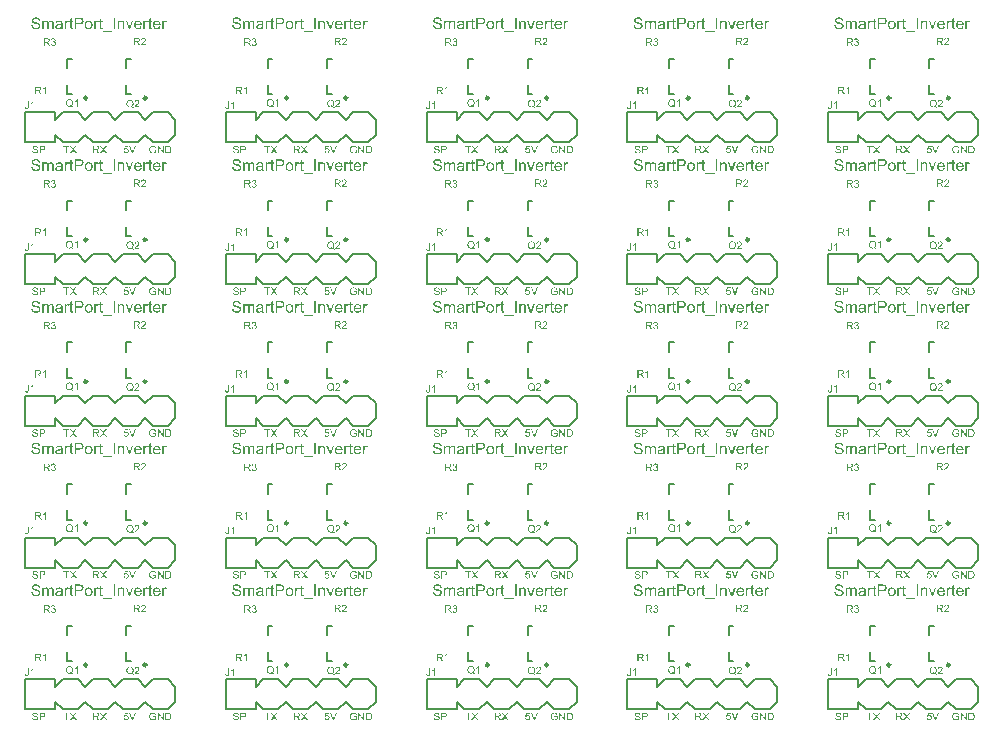
<source format=gto>
G04*
G04 #@! TF.GenerationSoftware,Altium Limited,Altium Designer,23.7.1 (13)*
G04*
G04 Layer_Color=65535*
%FSLAX44Y44*%
%MOMM*%
G71*
G04*
G04 #@! TF.SameCoordinates,565FC65D-8D52-4A7D-9B4B-E9A53F5C2DB2*
G04*
G04*
G04 #@! TF.FilePolarity,Positive*
G04*
G01*
G75*
%ADD19C,0.2032*%
%ADD20C,0.2500*%
%ADD21C,0.2000*%
G36*
X696077Y598419D02*
X696178D01*
X696305Y598406D01*
X696445Y598393D01*
X696737Y598343D01*
X697055Y598279D01*
X697385Y598190D01*
X697702Y598076D01*
X697715D01*
X697740Y598063D01*
X697778Y598038D01*
X697842Y598012D01*
X697994Y597923D01*
X698172Y597809D01*
X698388Y597669D01*
X698591Y597492D01*
X698807Y597276D01*
X698985Y597034D01*
Y597022D01*
X699010Y597009D01*
X699023Y596971D01*
X699061Y596920D01*
X699087Y596857D01*
X699125Y596780D01*
X699214Y596590D01*
X699303Y596361D01*
X699379Y596107D01*
X699442Y595815D01*
X699468Y595510D01*
X698223Y595421D01*
Y595434D01*
Y595460D01*
X698210Y595510D01*
X698198Y595574D01*
X698185Y595650D01*
X698159Y595739D01*
X698096Y595942D01*
X698007Y596158D01*
X697893Y596387D01*
X697740Y596615D01*
X697537Y596806D01*
X697512Y596831D01*
X697474Y596844D01*
X697436Y596882D01*
X697372Y596920D01*
X697296Y596958D01*
X697207Y596996D01*
X697118Y597047D01*
X697004Y597085D01*
X696877Y597123D01*
X696737Y597161D01*
X696585Y597200D01*
X696420Y597238D01*
X696242Y597250D01*
X696051Y597276D01*
X695658D01*
X695556Y597263D01*
X695454Y597250D01*
X695200Y597225D01*
X694921Y597174D01*
X694642Y597098D01*
X694375Y596984D01*
X694248Y596920D01*
X694146Y596844D01*
X694121Y596819D01*
X694057Y596768D01*
X693981Y596679D01*
X693880Y596552D01*
X693778Y596399D01*
X693702Y596222D01*
X693638Y596018D01*
X693613Y595802D01*
Y595777D01*
Y595714D01*
X693638Y595625D01*
X693664Y595498D01*
X693702Y595358D01*
X693765Y595218D01*
X693854Y595079D01*
X693981Y594939D01*
X694007Y594926D01*
X694032Y594901D01*
X694070Y594888D01*
X694121Y594850D01*
X694184Y594812D01*
X694273Y594774D01*
X694362Y594736D01*
X694489Y594685D01*
X694629Y594621D01*
X694781Y594571D01*
X694959Y594507D01*
X695162Y594444D01*
X695391Y594380D01*
X695645Y594317D01*
X695924Y594253D01*
X695937D01*
X695988Y594240D01*
X696077Y594215D01*
X696178Y594190D01*
X696305Y594164D01*
X696458Y594126D01*
X696610Y594088D01*
X696788Y594037D01*
X697143Y593948D01*
X697499Y593847D01*
X697664Y593783D01*
X697829Y593732D01*
X697969Y593682D01*
X698083Y593631D01*
X698096D01*
X698121Y593618D01*
X698159Y593593D01*
X698223Y593555D01*
X698375Y593478D01*
X698566Y593364D01*
X698769Y593212D01*
X698972Y593047D01*
X699175Y592843D01*
X699341Y592627D01*
Y592615D01*
X699353Y592602D01*
X699379Y592564D01*
X699404Y592526D01*
X699468Y592399D01*
X699557Y592234D01*
X699633Y592031D01*
X699696Y591789D01*
X699747Y591535D01*
X699760Y591243D01*
Y591231D01*
Y591205D01*
Y591167D01*
X699747Y591116D01*
Y591040D01*
X699734Y590964D01*
X699709Y590773D01*
X699645Y590545D01*
X699569Y590303D01*
X699455Y590037D01*
X699303Y589783D01*
Y589770D01*
X699277Y589757D01*
X699252Y589719D01*
X699226Y589668D01*
X699112Y589541D01*
X698972Y589389D01*
X698794Y589224D01*
X698579Y589046D01*
X698312Y588868D01*
X698020Y588716D01*
X698007D01*
X697982Y588703D01*
X697931Y588678D01*
X697880Y588652D01*
X697791Y588627D01*
X697702Y588602D01*
X697601Y588563D01*
X697474Y588525D01*
X697207Y588462D01*
X696889Y588398D01*
X696534Y588348D01*
X696153Y588335D01*
X696026D01*
X695937Y588348D01*
X695823D01*
X695683Y588360D01*
X695543Y588373D01*
X695378Y588386D01*
X695035Y588424D01*
X694654Y588500D01*
X694286Y588589D01*
X693930Y588716D01*
X693918D01*
X693892Y588729D01*
X693841Y588754D01*
X693778Y588792D01*
X693715Y588830D01*
X693626Y588881D01*
X693422Y589008D01*
X693194Y589173D01*
X692965Y589376D01*
X692737Y589618D01*
X692533Y589884D01*
Y589897D01*
X692508Y589922D01*
X692483Y589961D01*
X692457Y590024D01*
X692419Y590100D01*
X692368Y590176D01*
X692330Y590278D01*
X692279Y590392D01*
X692178Y590659D01*
X692089Y590951D01*
X692025Y591294D01*
X692000Y591650D01*
X693219Y591751D01*
Y591739D01*
Y591713D01*
X693232Y591675D01*
Y591624D01*
X693257Y591497D01*
X693295Y591319D01*
X693346Y591129D01*
X693422Y590926D01*
X693511Y590723D01*
X693613Y590532D01*
X693626Y590507D01*
X693676Y590456D01*
X693753Y590367D01*
X693854Y590265D01*
X693994Y590138D01*
X694159Y590011D01*
X694362Y589884D01*
X694591Y589770D01*
X694604D01*
X694616Y589757D01*
X694654Y589745D01*
X694705Y589732D01*
X694769Y589706D01*
X694845Y589681D01*
X695035Y589630D01*
X695251Y589580D01*
X695505Y589529D01*
X695785Y589503D01*
X696089Y589491D01*
X696216D01*
X696356Y589503D01*
X696534Y589516D01*
X696724Y589541D01*
X696953Y589580D01*
X697169Y589630D01*
X697385Y589706D01*
X697398D01*
X697410Y589719D01*
X697474Y589745D01*
X697575Y589795D01*
X697702Y589859D01*
X697842Y589948D01*
X697982Y590049D01*
X698121Y590164D01*
X698236Y590303D01*
X698248Y590316D01*
X698274Y590367D01*
X698325Y590456D01*
X698375Y590557D01*
X698426Y590684D01*
X698477Y590824D01*
X698502Y590976D01*
X698515Y591142D01*
Y591167D01*
Y591218D01*
X698502Y591307D01*
X698477Y591408D01*
X698452Y591535D01*
X698401Y591675D01*
X698325Y591815D01*
X698236Y591942D01*
X698223Y591954D01*
X698185Y592005D01*
X698121Y592069D01*
X698033Y592145D01*
X697906Y592234D01*
X697753Y592323D01*
X697575Y592424D01*
X697359Y592513D01*
X697334Y592526D01*
X697283Y592539D01*
X697232Y592564D01*
X697169Y592577D01*
X697093Y592602D01*
X696991Y592627D01*
X696889Y592666D01*
X696762Y592691D01*
X696623Y592729D01*
X696458Y592780D01*
X696280Y592818D01*
X696077Y592869D01*
X695861Y592920D01*
X695620Y592983D01*
X695607D01*
X695556Y592996D01*
X695492Y593021D01*
X695404Y593034D01*
X695289Y593072D01*
X695175Y593097D01*
X694883Y593186D01*
X694578Y593275D01*
X694261Y593390D01*
X693981Y593491D01*
X693854Y593555D01*
X693740Y593605D01*
X693727D01*
X693715Y593618D01*
X693676Y593643D01*
X693626Y593669D01*
X693499Y593745D01*
X693346Y593859D01*
X693181Y593986D01*
X693003Y594139D01*
X692838Y594317D01*
X692699Y594507D01*
Y594520D01*
X692686Y594533D01*
X692648Y594609D01*
X692597Y594710D01*
X692533Y594863D01*
X692470Y595041D01*
X692419Y595256D01*
X692381Y595485D01*
X692368Y595726D01*
Y595739D01*
Y595764D01*
Y595802D01*
X692381Y595853D01*
X692394Y595993D01*
X692419Y596184D01*
X692470Y596399D01*
X692546Y596628D01*
X692648Y596869D01*
X692787Y597111D01*
Y597123D01*
X692813Y597136D01*
X692864Y597212D01*
X692965Y597339D01*
X693092Y597479D01*
X693270Y597631D01*
X693473Y597796D01*
X693727Y597949D01*
X694007Y598088D01*
X694019D01*
X694045Y598101D01*
X694083Y598127D01*
X694146Y598139D01*
X694222Y598165D01*
X694311Y598203D01*
X694413Y598228D01*
X694527Y598266D01*
X694794Y598317D01*
X695099Y598381D01*
X695442Y598419D01*
X695797Y598431D01*
X695975D01*
X696077Y598419D01*
D02*
G37*
G36*
X526077D02*
X526178D01*
X526305Y598406D01*
X526445Y598393D01*
X526737Y598343D01*
X527055Y598279D01*
X527385Y598190D01*
X527702Y598076D01*
X527715D01*
X527740Y598063D01*
X527779Y598038D01*
X527842Y598012D01*
X527994Y597923D01*
X528172Y597809D01*
X528388Y597669D01*
X528591Y597492D01*
X528807Y597276D01*
X528985Y597034D01*
Y597022D01*
X529010Y597009D01*
X529023Y596971D01*
X529061Y596920D01*
X529087Y596857D01*
X529125Y596780D01*
X529214Y596590D01*
X529302Y596361D01*
X529379Y596107D01*
X529442Y595815D01*
X529468Y595510D01*
X528223Y595421D01*
Y595434D01*
Y595460D01*
X528210Y595510D01*
X528198Y595574D01*
X528185Y595650D01*
X528159Y595739D01*
X528096Y595942D01*
X528007Y596158D01*
X527893Y596387D01*
X527740Y596615D01*
X527537Y596806D01*
X527512Y596831D01*
X527474Y596844D01*
X527436Y596882D01*
X527372Y596920D01*
X527296Y596958D01*
X527207Y596996D01*
X527118Y597047D01*
X527004Y597085D01*
X526877Y597123D01*
X526737Y597161D01*
X526585Y597200D01*
X526420Y597238D01*
X526242Y597250D01*
X526051Y597276D01*
X525658D01*
X525556Y597263D01*
X525454Y597250D01*
X525200Y597225D01*
X524921Y597174D01*
X524642Y597098D01*
X524375Y596984D01*
X524248Y596920D01*
X524146Y596844D01*
X524121Y596819D01*
X524057Y596768D01*
X523981Y596679D01*
X523880Y596552D01*
X523778Y596399D01*
X523702Y596222D01*
X523638Y596018D01*
X523613Y595802D01*
Y595777D01*
Y595714D01*
X523638Y595625D01*
X523664Y595498D01*
X523702Y595358D01*
X523765Y595218D01*
X523854Y595079D01*
X523981Y594939D01*
X524007Y594926D01*
X524032Y594901D01*
X524070Y594888D01*
X524121Y594850D01*
X524184Y594812D01*
X524273Y594774D01*
X524362Y594736D01*
X524489Y594685D01*
X524629Y594621D01*
X524781Y594571D01*
X524959Y594507D01*
X525162Y594444D01*
X525391Y594380D01*
X525645Y594317D01*
X525924Y594253D01*
X525937D01*
X525988Y594240D01*
X526077Y594215D01*
X526178Y594190D01*
X526305Y594164D01*
X526458Y594126D01*
X526610Y594088D01*
X526788Y594037D01*
X527144Y593948D01*
X527499Y593847D01*
X527664Y593783D01*
X527829Y593732D01*
X527969Y593682D01*
X528083Y593631D01*
X528096D01*
X528121Y593618D01*
X528159Y593593D01*
X528223Y593555D01*
X528375Y593478D01*
X528566Y593364D01*
X528769Y593212D01*
X528972Y593047D01*
X529175Y592843D01*
X529341Y592627D01*
Y592615D01*
X529353Y592602D01*
X529379Y592564D01*
X529404Y592526D01*
X529468Y592399D01*
X529557Y592234D01*
X529633Y592031D01*
X529696Y591789D01*
X529747Y591535D01*
X529760Y591243D01*
Y591231D01*
Y591205D01*
Y591167D01*
X529747Y591116D01*
Y591040D01*
X529734Y590964D01*
X529709Y590773D01*
X529645Y590545D01*
X529569Y590303D01*
X529455Y590037D01*
X529302Y589783D01*
Y589770D01*
X529277Y589757D01*
X529252Y589719D01*
X529226Y589668D01*
X529112Y589541D01*
X528972Y589389D01*
X528795Y589224D01*
X528579Y589046D01*
X528312Y588868D01*
X528020Y588716D01*
X528007D01*
X527982Y588703D01*
X527931Y588678D01*
X527880Y588652D01*
X527791Y588627D01*
X527702Y588602D01*
X527601Y588563D01*
X527474Y588525D01*
X527207Y588462D01*
X526889Y588398D01*
X526534Y588348D01*
X526153Y588335D01*
X526026D01*
X525937Y588348D01*
X525823D01*
X525683Y588360D01*
X525543Y588373D01*
X525378Y588386D01*
X525035Y588424D01*
X524654Y588500D01*
X524286Y588589D01*
X523930Y588716D01*
X523918D01*
X523892Y588729D01*
X523842Y588754D01*
X523778Y588792D01*
X523714Y588830D01*
X523626Y588881D01*
X523422Y589008D01*
X523194Y589173D01*
X522965Y589376D01*
X522737Y589618D01*
X522533Y589884D01*
Y589897D01*
X522508Y589922D01*
X522483Y589961D01*
X522457Y590024D01*
X522419Y590100D01*
X522368Y590176D01*
X522330Y590278D01*
X522279Y590392D01*
X522178Y590659D01*
X522089Y590951D01*
X522025Y591294D01*
X522000Y591650D01*
X523219Y591751D01*
Y591739D01*
Y591713D01*
X523232Y591675D01*
Y591624D01*
X523257Y591497D01*
X523295Y591319D01*
X523346Y591129D01*
X523422Y590926D01*
X523511Y590723D01*
X523613Y590532D01*
X523626Y590507D01*
X523676Y590456D01*
X523753Y590367D01*
X523854Y590265D01*
X523994Y590138D01*
X524159Y590011D01*
X524362Y589884D01*
X524591Y589770D01*
X524604D01*
X524616Y589757D01*
X524654Y589745D01*
X524705Y589732D01*
X524769Y589706D01*
X524845Y589681D01*
X525035Y589630D01*
X525251Y589580D01*
X525505Y589529D01*
X525785Y589503D01*
X526089Y589491D01*
X526216D01*
X526356Y589503D01*
X526534Y589516D01*
X526724Y589541D01*
X526953Y589580D01*
X527169Y589630D01*
X527385Y589706D01*
X527397D01*
X527410Y589719D01*
X527474Y589745D01*
X527575Y589795D01*
X527702Y589859D01*
X527842Y589948D01*
X527982Y590049D01*
X528121Y590164D01*
X528236Y590303D01*
X528248Y590316D01*
X528274Y590367D01*
X528325Y590456D01*
X528375Y590557D01*
X528426Y590684D01*
X528477Y590824D01*
X528502Y590976D01*
X528515Y591142D01*
Y591167D01*
Y591218D01*
X528502Y591307D01*
X528477Y591408D01*
X528452Y591535D01*
X528401Y591675D01*
X528325Y591815D01*
X528236Y591942D01*
X528223Y591954D01*
X528185Y592005D01*
X528121Y592069D01*
X528032Y592145D01*
X527906Y592234D01*
X527753Y592323D01*
X527575Y592424D01*
X527359Y592513D01*
X527334Y592526D01*
X527283Y592539D01*
X527232Y592564D01*
X527169Y592577D01*
X527093Y592602D01*
X526991Y592627D01*
X526889Y592666D01*
X526763Y592691D01*
X526623Y592729D01*
X526458Y592780D01*
X526280Y592818D01*
X526077Y592869D01*
X525861Y592920D01*
X525620Y592983D01*
X525607D01*
X525556Y592996D01*
X525493Y593021D01*
X525404Y593034D01*
X525289Y593072D01*
X525175Y593097D01*
X524883Y593186D01*
X524578Y593275D01*
X524261Y593390D01*
X523981Y593491D01*
X523854Y593555D01*
X523740Y593605D01*
X523727D01*
X523714Y593618D01*
X523676Y593643D01*
X523626Y593669D01*
X523499Y593745D01*
X523346Y593859D01*
X523181Y593986D01*
X523003Y594139D01*
X522838Y594317D01*
X522699Y594507D01*
Y594520D01*
X522686Y594533D01*
X522648Y594609D01*
X522597Y594710D01*
X522533Y594863D01*
X522470Y595041D01*
X522419Y595256D01*
X522381Y595485D01*
X522368Y595726D01*
Y595739D01*
Y595764D01*
Y595802D01*
X522381Y595853D01*
X522394Y595993D01*
X522419Y596184D01*
X522470Y596399D01*
X522546Y596628D01*
X522648Y596869D01*
X522787Y597111D01*
Y597123D01*
X522813Y597136D01*
X522864Y597212D01*
X522965Y597339D01*
X523092Y597479D01*
X523270Y597631D01*
X523473Y597796D01*
X523727Y597949D01*
X524007Y598088D01*
X524019D01*
X524045Y598101D01*
X524083Y598127D01*
X524146Y598139D01*
X524222Y598165D01*
X524311Y598203D01*
X524413Y598228D01*
X524527Y598266D01*
X524794Y598317D01*
X525099Y598381D01*
X525442Y598419D01*
X525797Y598431D01*
X525975D01*
X526077Y598419D01*
D02*
G37*
G36*
X356077D02*
X356178D01*
X356305Y598406D01*
X356445Y598393D01*
X356737Y598343D01*
X357055Y598279D01*
X357385Y598190D01*
X357702Y598076D01*
X357715D01*
X357740Y598063D01*
X357779Y598038D01*
X357842Y598012D01*
X357994Y597923D01*
X358172Y597809D01*
X358388Y597669D01*
X358591Y597492D01*
X358807Y597276D01*
X358985Y597034D01*
Y597022D01*
X359010Y597009D01*
X359023Y596971D01*
X359061Y596920D01*
X359087Y596857D01*
X359125Y596780D01*
X359214Y596590D01*
X359302Y596361D01*
X359379Y596107D01*
X359442Y595815D01*
X359468Y595510D01*
X358223Y595421D01*
Y595434D01*
Y595460D01*
X358210Y595510D01*
X358198Y595574D01*
X358185Y595650D01*
X358159Y595739D01*
X358096Y595942D01*
X358007Y596158D01*
X357893Y596387D01*
X357740Y596615D01*
X357537Y596806D01*
X357512Y596831D01*
X357474Y596844D01*
X357436Y596882D01*
X357372Y596920D01*
X357296Y596958D01*
X357207Y596996D01*
X357118Y597047D01*
X357004Y597085D01*
X356877Y597123D01*
X356737Y597161D01*
X356585Y597200D01*
X356420Y597238D01*
X356242Y597250D01*
X356051Y597276D01*
X355658D01*
X355556Y597263D01*
X355454Y597250D01*
X355200Y597225D01*
X354921Y597174D01*
X354642Y597098D01*
X354375Y596984D01*
X354248Y596920D01*
X354146Y596844D01*
X354121Y596819D01*
X354057Y596768D01*
X353981Y596679D01*
X353880Y596552D01*
X353778Y596399D01*
X353702Y596222D01*
X353638Y596018D01*
X353613Y595802D01*
Y595777D01*
Y595714D01*
X353638Y595625D01*
X353664Y595498D01*
X353702Y595358D01*
X353765Y595218D01*
X353854Y595079D01*
X353981Y594939D01*
X354007Y594926D01*
X354032Y594901D01*
X354070Y594888D01*
X354121Y594850D01*
X354184Y594812D01*
X354273Y594774D01*
X354362Y594736D01*
X354489Y594685D01*
X354629Y594621D01*
X354781Y594571D01*
X354959Y594507D01*
X355162Y594444D01*
X355391Y594380D01*
X355645Y594317D01*
X355924Y594253D01*
X355937D01*
X355988Y594240D01*
X356077Y594215D01*
X356178Y594190D01*
X356305Y594164D01*
X356458Y594126D01*
X356610Y594088D01*
X356788Y594037D01*
X357144Y593948D01*
X357499Y593847D01*
X357664Y593783D01*
X357829Y593732D01*
X357969Y593682D01*
X358083Y593631D01*
X358096D01*
X358121Y593618D01*
X358159Y593593D01*
X358223Y593555D01*
X358375Y593478D01*
X358566Y593364D01*
X358769Y593212D01*
X358972Y593047D01*
X359175Y592843D01*
X359341Y592627D01*
Y592615D01*
X359353Y592602D01*
X359379Y592564D01*
X359404Y592526D01*
X359468Y592399D01*
X359557Y592234D01*
X359633Y592031D01*
X359696Y591789D01*
X359747Y591535D01*
X359760Y591243D01*
Y591231D01*
Y591205D01*
Y591167D01*
X359747Y591116D01*
Y591040D01*
X359734Y590964D01*
X359709Y590773D01*
X359645Y590545D01*
X359569Y590303D01*
X359455Y590037D01*
X359302Y589783D01*
Y589770D01*
X359277Y589757D01*
X359252Y589719D01*
X359226Y589668D01*
X359112Y589541D01*
X358972Y589389D01*
X358795Y589224D01*
X358579Y589046D01*
X358312Y588868D01*
X358020Y588716D01*
X358007D01*
X357982Y588703D01*
X357931Y588678D01*
X357880Y588652D01*
X357791Y588627D01*
X357702Y588602D01*
X357601Y588563D01*
X357474Y588525D01*
X357207Y588462D01*
X356889Y588398D01*
X356534Y588348D01*
X356153Y588335D01*
X356026D01*
X355937Y588348D01*
X355823D01*
X355683Y588360D01*
X355543Y588373D01*
X355378Y588386D01*
X355035Y588424D01*
X354654Y588500D01*
X354286Y588589D01*
X353930Y588716D01*
X353918D01*
X353892Y588729D01*
X353842Y588754D01*
X353778Y588792D01*
X353714Y588830D01*
X353626Y588881D01*
X353422Y589008D01*
X353194Y589173D01*
X352965Y589376D01*
X352737Y589618D01*
X352533Y589884D01*
Y589897D01*
X352508Y589922D01*
X352483Y589961D01*
X352457Y590024D01*
X352419Y590100D01*
X352368Y590176D01*
X352330Y590278D01*
X352279Y590392D01*
X352178Y590659D01*
X352089Y590951D01*
X352025Y591294D01*
X352000Y591650D01*
X353219Y591751D01*
Y591739D01*
Y591713D01*
X353232Y591675D01*
Y591624D01*
X353257Y591497D01*
X353295Y591319D01*
X353346Y591129D01*
X353422Y590926D01*
X353511Y590723D01*
X353613Y590532D01*
X353626Y590507D01*
X353676Y590456D01*
X353753Y590367D01*
X353854Y590265D01*
X353994Y590138D01*
X354159Y590011D01*
X354362Y589884D01*
X354591Y589770D01*
X354604D01*
X354616Y589757D01*
X354654Y589745D01*
X354705Y589732D01*
X354769Y589706D01*
X354845Y589681D01*
X355035Y589630D01*
X355251Y589580D01*
X355505Y589529D01*
X355785Y589503D01*
X356089Y589491D01*
X356216D01*
X356356Y589503D01*
X356534Y589516D01*
X356724Y589541D01*
X356953Y589580D01*
X357169Y589630D01*
X357385Y589706D01*
X357397D01*
X357410Y589719D01*
X357474Y589745D01*
X357575Y589795D01*
X357702Y589859D01*
X357842Y589948D01*
X357982Y590049D01*
X358121Y590164D01*
X358236Y590303D01*
X358248Y590316D01*
X358274Y590367D01*
X358325Y590456D01*
X358375Y590557D01*
X358426Y590684D01*
X358477Y590824D01*
X358502Y590976D01*
X358515Y591142D01*
Y591167D01*
Y591218D01*
X358502Y591307D01*
X358477Y591408D01*
X358452Y591535D01*
X358401Y591675D01*
X358325Y591815D01*
X358236Y591942D01*
X358223Y591954D01*
X358185Y592005D01*
X358121Y592069D01*
X358032Y592145D01*
X357906Y592234D01*
X357753Y592323D01*
X357575Y592424D01*
X357359Y592513D01*
X357334Y592526D01*
X357283Y592539D01*
X357232Y592564D01*
X357169Y592577D01*
X357093Y592602D01*
X356991Y592627D01*
X356889Y592666D01*
X356763Y592691D01*
X356623Y592729D01*
X356458Y592780D01*
X356280Y592818D01*
X356077Y592869D01*
X355861Y592920D01*
X355620Y592983D01*
X355607D01*
X355556Y592996D01*
X355493Y593021D01*
X355404Y593034D01*
X355289Y593072D01*
X355175Y593097D01*
X354883Y593186D01*
X354578Y593275D01*
X354261Y593390D01*
X353981Y593491D01*
X353854Y593555D01*
X353740Y593605D01*
X353727D01*
X353714Y593618D01*
X353676Y593643D01*
X353626Y593669D01*
X353499Y593745D01*
X353346Y593859D01*
X353181Y593986D01*
X353003Y594139D01*
X352838Y594317D01*
X352699Y594507D01*
Y594520D01*
X352686Y594533D01*
X352648Y594609D01*
X352597Y594710D01*
X352533Y594863D01*
X352470Y595041D01*
X352419Y595256D01*
X352381Y595485D01*
X352368Y595726D01*
Y595739D01*
Y595764D01*
Y595802D01*
X352381Y595853D01*
X352394Y595993D01*
X352419Y596184D01*
X352470Y596399D01*
X352546Y596628D01*
X352648Y596869D01*
X352787Y597111D01*
Y597123D01*
X352813Y597136D01*
X352864Y597212D01*
X352965Y597339D01*
X353092Y597479D01*
X353270Y597631D01*
X353473Y597796D01*
X353727Y597949D01*
X354007Y598088D01*
X354019D01*
X354045Y598101D01*
X354083Y598127D01*
X354146Y598139D01*
X354222Y598165D01*
X354311Y598203D01*
X354413Y598228D01*
X354527Y598266D01*
X354794Y598317D01*
X355099Y598381D01*
X355442Y598419D01*
X355797Y598431D01*
X355975D01*
X356077Y598419D01*
D02*
G37*
G36*
X186077D02*
X186178D01*
X186305Y598406D01*
X186445Y598393D01*
X186737Y598343D01*
X187055Y598279D01*
X187385Y598190D01*
X187702Y598076D01*
X187715D01*
X187740Y598063D01*
X187778Y598038D01*
X187842Y598012D01*
X187994Y597923D01*
X188172Y597809D01*
X188388Y597669D01*
X188591Y597492D01*
X188807Y597276D01*
X188985Y597034D01*
Y597022D01*
X189010Y597009D01*
X189023Y596971D01*
X189061Y596920D01*
X189087Y596857D01*
X189125Y596780D01*
X189214Y596590D01*
X189303Y596361D01*
X189379Y596107D01*
X189442Y595815D01*
X189468Y595510D01*
X188223Y595421D01*
Y595434D01*
Y595460D01*
X188210Y595510D01*
X188198Y595574D01*
X188185Y595650D01*
X188160Y595739D01*
X188096Y595942D01*
X188007Y596158D01*
X187893Y596387D01*
X187740Y596615D01*
X187537Y596806D01*
X187512Y596831D01*
X187474Y596844D01*
X187436Y596882D01*
X187372Y596920D01*
X187296Y596958D01*
X187207Y596996D01*
X187118Y597047D01*
X187004Y597085D01*
X186877Y597123D01*
X186737Y597161D01*
X186585Y597200D01*
X186420Y597238D01*
X186242Y597250D01*
X186051Y597276D01*
X185658D01*
X185556Y597263D01*
X185454Y597250D01*
X185200Y597225D01*
X184921Y597174D01*
X184642Y597098D01*
X184375Y596984D01*
X184248Y596920D01*
X184146Y596844D01*
X184121Y596819D01*
X184057Y596768D01*
X183981Y596679D01*
X183880Y596552D01*
X183778Y596399D01*
X183702Y596222D01*
X183638Y596018D01*
X183613Y595802D01*
Y595777D01*
Y595714D01*
X183638Y595625D01*
X183664Y595498D01*
X183702Y595358D01*
X183765Y595218D01*
X183854Y595079D01*
X183981Y594939D01*
X184007Y594926D01*
X184032Y594901D01*
X184070Y594888D01*
X184121Y594850D01*
X184184Y594812D01*
X184273Y594774D01*
X184362Y594736D01*
X184489Y594685D01*
X184629Y594621D01*
X184781Y594571D01*
X184959Y594507D01*
X185162Y594444D01*
X185391Y594380D01*
X185645Y594317D01*
X185924Y594253D01*
X185937D01*
X185988Y594240D01*
X186077Y594215D01*
X186178Y594190D01*
X186305Y594164D01*
X186458Y594126D01*
X186610Y594088D01*
X186788Y594037D01*
X187143Y593948D01*
X187499Y593847D01*
X187664Y593783D01*
X187829Y593732D01*
X187969Y593682D01*
X188083Y593631D01*
X188096D01*
X188121Y593618D01*
X188160Y593593D01*
X188223Y593555D01*
X188375Y593478D01*
X188566Y593364D01*
X188769Y593212D01*
X188972Y593047D01*
X189175Y592843D01*
X189341Y592627D01*
Y592615D01*
X189353Y592602D01*
X189379Y592564D01*
X189404Y592526D01*
X189468Y592399D01*
X189557Y592234D01*
X189633Y592031D01*
X189696Y591789D01*
X189747Y591535D01*
X189760Y591243D01*
Y591231D01*
Y591205D01*
Y591167D01*
X189747Y591116D01*
Y591040D01*
X189734Y590964D01*
X189709Y590773D01*
X189645Y590545D01*
X189569Y590303D01*
X189455Y590037D01*
X189303Y589783D01*
Y589770D01*
X189277Y589757D01*
X189252Y589719D01*
X189226Y589668D01*
X189112Y589541D01*
X188972Y589389D01*
X188794Y589224D01*
X188579Y589046D01*
X188312Y588868D01*
X188020Y588716D01*
X188007D01*
X187982Y588703D01*
X187931Y588678D01*
X187880Y588652D01*
X187791Y588627D01*
X187702Y588602D01*
X187601Y588563D01*
X187474Y588525D01*
X187207Y588462D01*
X186889Y588398D01*
X186534Y588348D01*
X186153Y588335D01*
X186026D01*
X185937Y588348D01*
X185823D01*
X185683Y588360D01*
X185543Y588373D01*
X185378Y588386D01*
X185035Y588424D01*
X184654Y588500D01*
X184286Y588589D01*
X183930Y588716D01*
X183918D01*
X183892Y588729D01*
X183841Y588754D01*
X183778Y588792D01*
X183715Y588830D01*
X183626Y588881D01*
X183422Y589008D01*
X183194Y589173D01*
X182965Y589376D01*
X182737Y589618D01*
X182533Y589884D01*
Y589897D01*
X182508Y589922D01*
X182483Y589961D01*
X182457Y590024D01*
X182419Y590100D01*
X182368Y590176D01*
X182330Y590278D01*
X182279Y590392D01*
X182178Y590659D01*
X182089Y590951D01*
X182025Y591294D01*
X182000Y591650D01*
X183219Y591751D01*
Y591739D01*
Y591713D01*
X183232Y591675D01*
Y591624D01*
X183257Y591497D01*
X183295Y591319D01*
X183346Y591129D01*
X183422Y590926D01*
X183511Y590723D01*
X183613Y590532D01*
X183626Y590507D01*
X183676Y590456D01*
X183753Y590367D01*
X183854Y590265D01*
X183994Y590138D01*
X184159Y590011D01*
X184362Y589884D01*
X184591Y589770D01*
X184604D01*
X184616Y589757D01*
X184654Y589745D01*
X184705Y589732D01*
X184769Y589706D01*
X184845Y589681D01*
X185035Y589630D01*
X185251Y589580D01*
X185505Y589529D01*
X185785Y589503D01*
X186089Y589491D01*
X186216D01*
X186356Y589503D01*
X186534Y589516D01*
X186724Y589541D01*
X186953Y589580D01*
X187169Y589630D01*
X187385Y589706D01*
X187397D01*
X187410Y589719D01*
X187474Y589745D01*
X187575Y589795D01*
X187702Y589859D01*
X187842Y589948D01*
X187982Y590049D01*
X188121Y590164D01*
X188236Y590303D01*
X188248Y590316D01*
X188274Y590367D01*
X188325Y590456D01*
X188375Y590557D01*
X188426Y590684D01*
X188477Y590824D01*
X188502Y590976D01*
X188515Y591142D01*
Y591167D01*
Y591218D01*
X188502Y591307D01*
X188477Y591408D01*
X188452Y591535D01*
X188401Y591675D01*
X188325Y591815D01*
X188236Y591942D01*
X188223Y591954D01*
X188185Y592005D01*
X188121Y592069D01*
X188032Y592145D01*
X187906Y592234D01*
X187753Y592323D01*
X187575Y592424D01*
X187359Y592513D01*
X187334Y592526D01*
X187283Y592539D01*
X187232Y592564D01*
X187169Y592577D01*
X187093Y592602D01*
X186991Y592627D01*
X186889Y592666D01*
X186763Y592691D01*
X186623Y592729D01*
X186458Y592780D01*
X186280Y592818D01*
X186077Y592869D01*
X185861Y592920D01*
X185620Y592983D01*
X185607D01*
X185556Y592996D01*
X185492Y593021D01*
X185404Y593034D01*
X185289Y593072D01*
X185175Y593097D01*
X184883Y593186D01*
X184578Y593275D01*
X184261Y593390D01*
X183981Y593491D01*
X183854Y593555D01*
X183740Y593605D01*
X183727D01*
X183715Y593618D01*
X183676Y593643D01*
X183626Y593669D01*
X183499Y593745D01*
X183346Y593859D01*
X183181Y593986D01*
X183003Y594139D01*
X182838Y594317D01*
X182698Y594507D01*
Y594520D01*
X182686Y594533D01*
X182648Y594609D01*
X182597Y594710D01*
X182533Y594863D01*
X182470Y595041D01*
X182419Y595256D01*
X182381Y595485D01*
X182368Y595726D01*
Y595739D01*
Y595764D01*
Y595802D01*
X182381Y595853D01*
X182394Y595993D01*
X182419Y596184D01*
X182470Y596399D01*
X182546Y596628D01*
X182648Y596869D01*
X182787Y597111D01*
Y597123D01*
X182813Y597136D01*
X182864Y597212D01*
X182965Y597339D01*
X183092Y597479D01*
X183270Y597631D01*
X183473Y597796D01*
X183727Y597949D01*
X184007Y598088D01*
X184019D01*
X184045Y598101D01*
X184083Y598127D01*
X184146Y598139D01*
X184223Y598165D01*
X184311Y598203D01*
X184413Y598228D01*
X184527Y598266D01*
X184794Y598317D01*
X185099Y598381D01*
X185442Y598419D01*
X185797Y598431D01*
X185975D01*
X186077Y598419D01*
D02*
G37*
G36*
X16077D02*
X16178D01*
X16305Y598406D01*
X16445Y598393D01*
X16737Y598343D01*
X17055Y598279D01*
X17385Y598190D01*
X17702Y598076D01*
X17715D01*
X17740Y598063D01*
X17779Y598038D01*
X17842Y598012D01*
X17994Y597923D01*
X18172Y597809D01*
X18388Y597669D01*
X18591Y597492D01*
X18807Y597276D01*
X18985Y597034D01*
Y597022D01*
X19010Y597009D01*
X19023Y596971D01*
X19061Y596920D01*
X19087Y596857D01*
X19125Y596780D01*
X19214Y596590D01*
X19303Y596361D01*
X19379Y596107D01*
X19442Y595815D01*
X19468Y595510D01*
X18223Y595421D01*
Y595434D01*
Y595460D01*
X18210Y595510D01*
X18198Y595574D01*
X18185Y595650D01*
X18160Y595739D01*
X18096Y595942D01*
X18007Y596158D01*
X17893Y596387D01*
X17740Y596615D01*
X17537Y596806D01*
X17512Y596831D01*
X17474Y596844D01*
X17436Y596882D01*
X17372Y596920D01*
X17296Y596958D01*
X17207Y596996D01*
X17118Y597047D01*
X17004Y597085D01*
X16877Y597123D01*
X16737Y597161D01*
X16585Y597200D01*
X16420Y597238D01*
X16242Y597250D01*
X16051Y597276D01*
X15658D01*
X15556Y597263D01*
X15454Y597250D01*
X15200Y597225D01*
X14921Y597174D01*
X14642Y597098D01*
X14375Y596984D01*
X14248Y596920D01*
X14146Y596844D01*
X14121Y596819D01*
X14057Y596768D01*
X13981Y596679D01*
X13880Y596552D01*
X13778Y596399D01*
X13702Y596222D01*
X13638Y596018D01*
X13613Y595802D01*
Y595777D01*
Y595714D01*
X13638Y595625D01*
X13664Y595498D01*
X13702Y595358D01*
X13765Y595218D01*
X13854Y595079D01*
X13981Y594939D01*
X14007Y594926D01*
X14032Y594901D01*
X14070Y594888D01*
X14121Y594850D01*
X14184Y594812D01*
X14273Y594774D01*
X14362Y594736D01*
X14489Y594685D01*
X14629Y594621D01*
X14781Y594571D01*
X14959Y594507D01*
X15162Y594444D01*
X15391Y594380D01*
X15645Y594317D01*
X15924Y594253D01*
X15937D01*
X15988Y594240D01*
X16077Y594215D01*
X16178Y594190D01*
X16305Y594164D01*
X16458Y594126D01*
X16610Y594088D01*
X16788Y594037D01*
X17143Y593948D01*
X17499Y593847D01*
X17664Y593783D01*
X17829Y593732D01*
X17969Y593682D01*
X18083Y593631D01*
X18096D01*
X18121Y593618D01*
X18160Y593593D01*
X18223Y593555D01*
X18375Y593478D01*
X18566Y593364D01*
X18769Y593212D01*
X18972Y593047D01*
X19175Y592843D01*
X19341Y592627D01*
Y592615D01*
X19353Y592602D01*
X19379Y592564D01*
X19404Y592526D01*
X19468Y592399D01*
X19556Y592234D01*
X19633Y592031D01*
X19696Y591789D01*
X19747Y591535D01*
X19760Y591243D01*
Y591231D01*
Y591205D01*
Y591167D01*
X19747Y591116D01*
Y591040D01*
X19734Y590964D01*
X19709Y590773D01*
X19645Y590545D01*
X19569Y590303D01*
X19455Y590037D01*
X19303Y589783D01*
Y589770D01*
X19277Y589757D01*
X19252Y589719D01*
X19226Y589668D01*
X19112Y589541D01*
X18972Y589389D01*
X18794Y589224D01*
X18579Y589046D01*
X18312Y588868D01*
X18020Y588716D01*
X18007D01*
X17982Y588703D01*
X17931Y588678D01*
X17880Y588652D01*
X17791Y588627D01*
X17702Y588602D01*
X17601Y588563D01*
X17474Y588525D01*
X17207Y588462D01*
X16889Y588398D01*
X16534Y588348D01*
X16153Y588335D01*
X16026D01*
X15937Y588348D01*
X15823D01*
X15683Y588360D01*
X15543Y588373D01*
X15378Y588386D01*
X15035Y588424D01*
X14654Y588500D01*
X14286Y588589D01*
X13930Y588716D01*
X13918D01*
X13892Y588729D01*
X13842Y588754D01*
X13778Y588792D01*
X13714Y588830D01*
X13626Y588881D01*
X13422Y589008D01*
X13194Y589173D01*
X12965Y589376D01*
X12737Y589618D01*
X12533Y589884D01*
Y589897D01*
X12508Y589922D01*
X12483Y589961D01*
X12457Y590024D01*
X12419Y590100D01*
X12368Y590176D01*
X12330Y590278D01*
X12279Y590392D01*
X12178Y590659D01*
X12089Y590951D01*
X12025Y591294D01*
X12000Y591650D01*
X13219Y591751D01*
Y591739D01*
Y591713D01*
X13232Y591675D01*
Y591624D01*
X13257Y591497D01*
X13295Y591319D01*
X13346Y591129D01*
X13422Y590926D01*
X13511Y590723D01*
X13613Y590532D01*
X13626Y590507D01*
X13676Y590456D01*
X13753Y590367D01*
X13854Y590265D01*
X13994Y590138D01*
X14159Y590011D01*
X14362Y589884D01*
X14591Y589770D01*
X14604D01*
X14616Y589757D01*
X14654Y589745D01*
X14705Y589732D01*
X14769Y589706D01*
X14845Y589681D01*
X15035Y589630D01*
X15251Y589580D01*
X15505Y589529D01*
X15785Y589503D01*
X16089Y589491D01*
X16216D01*
X16356Y589503D01*
X16534Y589516D01*
X16724Y589541D01*
X16953Y589580D01*
X17169Y589630D01*
X17385Y589706D01*
X17398D01*
X17410Y589719D01*
X17474Y589745D01*
X17575Y589795D01*
X17702Y589859D01*
X17842Y589948D01*
X17982Y590049D01*
X18121Y590164D01*
X18236Y590303D01*
X18248Y590316D01*
X18274Y590367D01*
X18325Y590456D01*
X18375Y590557D01*
X18426Y590684D01*
X18477Y590824D01*
X18502Y590976D01*
X18515Y591142D01*
Y591167D01*
Y591218D01*
X18502Y591307D01*
X18477Y591408D01*
X18452Y591535D01*
X18401Y591675D01*
X18325Y591815D01*
X18236Y591942D01*
X18223Y591954D01*
X18185Y592005D01*
X18121Y592069D01*
X18032Y592145D01*
X17905Y592234D01*
X17753Y592323D01*
X17575Y592424D01*
X17359Y592513D01*
X17334Y592526D01*
X17283Y592539D01*
X17232Y592564D01*
X17169Y592577D01*
X17093Y592602D01*
X16991Y592627D01*
X16889Y592666D01*
X16762Y592691D01*
X16623Y592729D01*
X16458Y592780D01*
X16280Y592818D01*
X16077Y592869D01*
X15861Y592920D01*
X15619Y592983D01*
X15607D01*
X15556Y592996D01*
X15493Y593021D01*
X15404Y593034D01*
X15289Y593072D01*
X15175Y593097D01*
X14883Y593186D01*
X14578Y593275D01*
X14261Y593390D01*
X13981Y593491D01*
X13854Y593555D01*
X13740Y593605D01*
X13727D01*
X13714Y593618D01*
X13676Y593643D01*
X13626Y593669D01*
X13499Y593745D01*
X13346Y593859D01*
X13181Y593986D01*
X13003Y594139D01*
X12838Y594317D01*
X12699Y594507D01*
Y594520D01*
X12686Y594533D01*
X12648Y594609D01*
X12597Y594710D01*
X12533Y594863D01*
X12470Y595041D01*
X12419Y595256D01*
X12381Y595485D01*
X12368Y595726D01*
Y595739D01*
Y595764D01*
Y595802D01*
X12381Y595853D01*
X12394Y595993D01*
X12419Y596184D01*
X12470Y596399D01*
X12546Y596628D01*
X12648Y596869D01*
X12787Y597111D01*
Y597123D01*
X12813Y597136D01*
X12864Y597212D01*
X12965Y597339D01*
X13092Y597479D01*
X13270Y597631D01*
X13473Y597796D01*
X13727Y597949D01*
X14007Y598088D01*
X14019D01*
X14045Y598101D01*
X14083Y598127D01*
X14146Y598139D01*
X14223Y598165D01*
X14311Y598203D01*
X14413Y598228D01*
X14527Y598266D01*
X14794Y598317D01*
X15099Y598381D01*
X15442Y598419D01*
X15797Y598431D01*
X15975D01*
X16077Y598419D01*
D02*
G37*
G36*
X768568Y595714D02*
X768733Y595701D01*
X768911Y595663D01*
X769114Y595625D01*
X769318Y595561D01*
X769521Y595485D01*
X769546Y595472D01*
X769610Y595447D01*
X769699Y595396D01*
X769826Y595320D01*
X769953Y595244D01*
X770080Y595142D01*
X770207Y595015D01*
X770321Y594888D01*
X770334Y594875D01*
X770359Y594825D01*
X770410Y594748D01*
X770473Y594634D01*
X770524Y594507D01*
X770588Y594355D01*
X770638Y594190D01*
X770689Y593999D01*
Y593986D01*
X770702Y593936D01*
X770715Y593847D01*
X770727Y593732D01*
X770740Y593567D01*
X770753Y593377D01*
X770765Y593135D01*
Y592843D01*
Y588500D01*
X769572D01*
Y592793D01*
Y592805D01*
Y592831D01*
Y592856D01*
Y592907D01*
X769559Y593047D01*
Y593199D01*
X769533Y593377D01*
X769508Y593555D01*
X769470Y593720D01*
X769419Y593872D01*
Y593885D01*
X769394Y593936D01*
X769356Y593999D01*
X769305Y594088D01*
X769241Y594177D01*
X769153Y594278D01*
X769051Y594367D01*
X768924Y594456D01*
X768911Y594469D01*
X768860Y594494D01*
X768784Y594533D01*
X768683Y594571D01*
X768568Y594609D01*
X768429Y594647D01*
X768263Y594672D01*
X768098Y594685D01*
X768022D01*
X767971Y594672D01*
X767819Y594660D01*
X767641Y594621D01*
X767438Y594571D01*
X767209Y594482D01*
X766981Y594355D01*
X766765Y594190D01*
X766740Y594164D01*
X766714Y594139D01*
X766676Y594088D01*
X766638Y594037D01*
X766587Y593961D01*
X766549Y593885D01*
X766498Y593783D01*
X766447Y593656D01*
X766397Y593529D01*
X766346Y593377D01*
X766308Y593212D01*
X766270Y593021D01*
X766244Y592818D01*
X766232Y592589D01*
X766219Y592348D01*
Y588500D01*
X765025D01*
Y595574D01*
X766105D01*
Y594558D01*
X766117Y594571D01*
X766143Y594609D01*
X766181Y594672D01*
X766244Y594736D01*
X766333Y594825D01*
X766422Y594926D01*
X766536Y595028D01*
X766676Y595142D01*
X766828Y595256D01*
X766993Y595358D01*
X767171Y595460D01*
X767374Y595549D01*
X767590Y595625D01*
X767819Y595676D01*
X768073Y595714D01*
X768340Y595726D01*
X768454D01*
X768568Y595714D01*
D02*
G37*
G36*
X598568D02*
X598733Y595701D01*
X598911Y595663D01*
X599114Y595625D01*
X599318Y595561D01*
X599521Y595485D01*
X599546Y595472D01*
X599610Y595447D01*
X599699Y595396D01*
X599826Y595320D01*
X599953Y595244D01*
X600080Y595142D01*
X600207Y595015D01*
X600321Y594888D01*
X600334Y594875D01*
X600359Y594825D01*
X600410Y594748D01*
X600473Y594634D01*
X600524Y594507D01*
X600588Y594355D01*
X600638Y594190D01*
X600689Y593999D01*
Y593986D01*
X600702Y593936D01*
X600715Y593847D01*
X600727Y593732D01*
X600740Y593567D01*
X600753Y593377D01*
X600765Y593135D01*
Y592843D01*
Y588500D01*
X599572D01*
Y592793D01*
Y592805D01*
Y592831D01*
Y592856D01*
Y592907D01*
X599559Y593047D01*
Y593199D01*
X599534Y593377D01*
X599508Y593555D01*
X599470Y593720D01*
X599419Y593872D01*
Y593885D01*
X599394Y593936D01*
X599356Y593999D01*
X599305Y594088D01*
X599241Y594177D01*
X599152Y594278D01*
X599051Y594367D01*
X598924Y594456D01*
X598911Y594469D01*
X598860Y594494D01*
X598784Y594533D01*
X598683Y594571D01*
X598568Y594609D01*
X598429Y594647D01*
X598264Y594672D01*
X598098Y594685D01*
X598022D01*
X597971Y594672D01*
X597819Y594660D01*
X597641Y594621D01*
X597438Y594571D01*
X597209Y594482D01*
X596981Y594355D01*
X596765Y594190D01*
X596740Y594164D01*
X596714Y594139D01*
X596676Y594088D01*
X596638Y594037D01*
X596587Y593961D01*
X596549Y593885D01*
X596498Y593783D01*
X596447Y593656D01*
X596397Y593529D01*
X596346Y593377D01*
X596308Y593212D01*
X596270Y593021D01*
X596244Y592818D01*
X596231Y592589D01*
X596219Y592348D01*
Y588500D01*
X595025D01*
Y595574D01*
X596105D01*
Y594558D01*
X596117Y594571D01*
X596143Y594609D01*
X596181Y594672D01*
X596244Y594736D01*
X596333Y594825D01*
X596422Y594926D01*
X596536Y595028D01*
X596676Y595142D01*
X596828Y595256D01*
X596993Y595358D01*
X597171Y595460D01*
X597374Y595549D01*
X597590Y595625D01*
X597819Y595676D01*
X598073Y595714D01*
X598340Y595726D01*
X598454D01*
X598568Y595714D01*
D02*
G37*
G36*
X428568D02*
X428733Y595701D01*
X428911Y595663D01*
X429114Y595625D01*
X429318Y595561D01*
X429521Y595485D01*
X429546Y595472D01*
X429610Y595447D01*
X429699Y595396D01*
X429826Y595320D01*
X429953Y595244D01*
X430080Y595142D01*
X430207Y595015D01*
X430321Y594888D01*
X430334Y594875D01*
X430359Y594825D01*
X430410Y594748D01*
X430473Y594634D01*
X430524Y594507D01*
X430588Y594355D01*
X430638Y594190D01*
X430689Y593999D01*
Y593986D01*
X430702Y593936D01*
X430715Y593847D01*
X430727Y593732D01*
X430740Y593567D01*
X430753Y593377D01*
X430765Y593135D01*
Y592843D01*
Y588500D01*
X429572D01*
Y592793D01*
Y592805D01*
Y592831D01*
Y592856D01*
Y592907D01*
X429559Y593047D01*
Y593199D01*
X429534Y593377D01*
X429508Y593555D01*
X429470Y593720D01*
X429419Y593872D01*
Y593885D01*
X429394Y593936D01*
X429356Y593999D01*
X429305Y594088D01*
X429241Y594177D01*
X429152Y594278D01*
X429051Y594367D01*
X428924Y594456D01*
X428911Y594469D01*
X428860Y594494D01*
X428784Y594533D01*
X428683Y594571D01*
X428568Y594609D01*
X428429Y594647D01*
X428264Y594672D01*
X428098Y594685D01*
X428022D01*
X427971Y594672D01*
X427819Y594660D01*
X427641Y594621D01*
X427438Y594571D01*
X427209Y594482D01*
X426981Y594355D01*
X426765Y594190D01*
X426740Y594164D01*
X426714Y594139D01*
X426676Y594088D01*
X426638Y594037D01*
X426587Y593961D01*
X426549Y593885D01*
X426498Y593783D01*
X426447Y593656D01*
X426397Y593529D01*
X426346Y593377D01*
X426308Y593212D01*
X426270Y593021D01*
X426244Y592818D01*
X426231Y592589D01*
X426219Y592348D01*
Y588500D01*
X425025D01*
Y595574D01*
X426105D01*
Y594558D01*
X426117Y594571D01*
X426143Y594609D01*
X426181Y594672D01*
X426244Y594736D01*
X426333Y594825D01*
X426422Y594926D01*
X426536Y595028D01*
X426676Y595142D01*
X426828Y595256D01*
X426993Y595358D01*
X427171Y595460D01*
X427374Y595549D01*
X427590Y595625D01*
X427819Y595676D01*
X428073Y595714D01*
X428340Y595726D01*
X428454D01*
X428568Y595714D01*
D02*
G37*
G36*
X258568D02*
X258733Y595701D01*
X258911Y595663D01*
X259114Y595625D01*
X259318Y595561D01*
X259521Y595485D01*
X259546Y595472D01*
X259610Y595447D01*
X259699Y595396D01*
X259826Y595320D01*
X259953Y595244D01*
X260080Y595142D01*
X260207Y595015D01*
X260321Y594888D01*
X260334Y594875D01*
X260359Y594825D01*
X260410Y594748D01*
X260473Y594634D01*
X260524Y594507D01*
X260588Y594355D01*
X260638Y594190D01*
X260689Y593999D01*
Y593986D01*
X260702Y593936D01*
X260715Y593847D01*
X260727Y593732D01*
X260740Y593567D01*
X260753Y593377D01*
X260765Y593135D01*
Y592843D01*
Y588500D01*
X259572D01*
Y592793D01*
Y592805D01*
Y592831D01*
Y592856D01*
Y592907D01*
X259559Y593047D01*
Y593199D01*
X259534Y593377D01*
X259508Y593555D01*
X259470Y593720D01*
X259419Y593872D01*
Y593885D01*
X259394Y593936D01*
X259356Y593999D01*
X259305Y594088D01*
X259241Y594177D01*
X259153Y594278D01*
X259051Y594367D01*
X258924Y594456D01*
X258911Y594469D01*
X258860Y594494D01*
X258784Y594533D01*
X258683Y594571D01*
X258568Y594609D01*
X258429Y594647D01*
X258263Y594672D01*
X258098Y594685D01*
X258022D01*
X257971Y594672D01*
X257819Y594660D01*
X257641Y594621D01*
X257438Y594571D01*
X257209Y594482D01*
X256981Y594355D01*
X256765Y594190D01*
X256740Y594164D01*
X256714Y594139D01*
X256676Y594088D01*
X256638Y594037D01*
X256587Y593961D01*
X256549Y593885D01*
X256498Y593783D01*
X256447Y593656D01*
X256397Y593529D01*
X256346Y593377D01*
X256308Y593212D01*
X256270Y593021D01*
X256244Y592818D01*
X256231Y592589D01*
X256219Y592348D01*
Y588500D01*
X255025D01*
Y595574D01*
X256105D01*
Y594558D01*
X256117Y594571D01*
X256143Y594609D01*
X256181Y594672D01*
X256244Y594736D01*
X256333Y594825D01*
X256422Y594926D01*
X256536Y595028D01*
X256676Y595142D01*
X256828Y595256D01*
X256994Y595358D01*
X257171Y595460D01*
X257374Y595549D01*
X257590Y595625D01*
X257819Y595676D01*
X258073Y595714D01*
X258340Y595726D01*
X258454D01*
X258568Y595714D01*
D02*
G37*
G36*
X88568D02*
X88733Y595701D01*
X88911Y595663D01*
X89114Y595625D01*
X89318Y595561D01*
X89521Y595485D01*
X89546Y595472D01*
X89610Y595447D01*
X89699Y595396D01*
X89826Y595320D01*
X89953Y595244D01*
X90080Y595142D01*
X90207Y595015D01*
X90321Y594888D01*
X90334Y594875D01*
X90359Y594825D01*
X90410Y594748D01*
X90473Y594634D01*
X90524Y594507D01*
X90588Y594355D01*
X90638Y594190D01*
X90689Y593999D01*
Y593986D01*
X90702Y593936D01*
X90715Y593847D01*
X90727Y593732D01*
X90740Y593567D01*
X90753Y593377D01*
X90765Y593135D01*
Y592843D01*
Y588500D01*
X89572D01*
Y592793D01*
Y592805D01*
Y592831D01*
Y592856D01*
Y592907D01*
X89559Y593047D01*
Y593199D01*
X89534Y593377D01*
X89508Y593555D01*
X89470Y593720D01*
X89419Y593872D01*
Y593885D01*
X89394Y593936D01*
X89356Y593999D01*
X89305Y594088D01*
X89241Y594177D01*
X89152Y594278D01*
X89051Y594367D01*
X88924Y594456D01*
X88911Y594469D01*
X88860Y594494D01*
X88784Y594533D01*
X88683Y594571D01*
X88568Y594609D01*
X88429Y594647D01*
X88264Y594672D01*
X88098Y594685D01*
X88022D01*
X87971Y594672D01*
X87819Y594660D01*
X87641Y594621D01*
X87438Y594571D01*
X87209Y594482D01*
X86981Y594355D01*
X86765Y594190D01*
X86740Y594164D01*
X86714Y594139D01*
X86676Y594088D01*
X86638Y594037D01*
X86587Y593961D01*
X86549Y593885D01*
X86498Y593783D01*
X86447Y593656D01*
X86397Y593529D01*
X86346Y593377D01*
X86308Y593212D01*
X86270Y593021D01*
X86244Y592818D01*
X86231Y592589D01*
X86219Y592348D01*
Y588500D01*
X85025D01*
Y595574D01*
X86104D01*
Y594558D01*
X86117Y594571D01*
X86143Y594609D01*
X86181Y594672D01*
X86244Y594736D01*
X86333Y594825D01*
X86422Y594926D01*
X86536Y595028D01*
X86676Y595142D01*
X86828Y595256D01*
X86994Y595358D01*
X87171Y595460D01*
X87374Y595549D01*
X87590Y595625D01*
X87819Y595676D01*
X88073Y595714D01*
X88340Y595726D01*
X88454D01*
X88568Y595714D01*
D02*
G37*
G36*
X805741Y595701D02*
X805894Y595676D01*
X806084Y595625D01*
X806300Y595561D01*
X806516Y595460D01*
X806757Y595333D01*
X806338Y594228D01*
X806313Y594240D01*
X806262Y594266D01*
X806173Y594304D01*
X806059Y594355D01*
X805932Y594406D01*
X805779Y594444D01*
X805614Y594469D01*
X805449Y594482D01*
X805386D01*
X805309Y594469D01*
X805208Y594456D01*
X805106Y594418D01*
X804979Y594380D01*
X804865Y594317D01*
X804738Y594240D01*
X804725Y594228D01*
X804687Y594202D01*
X804636Y594139D01*
X804573Y594063D01*
X804497Y593974D01*
X804420Y593859D01*
X804357Y593732D01*
X804293Y593580D01*
Y593567D01*
X804281Y593555D01*
Y593517D01*
X804268Y593466D01*
X804230Y593339D01*
X804204Y593174D01*
X804166Y592958D01*
X804128Y592729D01*
X804116Y592462D01*
X804103Y592183D01*
Y588500D01*
X802909D01*
Y595574D01*
X803989D01*
Y594494D01*
X804001Y594520D01*
X804027Y594558D01*
X804052Y594609D01*
X804141Y594736D01*
X804230Y594888D01*
X804344Y595066D01*
X804471Y595231D01*
X804611Y595371D01*
X804738Y595485D01*
X804751Y595498D01*
X804801Y595523D01*
X804878Y595561D01*
X804967Y595612D01*
X805081Y595650D01*
X805220Y595688D01*
X805360Y595714D01*
X805513Y595726D01*
X805614D01*
X805741Y595701D01*
D02*
G37*
G36*
X789828D02*
X789980Y595676D01*
X790171Y595625D01*
X790387Y595561D01*
X790603Y595460D01*
X790844Y595333D01*
X790425Y594228D01*
X790400Y594240D01*
X790349Y594266D01*
X790260Y594304D01*
X790146Y594355D01*
X790019Y594406D01*
X789866Y594444D01*
X789701Y594469D01*
X789536Y594482D01*
X789473D01*
X789396Y594469D01*
X789295Y594456D01*
X789193Y594418D01*
X789066Y594380D01*
X788952Y594317D01*
X788825Y594240D01*
X788812Y594228D01*
X788774Y594202D01*
X788723Y594139D01*
X788660Y594063D01*
X788584Y593974D01*
X788507Y593859D01*
X788444Y593732D01*
X788380Y593580D01*
Y593567D01*
X788368Y593555D01*
Y593517D01*
X788355Y593466D01*
X788317Y593339D01*
X788291Y593174D01*
X788253Y592958D01*
X788215Y592729D01*
X788203Y592462D01*
X788190Y592183D01*
Y588500D01*
X786996D01*
Y595574D01*
X788075D01*
Y594494D01*
X788088Y594520D01*
X788114Y594558D01*
X788139Y594609D01*
X788228Y594736D01*
X788317Y594888D01*
X788431Y595066D01*
X788558Y595231D01*
X788698Y595371D01*
X788825Y595485D01*
X788838Y595498D01*
X788888Y595523D01*
X788964Y595561D01*
X789053Y595612D01*
X789168Y595650D01*
X789307Y595688D01*
X789447Y595714D01*
X789600Y595726D01*
X789701D01*
X789828Y595701D01*
D02*
G37*
G36*
X748147D02*
X748299Y595676D01*
X748490Y595625D01*
X748706Y595561D01*
X748921Y595460D01*
X749163Y595333D01*
X748744Y594228D01*
X748718Y594240D01*
X748667Y594266D01*
X748578Y594304D01*
X748464Y594355D01*
X748337Y594406D01*
X748185Y594444D01*
X748020Y594469D01*
X747855Y594482D01*
X747791D01*
X747715Y594469D01*
X747613Y594456D01*
X747512Y594418D01*
X747385Y594380D01*
X747270Y594317D01*
X747143Y594240D01*
X747131Y594228D01*
X747093Y594202D01*
X747042Y594139D01*
X746978Y594063D01*
X746902Y593974D01*
X746826Y593859D01*
X746762Y593732D01*
X746699Y593580D01*
Y593567D01*
X746686Y593555D01*
Y593517D01*
X746674Y593466D01*
X746635Y593339D01*
X746610Y593174D01*
X746572Y592958D01*
X746534Y592729D01*
X746521Y592462D01*
X746508Y592183D01*
Y588500D01*
X745315D01*
Y595574D01*
X746394D01*
Y594494D01*
X746407Y594520D01*
X746432Y594558D01*
X746458Y594609D01*
X746546Y594736D01*
X746635Y594888D01*
X746750Y595066D01*
X746877Y595231D01*
X747016Y595371D01*
X747143Y595485D01*
X747156Y595498D01*
X747207Y595523D01*
X747283Y595561D01*
X747372Y595612D01*
X747486Y595650D01*
X747626Y595688D01*
X747766Y595714D01*
X747918Y595726D01*
X748020D01*
X748147Y595701D01*
D02*
G37*
G36*
X723140D02*
X723293Y595676D01*
X723483Y595625D01*
X723699Y595561D01*
X723915Y595460D01*
X724156Y595333D01*
X723737Y594228D01*
X723712Y594240D01*
X723661Y594266D01*
X723572Y594304D01*
X723458Y594355D01*
X723331Y594406D01*
X723178Y594444D01*
X723013Y594469D01*
X722848Y594482D01*
X722785D01*
X722709Y594469D01*
X722607Y594456D01*
X722505Y594418D01*
X722378Y594380D01*
X722264Y594317D01*
X722137Y594240D01*
X722124Y594228D01*
X722086Y594202D01*
X722036Y594139D01*
X721972Y594063D01*
X721896Y593974D01*
X721820Y593859D01*
X721756Y593732D01*
X721693Y593580D01*
Y593567D01*
X721680Y593555D01*
Y593517D01*
X721667Y593466D01*
X721629Y593339D01*
X721604Y593174D01*
X721566Y592958D01*
X721527Y592729D01*
X721515Y592462D01*
X721502Y592183D01*
Y588500D01*
X720308D01*
Y595574D01*
X721388D01*
Y594494D01*
X721401Y594520D01*
X721426Y594558D01*
X721451Y594609D01*
X721540Y594736D01*
X721629Y594888D01*
X721743Y595066D01*
X721870Y595231D01*
X722010Y595371D01*
X722137Y595485D01*
X722150Y595498D01*
X722201Y595523D01*
X722277Y595561D01*
X722366Y595612D01*
X722480Y595650D01*
X722620Y595688D01*
X722759Y595714D01*
X722912Y595726D01*
X723013D01*
X723140Y595701D01*
D02*
G37*
G36*
X635741D02*
X635894Y595676D01*
X636084Y595625D01*
X636300Y595561D01*
X636516Y595460D01*
X636757Y595333D01*
X636338Y594228D01*
X636313Y594240D01*
X636262Y594266D01*
X636173Y594304D01*
X636059Y594355D01*
X635932Y594406D01*
X635779Y594444D01*
X635614Y594469D01*
X635449Y594482D01*
X635386D01*
X635309Y594469D01*
X635208Y594456D01*
X635106Y594418D01*
X634979Y594380D01*
X634865Y594317D01*
X634738Y594240D01*
X634725Y594228D01*
X634687Y594202D01*
X634636Y594139D01*
X634573Y594063D01*
X634497Y593974D01*
X634420Y593859D01*
X634357Y593732D01*
X634293Y593580D01*
Y593567D01*
X634281Y593555D01*
Y593517D01*
X634268Y593466D01*
X634230Y593339D01*
X634204Y593174D01*
X634166Y592958D01*
X634128Y592729D01*
X634116Y592462D01*
X634103Y592183D01*
Y588500D01*
X632909D01*
Y595574D01*
X633989D01*
Y594494D01*
X634001Y594520D01*
X634027Y594558D01*
X634052Y594609D01*
X634141Y594736D01*
X634230Y594888D01*
X634344Y595066D01*
X634471Y595231D01*
X634611Y595371D01*
X634738Y595485D01*
X634751Y595498D01*
X634801Y595523D01*
X634878Y595561D01*
X634967Y595612D01*
X635081Y595650D01*
X635220Y595688D01*
X635360Y595714D01*
X635513Y595726D01*
X635614D01*
X635741Y595701D01*
D02*
G37*
G36*
X619828D02*
X619981Y595676D01*
X620171Y595625D01*
X620387Y595561D01*
X620603Y595460D01*
X620844Y595333D01*
X620425Y594228D01*
X620400Y594240D01*
X620349Y594266D01*
X620260Y594304D01*
X620146Y594355D01*
X620019Y594406D01*
X619866Y594444D01*
X619701Y594469D01*
X619536Y594482D01*
X619473D01*
X619396Y594469D01*
X619295Y594456D01*
X619193Y594418D01*
X619066Y594380D01*
X618952Y594317D01*
X618825Y594240D01*
X618812Y594228D01*
X618774Y594202D01*
X618723Y594139D01*
X618660Y594063D01*
X618583Y593974D01*
X618507Y593859D01*
X618444Y593732D01*
X618380Y593580D01*
Y593567D01*
X618368Y593555D01*
Y593517D01*
X618355Y593466D01*
X618317Y593339D01*
X618291Y593174D01*
X618253Y592958D01*
X618215Y592729D01*
X618203Y592462D01*
X618190Y592183D01*
Y588500D01*
X616996D01*
Y595574D01*
X618075D01*
Y594494D01*
X618088Y594520D01*
X618114Y594558D01*
X618139Y594609D01*
X618228Y594736D01*
X618317Y594888D01*
X618431Y595066D01*
X618558Y595231D01*
X618698Y595371D01*
X618825Y595485D01*
X618838Y595498D01*
X618888Y595523D01*
X618965Y595561D01*
X619053Y595612D01*
X619168Y595650D01*
X619307Y595688D01*
X619447Y595714D01*
X619599Y595726D01*
X619701D01*
X619828Y595701D01*
D02*
G37*
G36*
X578147D02*
X578299Y595676D01*
X578490Y595625D01*
X578705Y595561D01*
X578921Y595460D01*
X579163Y595333D01*
X578744Y594228D01*
X578718Y594240D01*
X578667Y594266D01*
X578578Y594304D01*
X578464Y594355D01*
X578337Y594406D01*
X578185Y594444D01*
X578020Y594469D01*
X577855Y594482D01*
X577791D01*
X577715Y594469D01*
X577613Y594456D01*
X577512Y594418D01*
X577385Y594380D01*
X577270Y594317D01*
X577143Y594240D01*
X577131Y594228D01*
X577093Y594202D01*
X577042Y594139D01*
X576978Y594063D01*
X576902Y593974D01*
X576826Y593859D01*
X576762Y593732D01*
X576699Y593580D01*
Y593567D01*
X576686Y593555D01*
Y593517D01*
X576674Y593466D01*
X576635Y593339D01*
X576610Y593174D01*
X576572Y592958D01*
X576534Y592729D01*
X576521Y592462D01*
X576508Y592183D01*
Y588500D01*
X575315D01*
Y595574D01*
X576394D01*
Y594494D01*
X576407Y594520D01*
X576432Y594558D01*
X576458Y594609D01*
X576547Y594736D01*
X576635Y594888D01*
X576750Y595066D01*
X576877Y595231D01*
X577016Y595371D01*
X577143Y595485D01*
X577156Y595498D01*
X577207Y595523D01*
X577283Y595561D01*
X577372Y595612D01*
X577486Y595650D01*
X577626Y595688D01*
X577766Y595714D01*
X577918Y595726D01*
X578020D01*
X578147Y595701D01*
D02*
G37*
G36*
X553140D02*
X553293Y595676D01*
X553483Y595625D01*
X553699Y595561D01*
X553915Y595460D01*
X554156Y595333D01*
X553737Y594228D01*
X553712Y594240D01*
X553661Y594266D01*
X553572Y594304D01*
X553458Y594355D01*
X553331Y594406D01*
X553178Y594444D01*
X553013Y594469D01*
X552848Y594482D01*
X552785D01*
X552709Y594469D01*
X552607Y594456D01*
X552505Y594418D01*
X552378Y594380D01*
X552264Y594317D01*
X552137Y594240D01*
X552124Y594228D01*
X552086Y594202D01*
X552035Y594139D01*
X551972Y594063D01*
X551896Y593974D01*
X551820Y593859D01*
X551756Y593732D01*
X551693Y593580D01*
Y593567D01*
X551680Y593555D01*
Y593517D01*
X551667Y593466D01*
X551629Y593339D01*
X551604Y593174D01*
X551566Y592958D01*
X551527Y592729D01*
X551515Y592462D01*
X551502Y592183D01*
Y588500D01*
X550308D01*
Y595574D01*
X551388D01*
Y594494D01*
X551400Y594520D01*
X551426Y594558D01*
X551451Y594609D01*
X551540Y594736D01*
X551629Y594888D01*
X551743Y595066D01*
X551870Y595231D01*
X552010Y595371D01*
X552137Y595485D01*
X552150Y595498D01*
X552201Y595523D01*
X552277Y595561D01*
X552366Y595612D01*
X552480Y595650D01*
X552620Y595688D01*
X552759Y595714D01*
X552912Y595726D01*
X553013D01*
X553140Y595701D01*
D02*
G37*
G36*
X465741D02*
X465894Y595676D01*
X466084Y595625D01*
X466300Y595561D01*
X466516Y595460D01*
X466757Y595333D01*
X466338Y594228D01*
X466313Y594240D01*
X466262Y594266D01*
X466173Y594304D01*
X466059Y594355D01*
X465932Y594406D01*
X465779Y594444D01*
X465614Y594469D01*
X465449Y594482D01*
X465386D01*
X465309Y594469D01*
X465208Y594456D01*
X465106Y594418D01*
X464979Y594380D01*
X464865Y594317D01*
X464738Y594240D01*
X464725Y594228D01*
X464687Y594202D01*
X464636Y594139D01*
X464573Y594063D01*
X464497Y593974D01*
X464420Y593859D01*
X464357Y593732D01*
X464293Y593580D01*
Y593567D01*
X464281Y593555D01*
Y593517D01*
X464268Y593466D01*
X464230Y593339D01*
X464204Y593174D01*
X464166Y592958D01*
X464128Y592729D01*
X464116Y592462D01*
X464103Y592183D01*
Y588500D01*
X462909D01*
Y595574D01*
X463989D01*
Y594494D01*
X464001Y594520D01*
X464027Y594558D01*
X464052Y594609D01*
X464141Y594736D01*
X464230Y594888D01*
X464344Y595066D01*
X464471Y595231D01*
X464611Y595371D01*
X464738Y595485D01*
X464751Y595498D01*
X464801Y595523D01*
X464878Y595561D01*
X464967Y595612D01*
X465081Y595650D01*
X465220Y595688D01*
X465360Y595714D01*
X465513Y595726D01*
X465614D01*
X465741Y595701D01*
D02*
G37*
G36*
X449828D02*
X449981Y595676D01*
X450171Y595625D01*
X450387Y595561D01*
X450603Y595460D01*
X450844Y595333D01*
X450425Y594228D01*
X450400Y594240D01*
X450349Y594266D01*
X450260Y594304D01*
X450146Y594355D01*
X450019Y594406D01*
X449866Y594444D01*
X449701Y594469D01*
X449536Y594482D01*
X449473D01*
X449396Y594469D01*
X449295Y594456D01*
X449193Y594418D01*
X449066Y594380D01*
X448952Y594317D01*
X448825Y594240D01*
X448812Y594228D01*
X448774Y594202D01*
X448723Y594139D01*
X448660Y594063D01*
X448583Y593974D01*
X448507Y593859D01*
X448444Y593732D01*
X448380Y593580D01*
Y593567D01*
X448368Y593555D01*
Y593517D01*
X448355Y593466D01*
X448317Y593339D01*
X448291Y593174D01*
X448253Y592958D01*
X448215Y592729D01*
X448203Y592462D01*
X448190Y592183D01*
Y588500D01*
X446996D01*
Y595574D01*
X448075D01*
Y594494D01*
X448088Y594520D01*
X448114Y594558D01*
X448139Y594609D01*
X448228Y594736D01*
X448317Y594888D01*
X448431Y595066D01*
X448558Y595231D01*
X448698Y595371D01*
X448825Y595485D01*
X448838Y595498D01*
X448888Y595523D01*
X448965Y595561D01*
X449053Y595612D01*
X449168Y595650D01*
X449307Y595688D01*
X449447Y595714D01*
X449599Y595726D01*
X449701D01*
X449828Y595701D01*
D02*
G37*
G36*
X408147D02*
X408299Y595676D01*
X408490Y595625D01*
X408705Y595561D01*
X408921Y595460D01*
X409163Y595333D01*
X408744Y594228D01*
X408718Y594240D01*
X408667Y594266D01*
X408578Y594304D01*
X408464Y594355D01*
X408337Y594406D01*
X408185Y594444D01*
X408020Y594469D01*
X407855Y594482D01*
X407791D01*
X407715Y594469D01*
X407613Y594456D01*
X407512Y594418D01*
X407385Y594380D01*
X407270Y594317D01*
X407143Y594240D01*
X407131Y594228D01*
X407093Y594202D01*
X407042Y594139D01*
X406978Y594063D01*
X406902Y593974D01*
X406826Y593859D01*
X406762Y593732D01*
X406699Y593580D01*
Y593567D01*
X406686Y593555D01*
Y593517D01*
X406674Y593466D01*
X406635Y593339D01*
X406610Y593174D01*
X406572Y592958D01*
X406534Y592729D01*
X406521Y592462D01*
X406508Y592183D01*
Y588500D01*
X405315D01*
Y595574D01*
X406394D01*
Y594494D01*
X406407Y594520D01*
X406432Y594558D01*
X406458Y594609D01*
X406547Y594736D01*
X406635Y594888D01*
X406750Y595066D01*
X406877Y595231D01*
X407016Y595371D01*
X407143Y595485D01*
X407156Y595498D01*
X407207Y595523D01*
X407283Y595561D01*
X407372Y595612D01*
X407486Y595650D01*
X407626Y595688D01*
X407766Y595714D01*
X407918Y595726D01*
X408020D01*
X408147Y595701D01*
D02*
G37*
G36*
X383140D02*
X383293Y595676D01*
X383483Y595625D01*
X383699Y595561D01*
X383915Y595460D01*
X384156Y595333D01*
X383737Y594228D01*
X383712Y594240D01*
X383661Y594266D01*
X383572Y594304D01*
X383458Y594355D01*
X383331Y594406D01*
X383178Y594444D01*
X383013Y594469D01*
X382848Y594482D01*
X382785D01*
X382709Y594469D01*
X382607Y594456D01*
X382505Y594418D01*
X382378Y594380D01*
X382264Y594317D01*
X382137Y594240D01*
X382124Y594228D01*
X382086Y594202D01*
X382035Y594139D01*
X381972Y594063D01*
X381896Y593974D01*
X381820Y593859D01*
X381756Y593732D01*
X381693Y593580D01*
Y593567D01*
X381680Y593555D01*
Y593517D01*
X381667Y593466D01*
X381629Y593339D01*
X381604Y593174D01*
X381566Y592958D01*
X381527Y592729D01*
X381515Y592462D01*
X381502Y592183D01*
Y588500D01*
X380308D01*
Y595574D01*
X381388D01*
Y594494D01*
X381400Y594520D01*
X381426Y594558D01*
X381451Y594609D01*
X381540Y594736D01*
X381629Y594888D01*
X381743Y595066D01*
X381870Y595231D01*
X382010Y595371D01*
X382137Y595485D01*
X382150Y595498D01*
X382201Y595523D01*
X382277Y595561D01*
X382366Y595612D01*
X382480Y595650D01*
X382620Y595688D01*
X382759Y595714D01*
X382912Y595726D01*
X383013D01*
X383140Y595701D01*
D02*
G37*
G36*
X295741D02*
X295894Y595676D01*
X296084Y595625D01*
X296300Y595561D01*
X296516Y595460D01*
X296757Y595333D01*
X296338Y594228D01*
X296313Y594240D01*
X296262Y594266D01*
X296173Y594304D01*
X296059Y594355D01*
X295932Y594406D01*
X295779Y594444D01*
X295614Y594469D01*
X295449Y594482D01*
X295386D01*
X295309Y594469D01*
X295208Y594456D01*
X295106Y594418D01*
X294979Y594380D01*
X294865Y594317D01*
X294738Y594240D01*
X294725Y594228D01*
X294687Y594202D01*
X294636Y594139D01*
X294573Y594063D01*
X294497Y593974D01*
X294420Y593859D01*
X294357Y593732D01*
X294293Y593580D01*
Y593567D01*
X294281Y593555D01*
Y593517D01*
X294268Y593466D01*
X294230Y593339D01*
X294205Y593174D01*
X294166Y592958D01*
X294128Y592729D01*
X294116Y592462D01*
X294103Y592183D01*
Y588500D01*
X292909D01*
Y595574D01*
X293989D01*
Y594494D01*
X294001Y594520D01*
X294027Y594558D01*
X294052Y594609D01*
X294141Y594736D01*
X294230Y594888D01*
X294344Y595066D01*
X294471Y595231D01*
X294611Y595371D01*
X294738Y595485D01*
X294751Y595498D01*
X294801Y595523D01*
X294878Y595561D01*
X294967Y595612D01*
X295081Y595650D01*
X295221Y595688D01*
X295360Y595714D01*
X295513Y595726D01*
X295614D01*
X295741Y595701D01*
D02*
G37*
G36*
X279828D02*
X279981Y595676D01*
X280171Y595625D01*
X280387Y595561D01*
X280603Y595460D01*
X280844Y595333D01*
X280425Y594228D01*
X280400Y594240D01*
X280349Y594266D01*
X280260Y594304D01*
X280146Y594355D01*
X280019Y594406D01*
X279866Y594444D01*
X279701Y594469D01*
X279536Y594482D01*
X279473D01*
X279396Y594469D01*
X279295Y594456D01*
X279193Y594418D01*
X279066Y594380D01*
X278952Y594317D01*
X278825Y594240D01*
X278812Y594228D01*
X278774Y594202D01*
X278723Y594139D01*
X278660Y594063D01*
X278584Y593974D01*
X278507Y593859D01*
X278444Y593732D01*
X278380Y593580D01*
Y593567D01*
X278368Y593555D01*
Y593517D01*
X278355Y593466D01*
X278317Y593339D01*
X278291Y593174D01*
X278253Y592958D01*
X278215Y592729D01*
X278202Y592462D01*
X278190Y592183D01*
Y588500D01*
X276996D01*
Y595574D01*
X278076D01*
Y594494D01*
X278088Y594520D01*
X278114Y594558D01*
X278139Y594609D01*
X278228Y594736D01*
X278317Y594888D01*
X278431Y595066D01*
X278558Y595231D01*
X278698Y595371D01*
X278825Y595485D01*
X278838Y595498D01*
X278888Y595523D01*
X278965Y595561D01*
X279053Y595612D01*
X279168Y595650D01*
X279307Y595688D01*
X279447Y595714D01*
X279599Y595726D01*
X279701D01*
X279828Y595701D01*
D02*
G37*
G36*
X238147D02*
X238299Y595676D01*
X238490Y595625D01*
X238706Y595561D01*
X238921Y595460D01*
X239163Y595333D01*
X238744Y594228D01*
X238718Y594240D01*
X238667Y594266D01*
X238578Y594304D01*
X238464Y594355D01*
X238337Y594406D01*
X238185Y594444D01*
X238020Y594469D01*
X237855Y594482D01*
X237791D01*
X237715Y594469D01*
X237613Y594456D01*
X237512Y594418D01*
X237385Y594380D01*
X237270Y594317D01*
X237143Y594240D01*
X237131Y594228D01*
X237093Y594202D01*
X237042Y594139D01*
X236978Y594063D01*
X236902Y593974D01*
X236826Y593859D01*
X236762Y593732D01*
X236699Y593580D01*
Y593567D01*
X236686Y593555D01*
Y593517D01*
X236674Y593466D01*
X236635Y593339D01*
X236610Y593174D01*
X236572Y592958D01*
X236534Y592729D01*
X236521Y592462D01*
X236508Y592183D01*
Y588500D01*
X235315D01*
Y595574D01*
X236394D01*
Y594494D01*
X236407Y594520D01*
X236432Y594558D01*
X236458Y594609D01*
X236546Y594736D01*
X236635Y594888D01*
X236750Y595066D01*
X236877Y595231D01*
X237016Y595371D01*
X237143Y595485D01*
X237156Y595498D01*
X237207Y595523D01*
X237283Y595561D01*
X237372Y595612D01*
X237486Y595650D01*
X237626Y595688D01*
X237766Y595714D01*
X237918Y595726D01*
X238020D01*
X238147Y595701D01*
D02*
G37*
G36*
X213140D02*
X213293Y595676D01*
X213483Y595625D01*
X213699Y595561D01*
X213915Y595460D01*
X214156Y595333D01*
X213737Y594228D01*
X213712Y594240D01*
X213661Y594266D01*
X213572Y594304D01*
X213458Y594355D01*
X213331Y594406D01*
X213179Y594444D01*
X213013Y594469D01*
X212848Y594482D01*
X212785D01*
X212709Y594469D01*
X212607Y594456D01*
X212505Y594418D01*
X212378Y594380D01*
X212264Y594317D01*
X212137Y594240D01*
X212124Y594228D01*
X212086Y594202D01*
X212036Y594139D01*
X211972Y594063D01*
X211896Y593974D01*
X211820Y593859D01*
X211756Y593732D01*
X211693Y593580D01*
Y593567D01*
X211680Y593555D01*
Y593517D01*
X211667Y593466D01*
X211629Y593339D01*
X211604Y593174D01*
X211566Y592958D01*
X211528Y592729D01*
X211515Y592462D01*
X211502Y592183D01*
Y588500D01*
X210308D01*
Y595574D01*
X211388D01*
Y594494D01*
X211401Y594520D01*
X211426Y594558D01*
X211451Y594609D01*
X211540Y594736D01*
X211629Y594888D01*
X211743Y595066D01*
X211870Y595231D01*
X212010Y595371D01*
X212137Y595485D01*
X212150Y595498D01*
X212201Y595523D01*
X212277Y595561D01*
X212366Y595612D01*
X212480Y595650D01*
X212620Y595688D01*
X212759Y595714D01*
X212912Y595726D01*
X213013D01*
X213140Y595701D01*
D02*
G37*
G36*
X125741D02*
X125894Y595676D01*
X126084Y595625D01*
X126300Y595561D01*
X126516Y595460D01*
X126757Y595333D01*
X126338Y594228D01*
X126313Y594240D01*
X126262Y594266D01*
X126173Y594304D01*
X126059Y594355D01*
X125932Y594406D01*
X125779Y594444D01*
X125614Y594469D01*
X125449Y594482D01*
X125386D01*
X125309Y594469D01*
X125208Y594456D01*
X125106Y594418D01*
X124979Y594380D01*
X124865Y594317D01*
X124738Y594240D01*
X124725Y594228D01*
X124687Y594202D01*
X124636Y594139D01*
X124573Y594063D01*
X124497Y593974D01*
X124420Y593859D01*
X124357Y593732D01*
X124293Y593580D01*
Y593567D01*
X124281Y593555D01*
Y593517D01*
X124268Y593466D01*
X124230Y593339D01*
X124205Y593174D01*
X124166Y592958D01*
X124128Y592729D01*
X124116Y592462D01*
X124103Y592183D01*
Y588500D01*
X122909D01*
Y595574D01*
X123989D01*
Y594494D01*
X124001Y594520D01*
X124027Y594558D01*
X124052Y594609D01*
X124141Y594736D01*
X124230Y594888D01*
X124344Y595066D01*
X124471Y595231D01*
X124611Y595371D01*
X124738Y595485D01*
X124751Y595498D01*
X124801Y595523D01*
X124878Y595561D01*
X124966Y595612D01*
X125081Y595650D01*
X125220Y595688D01*
X125360Y595714D01*
X125513Y595726D01*
X125614D01*
X125741Y595701D01*
D02*
G37*
G36*
X109828D02*
X109980Y595676D01*
X110171Y595625D01*
X110387Y595561D01*
X110603Y595460D01*
X110844Y595333D01*
X110425Y594228D01*
X110400Y594240D01*
X110349Y594266D01*
X110260Y594304D01*
X110146Y594355D01*
X110019Y594406D01*
X109866Y594444D01*
X109701Y594469D01*
X109536Y594482D01*
X109473D01*
X109396Y594469D01*
X109295Y594456D01*
X109193Y594418D01*
X109066Y594380D01*
X108952Y594317D01*
X108825Y594240D01*
X108812Y594228D01*
X108774Y594202D01*
X108723Y594139D01*
X108660Y594063D01*
X108583Y593974D01*
X108507Y593859D01*
X108444Y593732D01*
X108380Y593580D01*
Y593567D01*
X108368Y593555D01*
Y593517D01*
X108355Y593466D01*
X108317Y593339D01*
X108291Y593174D01*
X108253Y592958D01*
X108215Y592729D01*
X108202Y592462D01*
X108190Y592183D01*
Y588500D01*
X106996D01*
Y595574D01*
X108076D01*
Y594494D01*
X108088Y594520D01*
X108114Y594558D01*
X108139Y594609D01*
X108228Y594736D01*
X108317Y594888D01*
X108431Y595066D01*
X108558Y595231D01*
X108698Y595371D01*
X108825Y595485D01*
X108837Y595498D01*
X108888Y595523D01*
X108965Y595561D01*
X109053Y595612D01*
X109168Y595650D01*
X109307Y595688D01*
X109447Y595714D01*
X109600Y595726D01*
X109701D01*
X109828Y595701D01*
D02*
G37*
G36*
X68147D02*
X68299Y595676D01*
X68490Y595625D01*
X68706Y595561D01*
X68921Y595460D01*
X69163Y595333D01*
X68744Y594228D01*
X68718Y594240D01*
X68667Y594266D01*
X68579Y594304D01*
X68464Y594355D01*
X68337Y594406D01*
X68185Y594444D01*
X68020Y594469D01*
X67855Y594482D01*
X67791D01*
X67715Y594469D01*
X67613Y594456D01*
X67512Y594418D01*
X67385Y594380D01*
X67270Y594317D01*
X67143Y594240D01*
X67131Y594228D01*
X67093Y594202D01*
X67042Y594139D01*
X66978Y594063D01*
X66902Y593974D01*
X66826Y593859D01*
X66762Y593732D01*
X66699Y593580D01*
Y593567D01*
X66686Y593555D01*
Y593517D01*
X66673Y593466D01*
X66635Y593339D01*
X66610Y593174D01*
X66572Y592958D01*
X66534Y592729D01*
X66521Y592462D01*
X66508Y592183D01*
Y588500D01*
X65315D01*
Y595574D01*
X66394D01*
Y594494D01*
X66407Y594520D01*
X66432Y594558D01*
X66458Y594609D01*
X66547Y594736D01*
X66635Y594888D01*
X66750Y595066D01*
X66877Y595231D01*
X67016Y595371D01*
X67143Y595485D01*
X67156Y595498D01*
X67207Y595523D01*
X67283Y595561D01*
X67372Y595612D01*
X67486Y595650D01*
X67626Y595688D01*
X67766Y595714D01*
X67918Y595726D01*
X68020D01*
X68147Y595701D01*
D02*
G37*
G36*
X43140D02*
X43293Y595676D01*
X43483Y595625D01*
X43699Y595561D01*
X43915Y595460D01*
X44156Y595333D01*
X43737Y594228D01*
X43712Y594240D01*
X43661Y594266D01*
X43572Y594304D01*
X43458Y594355D01*
X43331Y594406D01*
X43179Y594444D01*
X43013Y594469D01*
X42848Y594482D01*
X42785D01*
X42709Y594469D01*
X42607Y594456D01*
X42505Y594418D01*
X42378Y594380D01*
X42264Y594317D01*
X42137Y594240D01*
X42124Y594228D01*
X42086Y594202D01*
X42035Y594139D01*
X41972Y594063D01*
X41896Y593974D01*
X41820Y593859D01*
X41756Y593732D01*
X41693Y593580D01*
Y593567D01*
X41680Y593555D01*
Y593517D01*
X41667Y593466D01*
X41629Y593339D01*
X41604Y593174D01*
X41566Y592958D01*
X41528Y592729D01*
X41515Y592462D01*
X41502Y592183D01*
Y588500D01*
X40308D01*
Y595574D01*
X41388D01*
Y594494D01*
X41400Y594520D01*
X41426Y594558D01*
X41451Y594609D01*
X41540Y594736D01*
X41629Y594888D01*
X41743Y595066D01*
X41870Y595231D01*
X42010Y595371D01*
X42137Y595485D01*
X42150Y595498D01*
X42201Y595523D01*
X42277Y595561D01*
X42366Y595612D01*
X42480Y595650D01*
X42620Y595688D01*
X42759Y595714D01*
X42912Y595726D01*
X43013D01*
X43140Y595701D01*
D02*
G37*
G36*
X708942Y595714D02*
X709031D01*
X709132Y595701D01*
X709374Y595650D01*
X709628Y595587D01*
X709894Y595485D01*
X710161Y595333D01*
X710275Y595244D01*
X710390Y595142D01*
X710402Y595129D01*
X710415Y595117D01*
X710440Y595079D01*
X710479Y595028D01*
X710517Y594964D01*
X710567Y594888D01*
X710618Y594799D01*
X710682Y594698D01*
X710732Y594583D01*
X710783Y594444D01*
X710834Y594304D01*
X710872Y594139D01*
X710910Y593961D01*
X710936Y593770D01*
X710961Y593555D01*
Y593339D01*
Y588500D01*
X709767D01*
Y592945D01*
Y592958D01*
Y592970D01*
Y593008D01*
Y593059D01*
Y593186D01*
X709755Y593339D01*
X709742Y593504D01*
X709716Y593682D01*
X709691Y593834D01*
X709653Y593974D01*
Y593986D01*
X709628Y594025D01*
X709602Y594088D01*
X709551Y594151D01*
X709501Y594240D01*
X709424Y594317D01*
X709335Y594406D01*
X709221Y594482D01*
X709209Y594494D01*
X709170Y594520D01*
X709107Y594545D01*
X709018Y594583D01*
X708916Y594621D01*
X708789Y594660D01*
X708662Y594672D01*
X708510Y594685D01*
X708434D01*
X708383Y594672D01*
X708243Y594660D01*
X708065Y594621D01*
X707862Y594558D01*
X707659Y594469D01*
X707443Y594342D01*
X707253Y594177D01*
X707227Y594151D01*
X707177Y594088D01*
X707100Y593961D01*
X707011Y593796D01*
X706961Y593694D01*
X706910Y593580D01*
X706872Y593440D01*
X706834Y593301D01*
X706808Y593148D01*
X706783Y592983D01*
X706757Y592793D01*
Y592602D01*
Y588500D01*
X705564D01*
Y593085D01*
Y593097D01*
Y593123D01*
Y593161D01*
Y593212D01*
X705551Y593364D01*
X705526Y593529D01*
X705487Y593732D01*
X705437Y593923D01*
X705373Y594113D01*
X705272Y594278D01*
X705259Y594291D01*
X705221Y594342D01*
X705145Y594406D01*
X705043Y594482D01*
X704916Y594558D01*
X704751Y594621D01*
X704548Y594672D01*
X704319Y594685D01*
X704230D01*
X704141Y594672D01*
X704014Y594647D01*
X703862Y594621D01*
X703709Y594571D01*
X703544Y594507D01*
X703379Y594418D01*
X703366Y594406D01*
X703303Y594367D01*
X703227Y594304D01*
X703138Y594215D01*
X703036Y594113D01*
X702935Y593974D01*
X702833Y593809D01*
X702744Y593631D01*
X702731Y593605D01*
X702719Y593542D01*
X702681Y593415D01*
X702655Y593262D01*
X702617Y593047D01*
X702579Y592793D01*
X702566Y592500D01*
X702554Y592158D01*
Y588500D01*
X701360D01*
Y595574D01*
X702427D01*
Y594571D01*
X702439Y594596D01*
X702490Y594660D01*
X702566Y594748D01*
X702668Y594875D01*
X702795Y595002D01*
X702947Y595142D01*
X703125Y595282D01*
X703316Y595409D01*
X703328D01*
X703341Y595421D01*
X703417Y595460D01*
X703532Y595510D01*
X703684Y595574D01*
X703875Y595625D01*
X704078Y595676D01*
X704319Y595714D01*
X704573Y595726D01*
X704700D01*
X704852Y595714D01*
X705030Y595688D01*
X705233Y595650D01*
X705449Y595587D01*
X705652Y595510D01*
X705856Y595396D01*
X705881Y595383D01*
X705945Y595333D01*
X706033Y595256D01*
X706135Y595155D01*
X706262Y595028D01*
X706376Y594875D01*
X706491Y594685D01*
X706580Y594482D01*
X706592Y594494D01*
X706618Y594533D01*
X706668Y594596D01*
X706732Y594672D01*
X706821Y594774D01*
X706923Y594875D01*
X707037Y594990D01*
X707164Y595104D01*
X707316Y595218D01*
X707481Y595333D01*
X707659Y595434D01*
X707850Y595536D01*
X708065Y595612D01*
X708281Y595676D01*
X708523Y595714D01*
X708764Y595726D01*
X708866D01*
X708942Y595714D01*
D02*
G37*
G36*
X538942D02*
X539031D01*
X539132Y595701D01*
X539374Y595650D01*
X539628Y595587D01*
X539894Y595485D01*
X540161Y595333D01*
X540275Y595244D01*
X540390Y595142D01*
X540402Y595129D01*
X540415Y595117D01*
X540440Y595079D01*
X540479Y595028D01*
X540517Y594964D01*
X540567Y594888D01*
X540618Y594799D01*
X540682Y594698D01*
X540732Y594583D01*
X540783Y594444D01*
X540834Y594304D01*
X540872Y594139D01*
X540910Y593961D01*
X540936Y593770D01*
X540961Y593555D01*
Y593339D01*
Y588500D01*
X539767D01*
Y592945D01*
Y592958D01*
Y592970D01*
Y593008D01*
Y593059D01*
Y593186D01*
X539755Y593339D01*
X539742Y593504D01*
X539716Y593682D01*
X539691Y593834D01*
X539653Y593974D01*
Y593986D01*
X539628Y594025D01*
X539602Y594088D01*
X539551Y594151D01*
X539501Y594240D01*
X539424Y594317D01*
X539336Y594406D01*
X539221Y594482D01*
X539208Y594494D01*
X539170Y594520D01*
X539107Y594545D01*
X539018Y594583D01*
X538916Y594621D01*
X538789Y594660D01*
X538662Y594672D01*
X538510Y594685D01*
X538434D01*
X538383Y594672D01*
X538243Y594660D01*
X538065Y594621D01*
X537862Y594558D01*
X537659Y594469D01*
X537443Y594342D01*
X537253Y594177D01*
X537227Y594151D01*
X537177Y594088D01*
X537100Y593961D01*
X537011Y593796D01*
X536961Y593694D01*
X536910Y593580D01*
X536872Y593440D01*
X536834Y593301D01*
X536808Y593148D01*
X536783Y592983D01*
X536757Y592793D01*
Y592602D01*
Y588500D01*
X535564D01*
Y593085D01*
Y593097D01*
Y593123D01*
Y593161D01*
Y593212D01*
X535551Y593364D01*
X535526Y593529D01*
X535487Y593732D01*
X535437Y593923D01*
X535373Y594113D01*
X535271Y594278D01*
X535259Y594291D01*
X535221Y594342D01*
X535145Y594406D01*
X535043Y594482D01*
X534916Y594558D01*
X534751Y594621D01*
X534548Y594672D01*
X534319Y594685D01*
X534230D01*
X534141Y594672D01*
X534014Y594647D01*
X533862Y594621D01*
X533709Y594571D01*
X533544Y594507D01*
X533379Y594418D01*
X533367Y594406D01*
X533303Y594367D01*
X533227Y594304D01*
X533138Y594215D01*
X533036Y594113D01*
X532935Y593974D01*
X532833Y593809D01*
X532744Y593631D01*
X532732Y593605D01*
X532719Y593542D01*
X532681Y593415D01*
X532655Y593262D01*
X532617Y593047D01*
X532579Y592793D01*
X532566Y592500D01*
X532554Y592158D01*
Y588500D01*
X531360D01*
Y595574D01*
X532427D01*
Y594571D01*
X532439Y594596D01*
X532490Y594660D01*
X532566Y594748D01*
X532668Y594875D01*
X532795Y595002D01*
X532947Y595142D01*
X533125Y595282D01*
X533316Y595409D01*
X533328D01*
X533341Y595421D01*
X533417Y595460D01*
X533532Y595510D01*
X533684Y595574D01*
X533875Y595625D01*
X534078Y595676D01*
X534319Y595714D01*
X534573Y595726D01*
X534700D01*
X534852Y595714D01*
X535030Y595688D01*
X535233Y595650D01*
X535449Y595587D01*
X535653Y595510D01*
X535856Y595396D01*
X535881Y595383D01*
X535945Y595333D01*
X536034Y595256D01*
X536135Y595155D01*
X536262Y595028D01*
X536376Y594875D01*
X536491Y594685D01*
X536580Y594482D01*
X536592Y594494D01*
X536618Y594533D01*
X536669Y594596D01*
X536732Y594672D01*
X536821Y594774D01*
X536922Y594875D01*
X537037Y594990D01*
X537164Y595104D01*
X537316Y595218D01*
X537481Y595333D01*
X537659Y595434D01*
X537850Y595536D01*
X538065Y595612D01*
X538281Y595676D01*
X538523Y595714D01*
X538764Y595726D01*
X538866D01*
X538942Y595714D01*
D02*
G37*
G36*
X368942D02*
X369031D01*
X369132Y595701D01*
X369374Y595650D01*
X369628Y595587D01*
X369894Y595485D01*
X370161Y595333D01*
X370275Y595244D01*
X370390Y595142D01*
X370402Y595129D01*
X370415Y595117D01*
X370440Y595079D01*
X370479Y595028D01*
X370517Y594964D01*
X370567Y594888D01*
X370618Y594799D01*
X370682Y594698D01*
X370732Y594583D01*
X370783Y594444D01*
X370834Y594304D01*
X370872Y594139D01*
X370910Y593961D01*
X370936Y593770D01*
X370961Y593555D01*
Y593339D01*
Y588500D01*
X369767D01*
Y592945D01*
Y592958D01*
Y592970D01*
Y593008D01*
Y593059D01*
Y593186D01*
X369755Y593339D01*
X369742Y593504D01*
X369716Y593682D01*
X369691Y593834D01*
X369653Y593974D01*
Y593986D01*
X369628Y594025D01*
X369602Y594088D01*
X369551Y594151D01*
X369501Y594240D01*
X369424Y594317D01*
X369336Y594406D01*
X369221Y594482D01*
X369208Y594494D01*
X369170Y594520D01*
X369107Y594545D01*
X369018Y594583D01*
X368916Y594621D01*
X368789Y594660D01*
X368662Y594672D01*
X368510Y594685D01*
X368434D01*
X368383Y594672D01*
X368243Y594660D01*
X368065Y594621D01*
X367862Y594558D01*
X367659Y594469D01*
X367443Y594342D01*
X367253Y594177D01*
X367227Y594151D01*
X367177Y594088D01*
X367100Y593961D01*
X367011Y593796D01*
X366961Y593694D01*
X366910Y593580D01*
X366872Y593440D01*
X366834Y593301D01*
X366808Y593148D01*
X366783Y592983D01*
X366757Y592793D01*
Y592602D01*
Y588500D01*
X365564D01*
Y593085D01*
Y593097D01*
Y593123D01*
Y593161D01*
Y593212D01*
X365551Y593364D01*
X365526Y593529D01*
X365487Y593732D01*
X365437Y593923D01*
X365373Y594113D01*
X365271Y594278D01*
X365259Y594291D01*
X365221Y594342D01*
X365145Y594406D01*
X365043Y594482D01*
X364916Y594558D01*
X364751Y594621D01*
X364548Y594672D01*
X364319Y594685D01*
X364230D01*
X364141Y594672D01*
X364014Y594647D01*
X363862Y594621D01*
X363709Y594571D01*
X363544Y594507D01*
X363379Y594418D01*
X363367Y594406D01*
X363303Y594367D01*
X363227Y594304D01*
X363138Y594215D01*
X363036Y594113D01*
X362935Y593974D01*
X362833Y593809D01*
X362744Y593631D01*
X362732Y593605D01*
X362719Y593542D01*
X362681Y593415D01*
X362655Y593262D01*
X362617Y593047D01*
X362579Y592793D01*
X362566Y592500D01*
X362554Y592158D01*
Y588500D01*
X361360D01*
Y595574D01*
X362427D01*
Y594571D01*
X362439Y594596D01*
X362490Y594660D01*
X362566Y594748D01*
X362668Y594875D01*
X362795Y595002D01*
X362947Y595142D01*
X363125Y595282D01*
X363316Y595409D01*
X363328D01*
X363341Y595421D01*
X363417Y595460D01*
X363532Y595510D01*
X363684Y595574D01*
X363875Y595625D01*
X364078Y595676D01*
X364319Y595714D01*
X364573Y595726D01*
X364700D01*
X364852Y595714D01*
X365030Y595688D01*
X365233Y595650D01*
X365449Y595587D01*
X365653Y595510D01*
X365856Y595396D01*
X365881Y595383D01*
X365945Y595333D01*
X366034Y595256D01*
X366135Y595155D01*
X366262Y595028D01*
X366376Y594875D01*
X366491Y594685D01*
X366580Y594482D01*
X366592Y594494D01*
X366618Y594533D01*
X366669Y594596D01*
X366732Y594672D01*
X366821Y594774D01*
X366922Y594875D01*
X367037Y594990D01*
X367164Y595104D01*
X367316Y595218D01*
X367481Y595333D01*
X367659Y595434D01*
X367850Y595536D01*
X368065Y595612D01*
X368281Y595676D01*
X368523Y595714D01*
X368764Y595726D01*
X368866D01*
X368942Y595714D01*
D02*
G37*
G36*
X198942D02*
X199031D01*
X199132Y595701D01*
X199374Y595650D01*
X199628Y595587D01*
X199894Y595485D01*
X200161Y595333D01*
X200275Y595244D01*
X200390Y595142D01*
X200402Y595129D01*
X200415Y595117D01*
X200440Y595079D01*
X200478Y595028D01*
X200517Y594964D01*
X200567Y594888D01*
X200618Y594799D01*
X200682Y594698D01*
X200732Y594583D01*
X200783Y594444D01*
X200834Y594304D01*
X200872Y594139D01*
X200910Y593961D01*
X200936Y593770D01*
X200961Y593555D01*
Y593339D01*
Y588500D01*
X199767D01*
Y592945D01*
Y592958D01*
Y592970D01*
Y593008D01*
Y593059D01*
Y593186D01*
X199755Y593339D01*
X199742Y593504D01*
X199716Y593682D01*
X199691Y593834D01*
X199653Y593974D01*
Y593986D01*
X199628Y594025D01*
X199602Y594088D01*
X199551Y594151D01*
X199501Y594240D01*
X199424Y594317D01*
X199335Y594406D01*
X199221Y594482D01*
X199209Y594494D01*
X199170Y594520D01*
X199107Y594545D01*
X199018Y594583D01*
X198916Y594621D01*
X198789Y594660D01*
X198662Y594672D01*
X198510Y594685D01*
X198434D01*
X198383Y594672D01*
X198243Y594660D01*
X198065Y594621D01*
X197862Y594558D01*
X197659Y594469D01*
X197443Y594342D01*
X197253Y594177D01*
X197227Y594151D01*
X197176Y594088D01*
X197100Y593961D01*
X197011Y593796D01*
X196961Y593694D01*
X196910Y593580D01*
X196872Y593440D01*
X196834Y593301D01*
X196808Y593148D01*
X196783Y592983D01*
X196757Y592793D01*
Y592602D01*
Y588500D01*
X195564D01*
Y593085D01*
Y593097D01*
Y593123D01*
Y593161D01*
Y593212D01*
X195551Y593364D01*
X195525Y593529D01*
X195487Y593732D01*
X195437Y593923D01*
X195373Y594113D01*
X195271Y594278D01*
X195259Y594291D01*
X195221Y594342D01*
X195145Y594406D01*
X195043Y594482D01*
X194916Y594558D01*
X194751Y594621D01*
X194548Y594672D01*
X194319Y594685D01*
X194230D01*
X194141Y594672D01*
X194014Y594647D01*
X193862Y594621D01*
X193709Y594571D01*
X193544Y594507D01*
X193379Y594418D01*
X193367Y594406D01*
X193303Y594367D01*
X193227Y594304D01*
X193138Y594215D01*
X193036Y594113D01*
X192935Y593974D01*
X192833Y593809D01*
X192744Y593631D01*
X192731Y593605D01*
X192719Y593542D01*
X192681Y593415D01*
X192655Y593262D01*
X192617Y593047D01*
X192579Y592793D01*
X192566Y592500D01*
X192554Y592158D01*
Y588500D01*
X191360D01*
Y595574D01*
X192427D01*
Y594571D01*
X192439Y594596D01*
X192490Y594660D01*
X192566Y594748D01*
X192668Y594875D01*
X192795Y595002D01*
X192947Y595142D01*
X193125Y595282D01*
X193316Y595409D01*
X193328D01*
X193341Y595421D01*
X193417Y595460D01*
X193532Y595510D01*
X193684Y595574D01*
X193874Y595625D01*
X194078Y595676D01*
X194319Y595714D01*
X194573Y595726D01*
X194700D01*
X194852Y595714D01*
X195030Y595688D01*
X195233Y595650D01*
X195449Y595587D01*
X195653Y595510D01*
X195856Y595396D01*
X195881Y595383D01*
X195945Y595333D01*
X196033Y595256D01*
X196135Y595155D01*
X196262Y595028D01*
X196376Y594875D01*
X196491Y594685D01*
X196580Y594482D01*
X196592Y594494D01*
X196618Y594533D01*
X196668Y594596D01*
X196732Y594672D01*
X196821Y594774D01*
X196922Y594875D01*
X197037Y594990D01*
X197164Y595104D01*
X197316Y595218D01*
X197481Y595333D01*
X197659Y595434D01*
X197850Y595536D01*
X198065Y595612D01*
X198281Y595676D01*
X198523Y595714D01*
X198764Y595726D01*
X198866D01*
X198942Y595714D01*
D02*
G37*
G36*
X28942D02*
X29031D01*
X29132Y595701D01*
X29374Y595650D01*
X29628Y595587D01*
X29894Y595485D01*
X30161Y595333D01*
X30275Y595244D01*
X30390Y595142D01*
X30402Y595129D01*
X30415Y595117D01*
X30440Y595079D01*
X30478Y595028D01*
X30517Y594964D01*
X30567Y594888D01*
X30618Y594799D01*
X30682Y594698D01*
X30733Y594583D01*
X30783Y594444D01*
X30834Y594304D01*
X30872Y594139D01*
X30910Y593961D01*
X30936Y593770D01*
X30961Y593555D01*
Y593339D01*
Y588500D01*
X29767D01*
Y592945D01*
Y592958D01*
Y592970D01*
Y593008D01*
Y593059D01*
Y593186D01*
X29755Y593339D01*
X29742Y593504D01*
X29716Y593682D01*
X29691Y593834D01*
X29653Y593974D01*
Y593986D01*
X29628Y594025D01*
X29602Y594088D01*
X29551Y594151D01*
X29501Y594240D01*
X29424Y594317D01*
X29335Y594406D01*
X29221Y594482D01*
X29209Y594494D01*
X29170Y594520D01*
X29107Y594545D01*
X29018Y594583D01*
X28916Y594621D01*
X28789Y594660D01*
X28662Y594672D01*
X28510Y594685D01*
X28434D01*
X28383Y594672D01*
X28243Y594660D01*
X28066Y594621D01*
X27862Y594558D01*
X27659Y594469D01*
X27443Y594342D01*
X27253Y594177D01*
X27227Y594151D01*
X27176Y594088D01*
X27100Y593961D01*
X27011Y593796D01*
X26961Y593694D01*
X26910Y593580D01*
X26872Y593440D01*
X26834Y593301D01*
X26808Y593148D01*
X26783Y592983D01*
X26757Y592793D01*
Y592602D01*
Y588500D01*
X25564D01*
Y593085D01*
Y593097D01*
Y593123D01*
Y593161D01*
Y593212D01*
X25551Y593364D01*
X25526Y593529D01*
X25487Y593732D01*
X25437Y593923D01*
X25373Y594113D01*
X25271Y594278D01*
X25259Y594291D01*
X25221Y594342D01*
X25145Y594406D01*
X25043Y594482D01*
X24916Y594558D01*
X24751Y594621D01*
X24548Y594672D01*
X24319Y594685D01*
X24230D01*
X24141Y594672D01*
X24014Y594647D01*
X23862Y594621D01*
X23709Y594571D01*
X23544Y594507D01*
X23379Y594418D01*
X23366Y594406D01*
X23303Y594367D01*
X23227Y594304D01*
X23138Y594215D01*
X23036Y594113D01*
X22935Y593974D01*
X22833Y593809D01*
X22744Y593631D01*
X22731Y593605D01*
X22719Y593542D01*
X22681Y593415D01*
X22655Y593262D01*
X22617Y593047D01*
X22579Y592793D01*
X22566Y592500D01*
X22554Y592158D01*
Y588500D01*
X21360D01*
Y595574D01*
X22427D01*
Y594571D01*
X22439Y594596D01*
X22490Y594660D01*
X22566Y594748D01*
X22668Y594875D01*
X22795Y595002D01*
X22947Y595142D01*
X23125Y595282D01*
X23316Y595409D01*
X23328D01*
X23341Y595421D01*
X23417Y595460D01*
X23532Y595510D01*
X23684Y595574D01*
X23874Y595625D01*
X24078Y595676D01*
X24319Y595714D01*
X24573Y595726D01*
X24700D01*
X24852Y595714D01*
X25030Y595688D01*
X25233Y595650D01*
X25449Y595587D01*
X25652Y595510D01*
X25856Y595396D01*
X25881Y595383D01*
X25945Y595333D01*
X26033Y595256D01*
X26135Y595155D01*
X26262Y595028D01*
X26376Y594875D01*
X26491Y594685D01*
X26580Y594482D01*
X26592Y594494D01*
X26618Y594533D01*
X26669Y594596D01*
X26732Y594672D01*
X26821Y594774D01*
X26923Y594875D01*
X27037Y594990D01*
X27164Y595104D01*
X27316Y595218D01*
X27481Y595333D01*
X27659Y595434D01*
X27850Y595536D01*
X28066Y595612D01*
X28281Y595676D01*
X28523Y595714D01*
X28764Y595726D01*
X28866D01*
X28942Y595714D01*
D02*
G37*
G36*
X775693Y588500D02*
X774537D01*
X771870Y595574D01*
X773140D01*
X774652Y591332D01*
Y591319D01*
X774664Y591307D01*
X774677Y591269D01*
X774690Y591218D01*
X774741Y591078D01*
X774804Y590900D01*
X774880Y590684D01*
X774956Y590443D01*
X775033Y590176D01*
X775109Y589910D01*
Y589922D01*
X775122Y589935D01*
X775134Y590011D01*
X775172Y590126D01*
X775223Y590291D01*
X775287Y590481D01*
X775363Y590710D01*
X775452Y590976D01*
X775553Y591256D01*
X777115Y595574D01*
X778360D01*
X775693Y588500D01*
D02*
G37*
G36*
X605693D02*
X604537D01*
X601870Y595574D01*
X603140D01*
X604652Y591332D01*
Y591319D01*
X604664Y591307D01*
X604677Y591269D01*
X604690Y591218D01*
X604740Y591078D01*
X604804Y590900D01*
X604880Y590684D01*
X604956Y590443D01*
X605033Y590176D01*
X605109Y589910D01*
Y589922D01*
X605121Y589935D01*
X605134Y590011D01*
X605172Y590126D01*
X605223Y590291D01*
X605287Y590481D01*
X605363Y590710D01*
X605452Y590976D01*
X605553Y591256D01*
X607115Y595574D01*
X608360D01*
X605693Y588500D01*
D02*
G37*
G36*
X435693D02*
X434537D01*
X431870Y595574D01*
X433140D01*
X434652Y591332D01*
Y591319D01*
X434664Y591307D01*
X434677Y591269D01*
X434690Y591218D01*
X434740Y591078D01*
X434804Y590900D01*
X434880Y590684D01*
X434956Y590443D01*
X435033Y590176D01*
X435109Y589910D01*
Y589922D01*
X435121Y589935D01*
X435134Y590011D01*
X435172Y590126D01*
X435223Y590291D01*
X435287Y590481D01*
X435363Y590710D01*
X435452Y590976D01*
X435553Y591256D01*
X437115Y595574D01*
X438360D01*
X435693Y588500D01*
D02*
G37*
G36*
X265693D02*
X264537D01*
X261870Y595574D01*
X263140D01*
X264652Y591332D01*
Y591319D01*
X264664Y591307D01*
X264677Y591269D01*
X264690Y591218D01*
X264741Y591078D01*
X264804Y590900D01*
X264880Y590684D01*
X264956Y590443D01*
X265033Y590176D01*
X265109Y589910D01*
Y589922D01*
X265121Y589935D01*
X265134Y590011D01*
X265172Y590126D01*
X265223Y590291D01*
X265287Y590481D01*
X265363Y590710D01*
X265452Y590976D01*
X265553Y591256D01*
X267115Y595574D01*
X268360D01*
X265693Y588500D01*
D02*
G37*
G36*
X95693D02*
X94537D01*
X91870Y595574D01*
X93140D01*
X94652Y591332D01*
Y591319D01*
X94664Y591307D01*
X94677Y591269D01*
X94690Y591218D01*
X94740Y591078D01*
X94804Y590900D01*
X94880Y590684D01*
X94956Y590443D01*
X95033Y590176D01*
X95109Y589910D01*
Y589922D01*
X95121Y589935D01*
X95134Y590011D01*
X95172Y590126D01*
X95223Y590291D01*
X95287Y590481D01*
X95363Y590710D01*
X95452Y590976D01*
X95553Y591256D01*
X97115Y595574D01*
X98360D01*
X95693Y588500D01*
D02*
G37*
G36*
X762904D02*
X761609D01*
Y598266D01*
X762904D01*
Y588500D01*
D02*
G37*
G36*
X733034Y598254D02*
X733262Y598241D01*
X733516Y598228D01*
X733758Y598203D01*
X733961Y598165D01*
X733999D01*
X734024Y598152D01*
X734075Y598139D01*
X734215Y598114D01*
X734380Y598063D01*
X734570Y598000D01*
X734761Y597923D01*
X734964Y597822D01*
X735155Y597707D01*
X735180Y597695D01*
X735231Y597644D01*
X735332Y597568D01*
X735434Y597466D01*
X735561Y597339D01*
X735701Y597174D01*
X735828Y596984D01*
X735942Y596768D01*
Y596755D01*
X735955Y596742D01*
X735967Y596704D01*
X735993Y596666D01*
X736044Y596539D01*
X736094Y596374D01*
X736145Y596171D01*
X736196Y595942D01*
X736234Y595701D01*
X736247Y595434D01*
Y595421D01*
Y595383D01*
Y595320D01*
X736234Y595231D01*
X736221Y595117D01*
X736209Y594990D01*
X736183Y594850D01*
X736145Y594710D01*
X736056Y594367D01*
X735993Y594202D01*
X735904Y594025D01*
X735815Y593847D01*
X735713Y593669D01*
X735586Y593491D01*
X735447Y593326D01*
X735434Y593313D01*
X735409Y593288D01*
X735358Y593250D01*
X735294Y593186D01*
X735205Y593123D01*
X735091Y593059D01*
X734951Y592970D01*
X734799Y592894D01*
X734609Y592818D01*
X734405Y592742D01*
X734164Y592666D01*
X733910Y592602D01*
X733618Y592539D01*
X733300Y592500D01*
X732958Y592475D01*
X732589Y592462D01*
X730100D01*
Y588500D01*
X728805D01*
Y598266D01*
X732818D01*
X733034Y598254D01*
D02*
G37*
G36*
X716041Y595714D02*
X716244Y595701D01*
X716473Y595676D01*
X716727Y595637D01*
X716955Y595587D01*
X717184Y595510D01*
X717197D01*
X717209Y595498D01*
X717273Y595472D01*
X717375Y595421D01*
X717502Y595358D01*
X717641Y595282D01*
X717781Y595193D01*
X717908Y595079D01*
X718022Y594964D01*
X718035Y594952D01*
X718060Y594913D01*
X718111Y594837D01*
X718175Y594748D01*
X718238Y594634D01*
X718302Y594494D01*
X718353Y594342D01*
X718403Y594164D01*
Y594151D01*
X718416Y594101D01*
X718429Y594025D01*
X718441Y593910D01*
Y593758D01*
X718454Y593567D01*
X718467Y593339D01*
Y593059D01*
Y591459D01*
Y591446D01*
Y591383D01*
Y591307D01*
Y591192D01*
Y591065D01*
Y590913D01*
Y590748D01*
X718480Y590570D01*
Y590215D01*
X718492Y589872D01*
X718505Y589706D01*
Y589567D01*
X718518Y589453D01*
X718530Y589351D01*
Y589325D01*
X718543Y589275D01*
X718568Y589186D01*
X718594Y589084D01*
X718645Y588945D01*
X718695Y588805D01*
X718759Y588652D01*
X718835Y588500D01*
X717578D01*
X717565Y588513D01*
X717552Y588563D01*
X717514Y588640D01*
X717489Y588754D01*
X717438Y588881D01*
X717413Y589033D01*
X717375Y589198D01*
X717349Y589389D01*
X717337D01*
X717324Y589364D01*
X717286Y589338D01*
X717235Y589300D01*
X717108Y589198D01*
X716930Y589072D01*
X716740Y588945D01*
X716524Y588805D01*
X716282Y588678D01*
X716054Y588576D01*
X716041D01*
X716028Y588563D01*
X715990Y588551D01*
X715952Y588538D01*
X715825Y588500D01*
X715660Y588462D01*
X715470Y588424D01*
X715241Y588386D01*
X715000Y588360D01*
X714746Y588348D01*
X714631D01*
X714555Y588360D01*
X714454D01*
X714339Y588373D01*
X714085Y588424D01*
X713793Y588487D01*
X713501Y588589D01*
X713209Y588729D01*
X713082Y588805D01*
X712955Y588906D01*
X712942Y588919D01*
X712930Y588932D01*
X712853Y589008D01*
X712765Y589135D01*
X712650Y589300D01*
X712536Y589516D01*
X712434Y589757D01*
X712358Y590037D01*
X712345Y590189D01*
X712333Y590354D01*
Y590380D01*
Y590443D01*
X712345Y590545D01*
X712358Y590672D01*
X712383Y590811D01*
X712434Y590976D01*
X712485Y591142D01*
X712561Y591307D01*
X712574Y591332D01*
X712599Y591383D01*
X712663Y591459D01*
X712726Y591561D01*
X712815Y591662D01*
X712930Y591777D01*
X713044Y591891D01*
X713184Y591992D01*
X713196Y592005D01*
X713247Y592031D01*
X713336Y592081D01*
X713438Y592145D01*
X713565Y592208D01*
X713704Y592272D01*
X713869Y592335D01*
X714047Y592386D01*
X714060D01*
X714111Y592399D01*
X714200Y592424D01*
X714314Y592437D01*
X714466Y592475D01*
X714644Y592500D01*
X714860Y592526D01*
X715114Y592564D01*
X715127D01*
X715178Y592577D01*
X715254D01*
X715355Y592602D01*
X715470Y592615D01*
X715609Y592627D01*
X715762Y592653D01*
X715927Y592678D01*
X716270Y592742D01*
X716625Y592818D01*
X716955Y592894D01*
X717108Y592945D01*
X717248Y592983D01*
Y592996D01*
Y593021D01*
Y593059D01*
X717260Y593110D01*
Y593212D01*
Y593262D01*
Y593288D01*
Y593301D01*
Y593326D01*
Y593364D01*
Y593402D01*
X717248Y593542D01*
X717222Y593694D01*
X717171Y593872D01*
X717121Y594037D01*
X717032Y594202D01*
X716917Y594329D01*
X716892Y594342D01*
X716829Y594393D01*
X716727Y594456D01*
X716574Y594533D01*
X716371Y594609D01*
X716143Y594672D01*
X715863Y594723D01*
X715546Y594736D01*
X715406D01*
X715254Y594723D01*
X715076Y594698D01*
X714860Y594660D01*
X714657Y594609D01*
X714454Y594533D01*
X714288Y594431D01*
X714276Y594418D01*
X714225Y594380D01*
X714149Y594304D01*
X714073Y594190D01*
X713971Y594050D01*
X713882Y593872D01*
X713781Y593643D01*
X713704Y593390D01*
X712536Y593555D01*
Y593567D01*
X712549Y593593D01*
Y593631D01*
X712561Y593682D01*
X712599Y593821D01*
X712663Y593986D01*
X712726Y594177D01*
X712815Y594380D01*
X712930Y594583D01*
X713057Y594761D01*
X713069Y594786D01*
X713120Y594837D01*
X713209Y594913D01*
X713323Y595028D01*
X713476Y595142D01*
X713653Y595256D01*
X713869Y595371D01*
X714111Y595472D01*
X714123D01*
X714149Y595485D01*
X714187Y595498D01*
X714238Y595510D01*
X714301Y595536D01*
X714377Y595549D01*
X714581Y595599D01*
X714809Y595650D01*
X715089Y595688D01*
X715393Y595714D01*
X715724Y595726D01*
X715952D01*
X716041Y595714D01*
D02*
G37*
G36*
X592904Y588500D02*
X591609D01*
Y598266D01*
X592904D01*
Y588500D01*
D02*
G37*
G36*
X563034Y598254D02*
X563262Y598241D01*
X563516Y598228D01*
X563758Y598203D01*
X563961Y598165D01*
X563999D01*
X564024Y598152D01*
X564075Y598139D01*
X564215Y598114D01*
X564380Y598063D01*
X564570Y598000D01*
X564761Y597923D01*
X564964Y597822D01*
X565155Y597707D01*
X565180Y597695D01*
X565231Y597644D01*
X565332Y597568D01*
X565434Y597466D01*
X565561Y597339D01*
X565701Y597174D01*
X565828Y596984D01*
X565942Y596768D01*
Y596755D01*
X565955Y596742D01*
X565967Y596704D01*
X565993Y596666D01*
X566044Y596539D01*
X566094Y596374D01*
X566145Y596171D01*
X566196Y595942D01*
X566234Y595701D01*
X566247Y595434D01*
Y595421D01*
Y595383D01*
Y595320D01*
X566234Y595231D01*
X566221Y595117D01*
X566209Y594990D01*
X566183Y594850D01*
X566145Y594710D01*
X566056Y594367D01*
X565993Y594202D01*
X565904Y594025D01*
X565815Y593847D01*
X565713Y593669D01*
X565586Y593491D01*
X565447Y593326D01*
X565434Y593313D01*
X565409Y593288D01*
X565358Y593250D01*
X565294Y593186D01*
X565205Y593123D01*
X565091Y593059D01*
X564951Y592970D01*
X564799Y592894D01*
X564608Y592818D01*
X564405Y592742D01*
X564164Y592666D01*
X563910Y592602D01*
X563618Y592539D01*
X563300Y592500D01*
X562957Y592475D01*
X562589Y592462D01*
X560100D01*
Y588500D01*
X558805D01*
Y598266D01*
X562818D01*
X563034Y598254D01*
D02*
G37*
G36*
X546041Y595714D02*
X546244Y595701D01*
X546473Y595676D01*
X546727Y595637D01*
X546955Y595587D01*
X547184Y595510D01*
X547197D01*
X547210Y595498D01*
X547273Y595472D01*
X547375Y595421D01*
X547502Y595358D01*
X547641Y595282D01*
X547781Y595193D01*
X547908Y595079D01*
X548022Y594964D01*
X548035Y594952D01*
X548060Y594913D01*
X548111Y594837D01*
X548175Y594748D01*
X548238Y594634D01*
X548302Y594494D01*
X548353Y594342D01*
X548403Y594164D01*
Y594151D01*
X548416Y594101D01*
X548429Y594025D01*
X548441Y593910D01*
Y593758D01*
X548454Y593567D01*
X548467Y593339D01*
Y593059D01*
Y591459D01*
Y591446D01*
Y591383D01*
Y591307D01*
Y591192D01*
Y591065D01*
Y590913D01*
Y590748D01*
X548479Y590570D01*
Y590215D01*
X548492Y589872D01*
X548505Y589706D01*
Y589567D01*
X548518Y589453D01*
X548530Y589351D01*
Y589325D01*
X548543Y589275D01*
X548568Y589186D01*
X548594Y589084D01*
X548645Y588945D01*
X548695Y588805D01*
X548759Y588652D01*
X548835Y588500D01*
X547578D01*
X547565Y588513D01*
X547552Y588563D01*
X547514Y588640D01*
X547489Y588754D01*
X547438Y588881D01*
X547413Y589033D01*
X547375Y589198D01*
X547349Y589389D01*
X547337D01*
X547324Y589364D01*
X547286Y589338D01*
X547235Y589300D01*
X547108Y589198D01*
X546930Y589072D01*
X546740Y588945D01*
X546524Y588805D01*
X546282Y588678D01*
X546054Y588576D01*
X546041D01*
X546028Y588563D01*
X545990Y588551D01*
X545952Y588538D01*
X545825Y588500D01*
X545660Y588462D01*
X545470Y588424D01*
X545241Y588386D01*
X545000Y588360D01*
X544746Y588348D01*
X544631D01*
X544555Y588360D01*
X544454D01*
X544339Y588373D01*
X544085Y588424D01*
X543793Y588487D01*
X543501Y588589D01*
X543209Y588729D01*
X543082Y588805D01*
X542955Y588906D01*
X542942Y588919D01*
X542930Y588932D01*
X542853Y589008D01*
X542765Y589135D01*
X542650Y589300D01*
X542536Y589516D01*
X542434Y589757D01*
X542358Y590037D01*
X542345Y590189D01*
X542333Y590354D01*
Y590380D01*
Y590443D01*
X542345Y590545D01*
X542358Y590672D01*
X542383Y590811D01*
X542434Y590976D01*
X542485Y591142D01*
X542561Y591307D01*
X542574Y591332D01*
X542599Y591383D01*
X542663Y591459D01*
X542726Y591561D01*
X542815Y591662D01*
X542930Y591777D01*
X543044Y591891D01*
X543184Y591992D01*
X543196Y592005D01*
X543247Y592031D01*
X543336Y592081D01*
X543438Y592145D01*
X543565Y592208D01*
X543704Y592272D01*
X543869Y592335D01*
X544047Y592386D01*
X544060D01*
X544111Y592399D01*
X544200Y592424D01*
X544314Y592437D01*
X544466Y592475D01*
X544644Y592500D01*
X544860Y592526D01*
X545114Y592564D01*
X545127D01*
X545177Y592577D01*
X545254D01*
X545355Y592602D01*
X545470Y592615D01*
X545609Y592627D01*
X545762Y592653D01*
X545927Y592678D01*
X546270Y592742D01*
X546625Y592818D01*
X546955Y592894D01*
X547108Y592945D01*
X547248Y592983D01*
Y592996D01*
Y593021D01*
Y593059D01*
X547260Y593110D01*
Y593212D01*
Y593262D01*
Y593288D01*
Y593301D01*
Y593326D01*
Y593364D01*
Y593402D01*
X547248Y593542D01*
X547222Y593694D01*
X547171Y593872D01*
X547121Y594037D01*
X547032Y594202D01*
X546917Y594329D01*
X546892Y594342D01*
X546828Y594393D01*
X546727Y594456D01*
X546575Y594533D01*
X546371Y594609D01*
X546143Y594672D01*
X545863Y594723D01*
X545546Y594736D01*
X545406D01*
X545254Y594723D01*
X545076Y594698D01*
X544860Y594660D01*
X544657Y594609D01*
X544454Y594533D01*
X544288Y594431D01*
X544276Y594418D01*
X544225Y594380D01*
X544149Y594304D01*
X544073Y594190D01*
X543971Y594050D01*
X543882Y593872D01*
X543781Y593643D01*
X543704Y593390D01*
X542536Y593555D01*
Y593567D01*
X542549Y593593D01*
Y593631D01*
X542561Y593682D01*
X542599Y593821D01*
X542663Y593986D01*
X542726Y594177D01*
X542815Y594380D01*
X542930Y594583D01*
X543057Y594761D01*
X543069Y594786D01*
X543120Y594837D01*
X543209Y594913D01*
X543323Y595028D01*
X543476Y595142D01*
X543653Y595256D01*
X543869Y595371D01*
X544111Y595472D01*
X544123D01*
X544149Y595485D01*
X544187Y595498D01*
X544238Y595510D01*
X544301Y595536D01*
X544377Y595549D01*
X544581Y595599D01*
X544809Y595650D01*
X545089Y595688D01*
X545393Y595714D01*
X545724Y595726D01*
X545952D01*
X546041Y595714D01*
D02*
G37*
G36*
X422904Y588500D02*
X421609D01*
Y598266D01*
X422904D01*
Y588500D01*
D02*
G37*
G36*
X393034Y598254D02*
X393262Y598241D01*
X393516Y598228D01*
X393758Y598203D01*
X393961Y598165D01*
X393999D01*
X394024Y598152D01*
X394075Y598139D01*
X394215Y598114D01*
X394380Y598063D01*
X394570Y598000D01*
X394761Y597923D01*
X394964Y597822D01*
X395155Y597707D01*
X395180Y597695D01*
X395231Y597644D01*
X395332Y597568D01*
X395434Y597466D01*
X395561Y597339D01*
X395701Y597174D01*
X395828Y596984D01*
X395942Y596768D01*
Y596755D01*
X395955Y596742D01*
X395967Y596704D01*
X395993Y596666D01*
X396044Y596539D01*
X396094Y596374D01*
X396145Y596171D01*
X396196Y595942D01*
X396234Y595701D01*
X396247Y595434D01*
Y595421D01*
Y595383D01*
Y595320D01*
X396234Y595231D01*
X396221Y595117D01*
X396209Y594990D01*
X396183Y594850D01*
X396145Y594710D01*
X396056Y594367D01*
X395993Y594202D01*
X395904Y594025D01*
X395815Y593847D01*
X395713Y593669D01*
X395586Y593491D01*
X395447Y593326D01*
X395434Y593313D01*
X395409Y593288D01*
X395358Y593250D01*
X395294Y593186D01*
X395205Y593123D01*
X395091Y593059D01*
X394951Y592970D01*
X394799Y592894D01*
X394608Y592818D01*
X394405Y592742D01*
X394164Y592666D01*
X393910Y592602D01*
X393618Y592539D01*
X393300Y592500D01*
X392957Y592475D01*
X392589Y592462D01*
X390100D01*
Y588500D01*
X388805D01*
Y598266D01*
X392818D01*
X393034Y598254D01*
D02*
G37*
G36*
X376041Y595714D02*
X376244Y595701D01*
X376473Y595676D01*
X376727Y595637D01*
X376955Y595587D01*
X377184Y595510D01*
X377197D01*
X377210Y595498D01*
X377273Y595472D01*
X377375Y595421D01*
X377502Y595358D01*
X377641Y595282D01*
X377781Y595193D01*
X377908Y595079D01*
X378022Y594964D01*
X378035Y594952D01*
X378060Y594913D01*
X378111Y594837D01*
X378175Y594748D01*
X378238Y594634D01*
X378302Y594494D01*
X378353Y594342D01*
X378403Y594164D01*
Y594151D01*
X378416Y594101D01*
X378429Y594025D01*
X378441Y593910D01*
Y593758D01*
X378454Y593567D01*
X378467Y593339D01*
Y593059D01*
Y591459D01*
Y591446D01*
Y591383D01*
Y591307D01*
Y591192D01*
Y591065D01*
Y590913D01*
Y590748D01*
X378479Y590570D01*
Y590215D01*
X378492Y589872D01*
X378505Y589706D01*
Y589567D01*
X378518Y589453D01*
X378530Y589351D01*
Y589325D01*
X378543Y589275D01*
X378568Y589186D01*
X378594Y589084D01*
X378645Y588945D01*
X378695Y588805D01*
X378759Y588652D01*
X378835Y588500D01*
X377578D01*
X377565Y588513D01*
X377552Y588563D01*
X377514Y588640D01*
X377489Y588754D01*
X377438Y588881D01*
X377413Y589033D01*
X377375Y589198D01*
X377349Y589389D01*
X377337D01*
X377324Y589364D01*
X377286Y589338D01*
X377235Y589300D01*
X377108Y589198D01*
X376930Y589072D01*
X376740Y588945D01*
X376524Y588805D01*
X376282Y588678D01*
X376054Y588576D01*
X376041D01*
X376028Y588563D01*
X375990Y588551D01*
X375952Y588538D01*
X375825Y588500D01*
X375660Y588462D01*
X375470Y588424D01*
X375241Y588386D01*
X375000Y588360D01*
X374746Y588348D01*
X374631D01*
X374555Y588360D01*
X374454D01*
X374339Y588373D01*
X374085Y588424D01*
X373793Y588487D01*
X373501Y588589D01*
X373209Y588729D01*
X373082Y588805D01*
X372955Y588906D01*
X372942Y588919D01*
X372930Y588932D01*
X372853Y589008D01*
X372765Y589135D01*
X372650Y589300D01*
X372536Y589516D01*
X372434Y589757D01*
X372358Y590037D01*
X372345Y590189D01*
X372333Y590354D01*
Y590380D01*
Y590443D01*
X372345Y590545D01*
X372358Y590672D01*
X372383Y590811D01*
X372434Y590976D01*
X372485Y591142D01*
X372561Y591307D01*
X372574Y591332D01*
X372599Y591383D01*
X372663Y591459D01*
X372726Y591561D01*
X372815Y591662D01*
X372930Y591777D01*
X373044Y591891D01*
X373184Y591992D01*
X373196Y592005D01*
X373247Y592031D01*
X373336Y592081D01*
X373438Y592145D01*
X373565Y592208D01*
X373704Y592272D01*
X373869Y592335D01*
X374047Y592386D01*
X374060D01*
X374111Y592399D01*
X374200Y592424D01*
X374314Y592437D01*
X374466Y592475D01*
X374644Y592500D01*
X374860Y592526D01*
X375114Y592564D01*
X375127D01*
X375177Y592577D01*
X375254D01*
X375355Y592602D01*
X375470Y592615D01*
X375609Y592627D01*
X375762Y592653D01*
X375927Y592678D01*
X376270Y592742D01*
X376625Y592818D01*
X376955Y592894D01*
X377108Y592945D01*
X377248Y592983D01*
Y592996D01*
Y593021D01*
Y593059D01*
X377260Y593110D01*
Y593212D01*
Y593262D01*
Y593288D01*
Y593301D01*
Y593326D01*
Y593364D01*
Y593402D01*
X377248Y593542D01*
X377222Y593694D01*
X377171Y593872D01*
X377121Y594037D01*
X377032Y594202D01*
X376917Y594329D01*
X376892Y594342D01*
X376828Y594393D01*
X376727Y594456D01*
X376575Y594533D01*
X376371Y594609D01*
X376143Y594672D01*
X375863Y594723D01*
X375546Y594736D01*
X375406D01*
X375254Y594723D01*
X375076Y594698D01*
X374860Y594660D01*
X374657Y594609D01*
X374454Y594533D01*
X374288Y594431D01*
X374276Y594418D01*
X374225Y594380D01*
X374149Y594304D01*
X374073Y594190D01*
X373971Y594050D01*
X373882Y593872D01*
X373781Y593643D01*
X373704Y593390D01*
X372536Y593555D01*
Y593567D01*
X372549Y593593D01*
Y593631D01*
X372561Y593682D01*
X372599Y593821D01*
X372663Y593986D01*
X372726Y594177D01*
X372815Y594380D01*
X372930Y594583D01*
X373057Y594761D01*
X373069Y594786D01*
X373120Y594837D01*
X373209Y594913D01*
X373323Y595028D01*
X373476Y595142D01*
X373653Y595256D01*
X373869Y595371D01*
X374111Y595472D01*
X374123D01*
X374149Y595485D01*
X374187Y595498D01*
X374238Y595510D01*
X374301Y595536D01*
X374377Y595549D01*
X374581Y595599D01*
X374809Y595650D01*
X375089Y595688D01*
X375393Y595714D01*
X375724Y595726D01*
X375952D01*
X376041Y595714D01*
D02*
G37*
G36*
X252904Y588500D02*
X251609D01*
Y598266D01*
X252904D01*
Y588500D01*
D02*
G37*
G36*
X223034Y598254D02*
X223262Y598241D01*
X223516Y598228D01*
X223758Y598203D01*
X223961Y598165D01*
X223999D01*
X224024Y598152D01*
X224075Y598139D01*
X224215Y598114D01*
X224380Y598063D01*
X224570Y598000D01*
X224761Y597923D01*
X224964Y597822D01*
X225155Y597707D01*
X225180Y597695D01*
X225231Y597644D01*
X225332Y597568D01*
X225434Y597466D01*
X225561Y597339D01*
X225701Y597174D01*
X225828Y596984D01*
X225942Y596768D01*
Y596755D01*
X225955Y596742D01*
X225967Y596704D01*
X225993Y596666D01*
X226044Y596539D01*
X226094Y596374D01*
X226145Y596171D01*
X226196Y595942D01*
X226234Y595701D01*
X226247Y595434D01*
Y595421D01*
Y595383D01*
Y595320D01*
X226234Y595231D01*
X226221Y595117D01*
X226209Y594990D01*
X226183Y594850D01*
X226145Y594710D01*
X226056Y594367D01*
X225993Y594202D01*
X225904Y594025D01*
X225815Y593847D01*
X225713Y593669D01*
X225586Y593491D01*
X225447Y593326D01*
X225434Y593313D01*
X225409Y593288D01*
X225358Y593250D01*
X225294Y593186D01*
X225205Y593123D01*
X225091Y593059D01*
X224951Y592970D01*
X224799Y592894D01*
X224608Y592818D01*
X224405Y592742D01*
X224164Y592666D01*
X223910Y592602D01*
X223618Y592539D01*
X223300Y592500D01*
X222957Y592475D01*
X222589Y592462D01*
X220100D01*
Y588500D01*
X218805D01*
Y598266D01*
X222818D01*
X223034Y598254D01*
D02*
G37*
G36*
X206041Y595714D02*
X206244Y595701D01*
X206473Y595676D01*
X206727Y595637D01*
X206956Y595587D01*
X207184Y595510D01*
X207197D01*
X207209Y595498D01*
X207273Y595472D01*
X207375Y595421D01*
X207502Y595358D01*
X207641Y595282D01*
X207781Y595193D01*
X207908Y595079D01*
X208022Y594964D01*
X208035Y594952D01*
X208060Y594913D01*
X208111Y594837D01*
X208175Y594748D01*
X208238Y594634D01*
X208302Y594494D01*
X208353Y594342D01*
X208403Y594164D01*
Y594151D01*
X208416Y594101D01*
X208429Y594025D01*
X208441Y593910D01*
Y593758D01*
X208454Y593567D01*
X208467Y593339D01*
Y593059D01*
Y591459D01*
Y591446D01*
Y591383D01*
Y591307D01*
Y591192D01*
Y591065D01*
Y590913D01*
Y590748D01*
X208479Y590570D01*
Y590215D01*
X208492Y589872D01*
X208505Y589706D01*
Y589567D01*
X208518Y589453D01*
X208530Y589351D01*
Y589325D01*
X208543Y589275D01*
X208568Y589186D01*
X208594Y589084D01*
X208645Y588945D01*
X208695Y588805D01*
X208759Y588652D01*
X208835Y588500D01*
X207578D01*
X207565Y588513D01*
X207552Y588563D01*
X207514Y588640D01*
X207489Y588754D01*
X207438Y588881D01*
X207413Y589033D01*
X207375Y589198D01*
X207349Y589389D01*
X207337D01*
X207324Y589364D01*
X207286Y589338D01*
X207235Y589300D01*
X207108Y589198D01*
X206930Y589072D01*
X206740Y588945D01*
X206524Y588805D01*
X206282Y588678D01*
X206054Y588576D01*
X206041D01*
X206028Y588563D01*
X205990Y588551D01*
X205952Y588538D01*
X205825Y588500D01*
X205660Y588462D01*
X205470Y588424D01*
X205241Y588386D01*
X205000Y588360D01*
X204746Y588348D01*
X204631D01*
X204555Y588360D01*
X204454D01*
X204339Y588373D01*
X204085Y588424D01*
X203793Y588487D01*
X203501Y588589D01*
X203209Y588729D01*
X203082Y588805D01*
X202955Y588906D01*
X202942Y588919D01*
X202930Y588932D01*
X202853Y589008D01*
X202764Y589135D01*
X202650Y589300D01*
X202536Y589516D01*
X202434Y589757D01*
X202358Y590037D01*
X202345Y590189D01*
X202333Y590354D01*
Y590380D01*
Y590443D01*
X202345Y590545D01*
X202358Y590672D01*
X202383Y590811D01*
X202434Y590976D01*
X202485Y591142D01*
X202561Y591307D01*
X202574Y591332D01*
X202599Y591383D01*
X202663Y591459D01*
X202726Y591561D01*
X202815Y591662D01*
X202930Y591777D01*
X203044Y591891D01*
X203184Y591992D01*
X203196Y592005D01*
X203247Y592031D01*
X203336Y592081D01*
X203438Y592145D01*
X203565Y592208D01*
X203704Y592272D01*
X203869Y592335D01*
X204047Y592386D01*
X204060D01*
X204111Y592399D01*
X204200Y592424D01*
X204314Y592437D01*
X204466Y592475D01*
X204644Y592500D01*
X204860Y592526D01*
X205114Y592564D01*
X205127D01*
X205177Y592577D01*
X205254D01*
X205355Y592602D01*
X205470Y592615D01*
X205609Y592627D01*
X205762Y592653D01*
X205927Y592678D01*
X206270Y592742D01*
X206625Y592818D01*
X206956Y592894D01*
X207108Y592945D01*
X207248Y592983D01*
Y592996D01*
Y593021D01*
Y593059D01*
X207260Y593110D01*
Y593212D01*
Y593262D01*
Y593288D01*
Y593301D01*
Y593326D01*
Y593364D01*
Y593402D01*
X207248Y593542D01*
X207222Y593694D01*
X207171Y593872D01*
X207121Y594037D01*
X207032Y594202D01*
X206917Y594329D01*
X206892Y594342D01*
X206828Y594393D01*
X206727Y594456D01*
X206574Y594533D01*
X206371Y594609D01*
X206143Y594672D01*
X205863Y594723D01*
X205546Y594736D01*
X205406D01*
X205254Y594723D01*
X205076Y594698D01*
X204860Y594660D01*
X204657Y594609D01*
X204454Y594533D01*
X204289Y594431D01*
X204276Y594418D01*
X204225Y594380D01*
X204149Y594304D01*
X204073Y594190D01*
X203971Y594050D01*
X203882Y593872D01*
X203780Y593643D01*
X203704Y593390D01*
X202536Y593555D01*
Y593567D01*
X202549Y593593D01*
Y593631D01*
X202561Y593682D01*
X202599Y593821D01*
X202663Y593986D01*
X202726Y594177D01*
X202815Y594380D01*
X202930Y594583D01*
X203057Y594761D01*
X203069Y594786D01*
X203120Y594837D01*
X203209Y594913D01*
X203323Y595028D01*
X203476Y595142D01*
X203654Y595256D01*
X203869Y595371D01*
X204111Y595472D01*
X204123D01*
X204149Y595485D01*
X204187Y595498D01*
X204238Y595510D01*
X204301Y595536D01*
X204377Y595549D01*
X204581Y595599D01*
X204809Y595650D01*
X205089Y595688D01*
X205393Y595714D01*
X205724Y595726D01*
X205952D01*
X206041Y595714D01*
D02*
G37*
G36*
X82904Y588500D02*
X81609D01*
Y598266D01*
X82904D01*
Y588500D01*
D02*
G37*
G36*
X53034Y598254D02*
X53262Y598241D01*
X53516Y598228D01*
X53758Y598203D01*
X53961Y598165D01*
X53999D01*
X54024Y598152D01*
X54075Y598139D01*
X54215Y598114D01*
X54380Y598063D01*
X54570Y598000D01*
X54761Y597923D01*
X54964Y597822D01*
X55155Y597707D01*
X55180Y597695D01*
X55231Y597644D01*
X55332Y597568D01*
X55434Y597466D01*
X55561Y597339D01*
X55701Y597174D01*
X55828Y596984D01*
X55942Y596768D01*
Y596755D01*
X55955Y596742D01*
X55967Y596704D01*
X55993Y596666D01*
X56044Y596539D01*
X56094Y596374D01*
X56145Y596171D01*
X56196Y595942D01*
X56234Y595701D01*
X56247Y595434D01*
Y595421D01*
Y595383D01*
Y595320D01*
X56234Y595231D01*
X56221Y595117D01*
X56209Y594990D01*
X56183Y594850D01*
X56145Y594710D01*
X56056Y594367D01*
X55993Y594202D01*
X55904Y594025D01*
X55815Y593847D01*
X55713Y593669D01*
X55586Y593491D01*
X55447Y593326D01*
X55434Y593313D01*
X55409Y593288D01*
X55358Y593250D01*
X55294Y593186D01*
X55205Y593123D01*
X55091Y593059D01*
X54951Y592970D01*
X54799Y592894D01*
X54608Y592818D01*
X54405Y592742D01*
X54164Y592666D01*
X53910Y592602D01*
X53618Y592539D01*
X53300Y592500D01*
X52958Y592475D01*
X52589Y592462D01*
X50100D01*
Y588500D01*
X48805D01*
Y598266D01*
X52818D01*
X53034Y598254D01*
D02*
G37*
G36*
X36041Y595714D02*
X36244Y595701D01*
X36473Y595676D01*
X36727Y595637D01*
X36955Y595587D01*
X37184Y595510D01*
X37197D01*
X37209Y595498D01*
X37273Y595472D01*
X37375Y595421D01*
X37502Y595358D01*
X37641Y595282D01*
X37781Y595193D01*
X37908Y595079D01*
X38022Y594964D01*
X38035Y594952D01*
X38060Y594913D01*
X38111Y594837D01*
X38175Y594748D01*
X38238Y594634D01*
X38302Y594494D01*
X38352Y594342D01*
X38403Y594164D01*
Y594151D01*
X38416Y594101D01*
X38429Y594025D01*
X38441Y593910D01*
Y593758D01*
X38454Y593567D01*
X38467Y593339D01*
Y593059D01*
Y591459D01*
Y591446D01*
Y591383D01*
Y591307D01*
Y591192D01*
Y591065D01*
Y590913D01*
Y590748D01*
X38479Y590570D01*
Y590215D01*
X38492Y589872D01*
X38505Y589706D01*
Y589567D01*
X38518Y589453D01*
X38530Y589351D01*
Y589325D01*
X38543Y589275D01*
X38568Y589186D01*
X38594Y589084D01*
X38645Y588945D01*
X38695Y588805D01*
X38759Y588652D01*
X38835Y588500D01*
X37578D01*
X37565Y588513D01*
X37552Y588563D01*
X37514Y588640D01*
X37489Y588754D01*
X37438Y588881D01*
X37413Y589033D01*
X37375Y589198D01*
X37349Y589389D01*
X37336D01*
X37324Y589364D01*
X37286Y589338D01*
X37235Y589300D01*
X37108Y589198D01*
X36930Y589072D01*
X36740Y588945D01*
X36524Y588805D01*
X36282Y588678D01*
X36054Y588576D01*
X36041D01*
X36028Y588563D01*
X35990Y588551D01*
X35952Y588538D01*
X35825Y588500D01*
X35660Y588462D01*
X35470Y588424D01*
X35241Y588386D01*
X35000Y588360D01*
X34746Y588348D01*
X34631D01*
X34555Y588360D01*
X34454D01*
X34339Y588373D01*
X34085Y588424D01*
X33793Y588487D01*
X33501Y588589D01*
X33209Y588729D01*
X33082Y588805D01*
X32955Y588906D01*
X32942Y588919D01*
X32930Y588932D01*
X32853Y589008D01*
X32764Y589135D01*
X32650Y589300D01*
X32536Y589516D01*
X32434Y589757D01*
X32358Y590037D01*
X32345Y590189D01*
X32333Y590354D01*
Y590380D01*
Y590443D01*
X32345Y590545D01*
X32358Y590672D01*
X32383Y590811D01*
X32434Y590976D01*
X32485Y591142D01*
X32561Y591307D01*
X32574Y591332D01*
X32599Y591383D01*
X32663Y591459D01*
X32726Y591561D01*
X32815Y591662D01*
X32930Y591777D01*
X33044Y591891D01*
X33184Y591992D01*
X33196Y592005D01*
X33247Y592031D01*
X33336Y592081D01*
X33438Y592145D01*
X33565Y592208D01*
X33704Y592272D01*
X33869Y592335D01*
X34047Y592386D01*
X34060D01*
X34111Y592399D01*
X34200Y592424D01*
X34314Y592437D01*
X34466Y592475D01*
X34644Y592500D01*
X34860Y592526D01*
X35114Y592564D01*
X35127D01*
X35178Y592577D01*
X35254D01*
X35355Y592602D01*
X35470Y592615D01*
X35609Y592627D01*
X35762Y592653D01*
X35927Y592678D01*
X36270Y592742D01*
X36625Y592818D01*
X36955Y592894D01*
X37108Y592945D01*
X37248Y592983D01*
Y592996D01*
Y593021D01*
Y593059D01*
X37260Y593110D01*
Y593212D01*
Y593262D01*
Y593288D01*
Y593301D01*
Y593326D01*
Y593364D01*
Y593402D01*
X37248Y593542D01*
X37222Y593694D01*
X37171Y593872D01*
X37121Y594037D01*
X37032Y594202D01*
X36917Y594329D01*
X36892Y594342D01*
X36828Y594393D01*
X36727Y594456D01*
X36574Y594533D01*
X36371Y594609D01*
X36143Y594672D01*
X35863Y594723D01*
X35546Y594736D01*
X35406D01*
X35254Y594723D01*
X35076Y594698D01*
X34860Y594660D01*
X34657Y594609D01*
X34454Y594533D01*
X34288Y594431D01*
X34276Y594418D01*
X34225Y594380D01*
X34149Y594304D01*
X34073Y594190D01*
X33971Y594050D01*
X33882Y593872D01*
X33781Y593643D01*
X33704Y593390D01*
X32536Y593555D01*
Y593567D01*
X32549Y593593D01*
Y593631D01*
X32561Y593682D01*
X32599Y593821D01*
X32663Y593986D01*
X32726Y594177D01*
X32815Y594380D01*
X32930Y594583D01*
X33057Y594761D01*
X33069Y594786D01*
X33120Y594837D01*
X33209Y594913D01*
X33323Y595028D01*
X33476Y595142D01*
X33654Y595256D01*
X33869Y595371D01*
X34111Y595472D01*
X34123D01*
X34149Y595485D01*
X34187Y595498D01*
X34238Y595510D01*
X34301Y595536D01*
X34377Y595549D01*
X34581Y595599D01*
X34809Y595650D01*
X35089Y595688D01*
X35393Y595714D01*
X35724Y595726D01*
X35952D01*
X36041Y595714D01*
D02*
G37*
G36*
X792952Y595574D02*
X794159D01*
Y594647D01*
X792952D01*
Y590507D01*
Y590481D01*
Y590418D01*
Y590329D01*
X792965Y590227D01*
Y590113D01*
X792978Y589999D01*
X792990Y589910D01*
X793003Y589833D01*
X793016Y589808D01*
X793054Y589757D01*
X793117Y589681D01*
X793206Y589605D01*
X793219D01*
X793232Y589592D01*
X793270Y589580D01*
X793321Y589567D01*
X793448Y589541D01*
X793625Y589529D01*
X793765D01*
X793841Y589541D01*
X793943D01*
X794044Y589554D01*
X794159Y589567D01*
X794324Y588513D01*
X794298D01*
X794235Y588500D01*
X794146Y588487D01*
X794019Y588462D01*
X793879Y588449D01*
X793727Y588424D01*
X793410Y588411D01*
X793308D01*
X793181Y588424D01*
X793041Y588437D01*
X792876Y588462D01*
X792711Y588500D01*
X792546Y588551D01*
X792406Y588614D01*
X792393Y588627D01*
X792343Y588652D01*
X792292Y588690D01*
X792216Y588754D01*
X792127Y588830D01*
X792038Y588932D01*
X791962Y589033D01*
X791898Y589148D01*
Y589160D01*
X791873Y589224D01*
X791860Y589313D01*
X791835Y589453D01*
X791822Y589541D01*
X791809Y589643D01*
X791797Y589757D01*
X791784Y589897D01*
X791771Y590037D01*
Y590202D01*
X791758Y590380D01*
Y590570D01*
Y594647D01*
X790870D01*
Y595574D01*
X791758D01*
Y597314D01*
X792952Y598038D01*
Y595574D01*
D02*
G37*
G36*
X751271D02*
X752477D01*
Y594647D01*
X751271D01*
Y590507D01*
Y590481D01*
Y590418D01*
Y590329D01*
X751284Y590227D01*
Y590113D01*
X751296Y589999D01*
X751309Y589910D01*
X751322Y589833D01*
X751334Y589808D01*
X751373Y589757D01*
X751436Y589681D01*
X751525Y589605D01*
X751538D01*
X751550Y589592D01*
X751588Y589580D01*
X751639Y589567D01*
X751766Y589541D01*
X751944Y589529D01*
X752084D01*
X752160Y589541D01*
X752262D01*
X752363Y589554D01*
X752477Y589567D01*
X752643Y588513D01*
X752617D01*
X752554Y588500D01*
X752465Y588487D01*
X752338Y588462D01*
X752198Y588449D01*
X752046Y588424D01*
X751728Y588411D01*
X751627D01*
X751499Y588424D01*
X751360Y588437D01*
X751195Y588462D01*
X751030Y588500D01*
X750864Y588551D01*
X750725Y588614D01*
X750712Y588627D01*
X750661Y588652D01*
X750611Y588690D01*
X750534Y588754D01*
X750445Y588830D01*
X750357Y588932D01*
X750280Y589033D01*
X750217Y589148D01*
Y589160D01*
X750191Y589224D01*
X750179Y589313D01*
X750153Y589453D01*
X750141Y589541D01*
X750128Y589643D01*
X750115Y589757D01*
X750102Y589897D01*
X750090Y590037D01*
Y590202D01*
X750077Y590380D01*
Y590570D01*
Y594647D01*
X749188D01*
Y595574D01*
X750077D01*
Y597314D01*
X751271Y598038D01*
Y595574D01*
D02*
G37*
G36*
X726265D02*
X727471D01*
Y594647D01*
X726265D01*
Y590507D01*
Y590481D01*
Y590418D01*
Y590329D01*
X726277Y590227D01*
Y590113D01*
X726290Y589999D01*
X726303Y589910D01*
X726315Y589833D01*
X726328Y589808D01*
X726366Y589757D01*
X726430Y589681D01*
X726519Y589605D01*
X726531D01*
X726544Y589592D01*
X726582Y589580D01*
X726633Y589567D01*
X726760Y589541D01*
X726938Y589529D01*
X727077D01*
X727154Y589541D01*
X727255D01*
X727357Y589554D01*
X727471Y589567D01*
X727636Y588513D01*
X727611D01*
X727547Y588500D01*
X727458Y588487D01*
X727331Y588462D01*
X727192Y588449D01*
X727039Y588424D01*
X726722Y588411D01*
X726620D01*
X726493Y588424D01*
X726354Y588437D01*
X726188Y588462D01*
X726023Y588500D01*
X725858Y588551D01*
X725719Y588614D01*
X725706Y588627D01*
X725655Y588652D01*
X725604Y588690D01*
X725528Y588754D01*
X725439Y588830D01*
X725350Y588932D01*
X725274Y589033D01*
X725210Y589148D01*
Y589160D01*
X725185Y589224D01*
X725172Y589313D01*
X725147Y589453D01*
X725134Y589541D01*
X725122Y589643D01*
X725109Y589757D01*
X725096Y589897D01*
X725083Y590037D01*
Y590202D01*
X725071Y590380D01*
Y590570D01*
Y594647D01*
X724182D01*
Y595574D01*
X725071D01*
Y597314D01*
X726265Y598038D01*
Y595574D01*
D02*
G37*
G36*
X622952D02*
X624159D01*
Y594647D01*
X622952D01*
Y590507D01*
Y590481D01*
Y590418D01*
Y590329D01*
X622965Y590227D01*
Y590113D01*
X622978Y589999D01*
X622990Y589910D01*
X623003Y589833D01*
X623016Y589808D01*
X623054Y589757D01*
X623117Y589681D01*
X623206Y589605D01*
X623219D01*
X623232Y589592D01*
X623270Y589580D01*
X623321Y589567D01*
X623448Y589541D01*
X623625Y589529D01*
X623765D01*
X623841Y589541D01*
X623943D01*
X624044Y589554D01*
X624159Y589567D01*
X624324Y588513D01*
X624299D01*
X624235Y588500D01*
X624146Y588487D01*
X624019Y588462D01*
X623879Y588449D01*
X623727Y588424D01*
X623410Y588411D01*
X623308D01*
X623181Y588424D01*
X623041Y588437D01*
X622876Y588462D01*
X622711Y588500D01*
X622546Y588551D01*
X622406Y588614D01*
X622393Y588627D01*
X622343Y588652D01*
X622292Y588690D01*
X622216Y588754D01*
X622127Y588830D01*
X622038Y588932D01*
X621962Y589033D01*
X621898Y589148D01*
Y589160D01*
X621873Y589224D01*
X621860Y589313D01*
X621835Y589453D01*
X621822Y589541D01*
X621809Y589643D01*
X621797Y589757D01*
X621784Y589897D01*
X621771Y590037D01*
Y590202D01*
X621758Y590380D01*
Y590570D01*
Y594647D01*
X620869D01*
Y595574D01*
X621758D01*
Y597314D01*
X622952Y598038D01*
Y595574D01*
D02*
G37*
G36*
X581271D02*
X582477D01*
Y594647D01*
X581271D01*
Y590507D01*
Y590481D01*
Y590418D01*
Y590329D01*
X581284Y590227D01*
Y590113D01*
X581296Y589999D01*
X581309Y589910D01*
X581322Y589833D01*
X581334Y589808D01*
X581372Y589757D01*
X581436Y589681D01*
X581525Y589605D01*
X581538D01*
X581550Y589592D01*
X581588Y589580D01*
X581639Y589567D01*
X581766Y589541D01*
X581944Y589529D01*
X582084D01*
X582160Y589541D01*
X582262D01*
X582363Y589554D01*
X582477Y589567D01*
X582643Y588513D01*
X582617D01*
X582554Y588500D01*
X582465Y588487D01*
X582338Y588462D01*
X582198Y588449D01*
X582046Y588424D01*
X581728Y588411D01*
X581627D01*
X581499Y588424D01*
X581360Y588437D01*
X581195Y588462D01*
X581030Y588500D01*
X580864Y588551D01*
X580725Y588614D01*
X580712Y588627D01*
X580661Y588652D01*
X580611Y588690D01*
X580534Y588754D01*
X580445Y588830D01*
X580356Y588932D01*
X580280Y589033D01*
X580217Y589148D01*
Y589160D01*
X580191Y589224D01*
X580179Y589313D01*
X580153Y589453D01*
X580141Y589541D01*
X580128Y589643D01*
X580115Y589757D01*
X580103Y589897D01*
X580090Y590037D01*
Y590202D01*
X580077Y590380D01*
Y590570D01*
Y594647D01*
X579188D01*
Y595574D01*
X580077D01*
Y597314D01*
X581271Y598038D01*
Y595574D01*
D02*
G37*
G36*
X556265D02*
X557471D01*
Y594647D01*
X556265D01*
Y590507D01*
Y590481D01*
Y590418D01*
Y590329D01*
X556277Y590227D01*
Y590113D01*
X556290Y589999D01*
X556303Y589910D01*
X556315Y589833D01*
X556328Y589808D01*
X556366Y589757D01*
X556430Y589681D01*
X556519Y589605D01*
X556531D01*
X556544Y589592D01*
X556582Y589580D01*
X556633Y589567D01*
X556760Y589541D01*
X556938Y589529D01*
X557077D01*
X557154Y589541D01*
X557255D01*
X557357Y589554D01*
X557471Y589567D01*
X557636Y588513D01*
X557611D01*
X557547Y588500D01*
X557458Y588487D01*
X557331Y588462D01*
X557192Y588449D01*
X557039Y588424D01*
X556722Y588411D01*
X556620D01*
X556493Y588424D01*
X556353Y588437D01*
X556188Y588462D01*
X556023Y588500D01*
X555858Y588551D01*
X555718Y588614D01*
X555706Y588627D01*
X555655Y588652D01*
X555604Y588690D01*
X555528Y588754D01*
X555439Y588830D01*
X555350Y588932D01*
X555274Y589033D01*
X555210Y589148D01*
Y589160D01*
X555185Y589224D01*
X555172Y589313D01*
X555147Y589453D01*
X555134Y589541D01*
X555122Y589643D01*
X555109Y589757D01*
X555096Y589897D01*
X555084Y590037D01*
Y590202D01*
X555071Y590380D01*
Y590570D01*
Y594647D01*
X554182D01*
Y595574D01*
X555071D01*
Y597314D01*
X556265Y598038D01*
Y595574D01*
D02*
G37*
G36*
X452952D02*
X454159D01*
Y594647D01*
X452952D01*
Y590507D01*
Y590481D01*
Y590418D01*
Y590329D01*
X452965Y590227D01*
Y590113D01*
X452978Y589999D01*
X452990Y589910D01*
X453003Y589833D01*
X453016Y589808D01*
X453054Y589757D01*
X453117Y589681D01*
X453206Y589605D01*
X453219D01*
X453232Y589592D01*
X453270Y589580D01*
X453321Y589567D01*
X453448Y589541D01*
X453625Y589529D01*
X453765D01*
X453841Y589541D01*
X453943D01*
X454044Y589554D01*
X454159Y589567D01*
X454324Y588513D01*
X454299D01*
X454235Y588500D01*
X454146Y588487D01*
X454019Y588462D01*
X453879Y588449D01*
X453727Y588424D01*
X453410Y588411D01*
X453308D01*
X453181Y588424D01*
X453041Y588437D01*
X452876Y588462D01*
X452711Y588500D01*
X452546Y588551D01*
X452406Y588614D01*
X452393Y588627D01*
X452343Y588652D01*
X452292Y588690D01*
X452216Y588754D01*
X452127Y588830D01*
X452038Y588932D01*
X451962Y589033D01*
X451898Y589148D01*
Y589160D01*
X451873Y589224D01*
X451860Y589313D01*
X451835Y589453D01*
X451822Y589541D01*
X451809Y589643D01*
X451797Y589757D01*
X451784Y589897D01*
X451771Y590037D01*
Y590202D01*
X451758Y590380D01*
Y590570D01*
Y594647D01*
X450869D01*
Y595574D01*
X451758D01*
Y597314D01*
X452952Y598038D01*
Y595574D01*
D02*
G37*
G36*
X411271D02*
X412477D01*
Y594647D01*
X411271D01*
Y590507D01*
Y590481D01*
Y590418D01*
Y590329D01*
X411284Y590227D01*
Y590113D01*
X411296Y589999D01*
X411309Y589910D01*
X411322Y589833D01*
X411334Y589808D01*
X411372Y589757D01*
X411436Y589681D01*
X411525Y589605D01*
X411538D01*
X411550Y589592D01*
X411588Y589580D01*
X411639Y589567D01*
X411766Y589541D01*
X411944Y589529D01*
X412084D01*
X412160Y589541D01*
X412262D01*
X412363Y589554D01*
X412477Y589567D01*
X412643Y588513D01*
X412617D01*
X412554Y588500D01*
X412465Y588487D01*
X412338Y588462D01*
X412198Y588449D01*
X412046Y588424D01*
X411728Y588411D01*
X411627D01*
X411499Y588424D01*
X411360Y588437D01*
X411195Y588462D01*
X411030Y588500D01*
X410864Y588551D01*
X410725Y588614D01*
X410712Y588627D01*
X410661Y588652D01*
X410611Y588690D01*
X410534Y588754D01*
X410445Y588830D01*
X410356Y588932D01*
X410280Y589033D01*
X410217Y589148D01*
Y589160D01*
X410191Y589224D01*
X410179Y589313D01*
X410153Y589453D01*
X410141Y589541D01*
X410128Y589643D01*
X410115Y589757D01*
X410103Y589897D01*
X410090Y590037D01*
Y590202D01*
X410077Y590380D01*
Y590570D01*
Y594647D01*
X409188D01*
Y595574D01*
X410077D01*
Y597314D01*
X411271Y598038D01*
Y595574D01*
D02*
G37*
G36*
X386265D02*
X387471D01*
Y594647D01*
X386265D01*
Y590507D01*
Y590481D01*
Y590418D01*
Y590329D01*
X386277Y590227D01*
Y590113D01*
X386290Y589999D01*
X386303Y589910D01*
X386315Y589833D01*
X386328Y589808D01*
X386366Y589757D01*
X386430Y589681D01*
X386519Y589605D01*
X386531D01*
X386544Y589592D01*
X386582Y589580D01*
X386633Y589567D01*
X386760Y589541D01*
X386938Y589529D01*
X387077D01*
X387154Y589541D01*
X387255D01*
X387357Y589554D01*
X387471Y589567D01*
X387636Y588513D01*
X387611D01*
X387547Y588500D01*
X387458Y588487D01*
X387331Y588462D01*
X387192Y588449D01*
X387039Y588424D01*
X386722Y588411D01*
X386620D01*
X386493Y588424D01*
X386353Y588437D01*
X386188Y588462D01*
X386023Y588500D01*
X385858Y588551D01*
X385718Y588614D01*
X385706Y588627D01*
X385655Y588652D01*
X385604Y588690D01*
X385528Y588754D01*
X385439Y588830D01*
X385350Y588932D01*
X385274Y589033D01*
X385210Y589148D01*
Y589160D01*
X385185Y589224D01*
X385172Y589313D01*
X385147Y589453D01*
X385134Y589541D01*
X385122Y589643D01*
X385109Y589757D01*
X385096Y589897D01*
X385084Y590037D01*
Y590202D01*
X385071Y590380D01*
Y590570D01*
Y594647D01*
X384182D01*
Y595574D01*
X385071D01*
Y597314D01*
X386265Y598038D01*
Y595574D01*
D02*
G37*
G36*
X282952D02*
X284159D01*
Y594647D01*
X282952D01*
Y590507D01*
Y590481D01*
Y590418D01*
Y590329D01*
X282965Y590227D01*
Y590113D01*
X282978Y589999D01*
X282990Y589910D01*
X283003Y589833D01*
X283016Y589808D01*
X283054Y589757D01*
X283117Y589681D01*
X283206Y589605D01*
X283219D01*
X283232Y589592D01*
X283270Y589580D01*
X283321Y589567D01*
X283448Y589541D01*
X283625Y589529D01*
X283765D01*
X283841Y589541D01*
X283943D01*
X284044Y589554D01*
X284159Y589567D01*
X284324Y588513D01*
X284298D01*
X284235Y588500D01*
X284146Y588487D01*
X284019Y588462D01*
X283879Y588449D01*
X283727Y588424D01*
X283410Y588411D01*
X283308D01*
X283181Y588424D01*
X283041Y588437D01*
X282876Y588462D01*
X282711Y588500D01*
X282546Y588551D01*
X282406Y588614D01*
X282393Y588627D01*
X282343Y588652D01*
X282292Y588690D01*
X282216Y588754D01*
X282127Y588830D01*
X282038Y588932D01*
X281962Y589033D01*
X281898Y589148D01*
Y589160D01*
X281873Y589224D01*
X281860Y589313D01*
X281835Y589453D01*
X281822Y589541D01*
X281809Y589643D01*
X281797Y589757D01*
X281784Y589897D01*
X281771Y590037D01*
Y590202D01*
X281758Y590380D01*
Y590570D01*
Y594647D01*
X280870D01*
Y595574D01*
X281758D01*
Y597314D01*
X282952Y598038D01*
Y595574D01*
D02*
G37*
G36*
X241271D02*
X242477D01*
Y594647D01*
X241271D01*
Y590507D01*
Y590481D01*
Y590418D01*
Y590329D01*
X241284Y590227D01*
Y590113D01*
X241296Y589999D01*
X241309Y589910D01*
X241322Y589833D01*
X241334Y589808D01*
X241373Y589757D01*
X241436Y589681D01*
X241525Y589605D01*
X241538D01*
X241550Y589592D01*
X241588Y589580D01*
X241639Y589567D01*
X241766Y589541D01*
X241944Y589529D01*
X242084D01*
X242160Y589541D01*
X242262D01*
X242363Y589554D01*
X242477Y589567D01*
X242642Y588513D01*
X242617D01*
X242554Y588500D01*
X242465Y588487D01*
X242338Y588462D01*
X242198Y588449D01*
X242046Y588424D01*
X241728Y588411D01*
X241626D01*
X241500Y588424D01*
X241360Y588437D01*
X241195Y588462D01*
X241030Y588500D01*
X240865Y588551D01*
X240725Y588614D01*
X240712Y588627D01*
X240661Y588652D01*
X240611Y588690D01*
X240534Y588754D01*
X240445Y588830D01*
X240357Y588932D01*
X240280Y589033D01*
X240217Y589148D01*
Y589160D01*
X240191Y589224D01*
X240179Y589313D01*
X240153Y589453D01*
X240141Y589541D01*
X240128Y589643D01*
X240115Y589757D01*
X240103Y589897D01*
X240090Y590037D01*
Y590202D01*
X240077Y590380D01*
Y590570D01*
Y594647D01*
X239188D01*
Y595574D01*
X240077D01*
Y597314D01*
X241271Y598038D01*
Y595574D01*
D02*
G37*
G36*
X216265D02*
X217471D01*
Y594647D01*
X216265D01*
Y590507D01*
Y590481D01*
Y590418D01*
Y590329D01*
X216277Y590227D01*
Y590113D01*
X216290Y589999D01*
X216303Y589910D01*
X216315Y589833D01*
X216328Y589808D01*
X216366Y589757D01*
X216430Y589681D01*
X216519Y589605D01*
X216531D01*
X216544Y589592D01*
X216582Y589580D01*
X216633Y589567D01*
X216760Y589541D01*
X216938Y589529D01*
X217077D01*
X217154Y589541D01*
X217255D01*
X217357Y589554D01*
X217471Y589567D01*
X217636Y588513D01*
X217611D01*
X217547Y588500D01*
X217458Y588487D01*
X217331Y588462D01*
X217192Y588449D01*
X217039Y588424D01*
X216722Y588411D01*
X216620D01*
X216493Y588424D01*
X216353Y588437D01*
X216188Y588462D01*
X216023Y588500D01*
X215858Y588551D01*
X215718Y588614D01*
X215706Y588627D01*
X215655Y588652D01*
X215604Y588690D01*
X215528Y588754D01*
X215439Y588830D01*
X215350Y588932D01*
X215274Y589033D01*
X215210Y589148D01*
Y589160D01*
X215185Y589224D01*
X215172Y589313D01*
X215147Y589453D01*
X215134Y589541D01*
X215122Y589643D01*
X215109Y589757D01*
X215096Y589897D01*
X215084Y590037D01*
Y590202D01*
X215071Y590380D01*
Y590570D01*
Y594647D01*
X214182D01*
Y595574D01*
X215071D01*
Y597314D01*
X216265Y598038D01*
Y595574D01*
D02*
G37*
G36*
X112952D02*
X114159D01*
Y594647D01*
X112952D01*
Y590507D01*
Y590481D01*
Y590418D01*
Y590329D01*
X112965Y590227D01*
Y590113D01*
X112978Y589999D01*
X112990Y589910D01*
X113003Y589833D01*
X113016Y589808D01*
X113054Y589757D01*
X113117Y589681D01*
X113206Y589605D01*
X113219D01*
X113232Y589592D01*
X113270Y589580D01*
X113321Y589567D01*
X113448Y589541D01*
X113625Y589529D01*
X113765D01*
X113841Y589541D01*
X113943D01*
X114045Y589554D01*
X114159Y589567D01*
X114324Y588513D01*
X114298D01*
X114235Y588500D01*
X114146Y588487D01*
X114019Y588462D01*
X113879Y588449D01*
X113727Y588424D01*
X113410Y588411D01*
X113308D01*
X113181Y588424D01*
X113041Y588437D01*
X112876Y588462D01*
X112711Y588500D01*
X112546Y588551D01*
X112406Y588614D01*
X112394Y588627D01*
X112343Y588652D01*
X112292Y588690D01*
X112216Y588754D01*
X112127Y588830D01*
X112038Y588932D01*
X111962Y589033D01*
X111898Y589148D01*
Y589160D01*
X111873Y589224D01*
X111860Y589313D01*
X111835Y589453D01*
X111822Y589541D01*
X111809Y589643D01*
X111797Y589757D01*
X111784Y589897D01*
X111771Y590037D01*
Y590202D01*
X111758Y590380D01*
Y590570D01*
Y594647D01*
X110870D01*
Y595574D01*
X111758D01*
Y597314D01*
X112952Y598038D01*
Y595574D01*
D02*
G37*
G36*
X71271D02*
X72477D01*
Y594647D01*
X71271D01*
Y590507D01*
Y590481D01*
Y590418D01*
Y590329D01*
X71284Y590227D01*
Y590113D01*
X71296Y589999D01*
X71309Y589910D01*
X71322Y589833D01*
X71334Y589808D01*
X71372Y589757D01*
X71436Y589681D01*
X71525Y589605D01*
X71538D01*
X71550Y589592D01*
X71588Y589580D01*
X71639Y589567D01*
X71766Y589541D01*
X71944Y589529D01*
X72084D01*
X72160Y589541D01*
X72262D01*
X72363Y589554D01*
X72477Y589567D01*
X72642Y588513D01*
X72617D01*
X72554Y588500D01*
X72465Y588487D01*
X72338Y588462D01*
X72198Y588449D01*
X72046Y588424D01*
X71728Y588411D01*
X71627D01*
X71500Y588424D01*
X71360Y588437D01*
X71195Y588462D01*
X71030Y588500D01*
X70865Y588551D01*
X70725Y588614D01*
X70712Y588627D01*
X70661Y588652D01*
X70610Y588690D01*
X70534Y588754D01*
X70445Y588830D01*
X70356Y588932D01*
X70280Y589033D01*
X70217Y589148D01*
Y589160D01*
X70191Y589224D01*
X70179Y589313D01*
X70153Y589453D01*
X70141Y589541D01*
X70128Y589643D01*
X70115Y589757D01*
X70103Y589897D01*
X70090Y590037D01*
Y590202D01*
X70077Y590380D01*
Y590570D01*
Y594647D01*
X69188D01*
Y595574D01*
X70077D01*
Y597314D01*
X71271Y598038D01*
Y595574D01*
D02*
G37*
G36*
X46265D02*
X47471D01*
Y594647D01*
X46265D01*
Y590507D01*
Y590481D01*
Y590418D01*
Y590329D01*
X46277Y590227D01*
Y590113D01*
X46290Y589999D01*
X46303Y589910D01*
X46315Y589833D01*
X46328Y589808D01*
X46366Y589757D01*
X46430Y589681D01*
X46519Y589605D01*
X46531D01*
X46544Y589592D01*
X46582Y589580D01*
X46633Y589567D01*
X46760Y589541D01*
X46938Y589529D01*
X47077D01*
X47154Y589541D01*
X47255D01*
X47357Y589554D01*
X47471Y589567D01*
X47636Y588513D01*
X47611D01*
X47547Y588500D01*
X47458Y588487D01*
X47331Y588462D01*
X47192Y588449D01*
X47039Y588424D01*
X46722Y588411D01*
X46620D01*
X46493Y588424D01*
X46354Y588437D01*
X46188Y588462D01*
X46023Y588500D01*
X45858Y588551D01*
X45718Y588614D01*
X45706Y588627D01*
X45655Y588652D01*
X45604Y588690D01*
X45528Y588754D01*
X45439Y588830D01*
X45350Y588932D01*
X45274Y589033D01*
X45210Y589148D01*
Y589160D01*
X45185Y589224D01*
X45172Y589313D01*
X45147Y589453D01*
X45134Y589541D01*
X45122Y589643D01*
X45109Y589757D01*
X45096Y589897D01*
X45083Y590037D01*
Y590202D01*
X45071Y590380D01*
Y590570D01*
Y594647D01*
X44182D01*
Y595574D01*
X45071D01*
Y597314D01*
X46265Y598038D01*
Y595574D01*
D02*
G37*
G36*
X798464Y595714D02*
X798578Y595701D01*
X798718Y595676D01*
X798883Y595650D01*
X799048Y595612D01*
X799226Y595561D01*
X799417Y595485D01*
X799607Y595409D01*
X799798Y595320D01*
X800001Y595206D01*
X800191Y595079D01*
X800369Y594926D01*
X800547Y594761D01*
X800560Y594748D01*
X800585Y594710D01*
X800636Y594660D01*
X800687Y594583D01*
X800750Y594482D01*
X800826Y594367D01*
X800915Y594228D01*
X801004Y594063D01*
X801080Y593872D01*
X801169Y593669D01*
X801245Y593453D01*
X801309Y593212D01*
X801360Y592945D01*
X801411Y592666D01*
X801436Y592361D01*
X801449Y592043D01*
Y592018D01*
Y591967D01*
Y591866D01*
X801436Y591726D01*
X796165D01*
Y591713D01*
Y591675D01*
X796178Y591612D01*
X796191Y591535D01*
X796204Y591434D01*
X796216Y591319D01*
X796267Y591065D01*
X796356Y590773D01*
X796470Y590481D01*
X796623Y590202D01*
X796712Y590075D01*
X796813Y589948D01*
X796826Y589935D01*
X796839Y589922D01*
X796877Y589897D01*
X796915Y589859D01*
X797054Y589757D01*
X797219Y589643D01*
X797435Y589529D01*
X797689Y589440D01*
X797981Y589364D01*
X798134Y589351D01*
X798299Y589338D01*
X798413D01*
X798528Y589351D01*
X798693Y589376D01*
X798858Y589427D01*
X799048Y589478D01*
X799239Y589567D01*
X799417Y589681D01*
X799442Y589694D01*
X799493Y589745D01*
X799582Y589833D01*
X799683Y589948D01*
X799798Y590100D01*
X799925Y590303D01*
X800052Y590532D01*
X800153Y590799D01*
X801398Y590634D01*
Y590621D01*
X801385Y590583D01*
X801372Y590532D01*
X801334Y590456D01*
X801309Y590367D01*
X801258Y590253D01*
X801156Y590011D01*
X801004Y589745D01*
X800814Y589465D01*
X800585Y589186D01*
X800318Y588945D01*
X800306D01*
X800280Y588919D01*
X800242Y588894D01*
X800179Y588856D01*
X800102Y588805D01*
X800001Y588754D01*
X799899Y588703D01*
X799772Y588652D01*
X799632Y588589D01*
X799480Y588538D01*
X799315Y588487D01*
X799137Y588437D01*
X798744Y588373D01*
X798528Y588360D01*
X798299Y588348D01*
X798235D01*
X798147Y588360D01*
X798045D01*
X797918Y588373D01*
X797766Y588398D01*
X797588Y588424D01*
X797410Y588462D01*
X797219Y588513D01*
X797016Y588576D01*
X796813Y588652D01*
X796610Y588754D01*
X796407Y588856D01*
X796204Y588983D01*
X796013Y589135D01*
X795835Y589300D01*
X795823Y589313D01*
X795797Y589351D01*
X795746Y589402D01*
X795695Y589478D01*
X795632Y589580D01*
X795556Y589694D01*
X795467Y589833D01*
X795391Y589986D01*
X795302Y590176D01*
X795213Y590367D01*
X795137Y590596D01*
X795073Y590824D01*
X795022Y591091D01*
X794972Y591357D01*
X794946Y591650D01*
X794933Y591967D01*
Y591992D01*
Y592043D01*
X794946Y592145D01*
Y592259D01*
X794959Y592412D01*
X794984Y592589D01*
X795010Y592780D01*
X795048Y592983D01*
X795099Y593199D01*
X795162Y593428D01*
X795226Y593656D01*
X795314Y593885D01*
X795429Y594113D01*
X795543Y594342D01*
X795683Y594545D01*
X795848Y594736D01*
X795861Y594748D01*
X795886Y594774D01*
X795937Y594825D01*
X796013Y594888D01*
X796102Y594964D01*
X796216Y595053D01*
X796343Y595142D01*
X796483Y595231D01*
X796648Y595320D01*
X796826Y595409D01*
X797029Y595498D01*
X797232Y595574D01*
X797461Y595637D01*
X797702Y595688D01*
X797956Y595714D01*
X798223Y595726D01*
X798363D01*
X798464Y595714D01*
D02*
G37*
G36*
X782551D02*
X782665Y595701D01*
X782805Y595676D01*
X782970Y595650D01*
X783135Y595612D01*
X783313Y595561D01*
X783503Y595485D01*
X783694Y595409D01*
X783885Y595320D01*
X784088Y595206D01*
X784278Y595079D01*
X784456Y594926D01*
X784634Y594761D01*
X784647Y594748D01*
X784672Y594710D01*
X784723Y594660D01*
X784773Y594583D01*
X784837Y594482D01*
X784913Y594367D01*
X785002Y594228D01*
X785091Y594063D01*
X785167Y593872D01*
X785256Y593669D01*
X785332Y593453D01*
X785396Y593212D01*
X785447Y592945D01*
X785497Y592666D01*
X785523Y592361D01*
X785536Y592043D01*
Y592018D01*
Y591967D01*
Y591866D01*
X785523Y591726D01*
X780252D01*
Y591713D01*
Y591675D01*
X780265Y591612D01*
X780278Y591535D01*
X780290Y591434D01*
X780303Y591319D01*
X780354Y591065D01*
X780443Y590773D01*
X780557Y590481D01*
X780710Y590202D01*
X780798Y590075D01*
X780900Y589948D01*
X780913Y589935D01*
X780925Y589922D01*
X780964Y589897D01*
X781002Y589859D01*
X781141Y589757D01*
X781306Y589643D01*
X781522Y589529D01*
X781776Y589440D01*
X782068Y589364D01*
X782221Y589351D01*
X782386Y589338D01*
X782500D01*
X782615Y589351D01*
X782780Y589376D01*
X782945Y589427D01*
X783135Y589478D01*
X783326Y589567D01*
X783503Y589681D01*
X783529Y589694D01*
X783580Y589745D01*
X783669Y589833D01*
X783770Y589948D01*
X783885Y590100D01*
X784012Y590303D01*
X784138Y590532D01*
X784240Y590799D01*
X785485Y590634D01*
Y590621D01*
X785472Y590583D01*
X785459Y590532D01*
X785421Y590456D01*
X785396Y590367D01*
X785345Y590253D01*
X785243Y590011D01*
X785091Y589745D01*
X784901Y589465D01*
X784672Y589186D01*
X784405Y588945D01*
X784392D01*
X784367Y588919D01*
X784329Y588894D01*
X784266Y588856D01*
X784189Y588805D01*
X784088Y588754D01*
X783986Y588703D01*
X783859Y588652D01*
X783719Y588589D01*
X783567Y588538D01*
X783402Y588487D01*
X783224Y588437D01*
X782830Y588373D01*
X782615Y588360D01*
X782386Y588348D01*
X782322D01*
X782234Y588360D01*
X782132D01*
X782005Y588373D01*
X781852Y588398D01*
X781675Y588424D01*
X781497Y588462D01*
X781306Y588513D01*
X781103Y588576D01*
X780900Y588652D01*
X780697Y588754D01*
X780494Y588856D01*
X780290Y588983D01*
X780100Y589135D01*
X779922Y589300D01*
X779909Y589313D01*
X779884Y589351D01*
X779833Y589402D01*
X779782Y589478D01*
X779719Y589580D01*
X779643Y589694D01*
X779554Y589833D01*
X779478Y589986D01*
X779389Y590176D01*
X779300Y590367D01*
X779224Y590596D01*
X779160Y590824D01*
X779109Y591091D01*
X779059Y591357D01*
X779033Y591650D01*
X779020Y591967D01*
Y591992D01*
Y592043D01*
X779033Y592145D01*
Y592259D01*
X779046Y592412D01*
X779071Y592589D01*
X779097Y592780D01*
X779135Y592983D01*
X779185Y593199D01*
X779249Y593428D01*
X779313Y593656D01*
X779401Y593885D01*
X779516Y594113D01*
X779630Y594342D01*
X779770Y594545D01*
X779935Y594736D01*
X779948Y594748D01*
X779973Y594774D01*
X780024Y594825D01*
X780100Y594888D01*
X780189Y594964D01*
X780303Y595053D01*
X780430Y595142D01*
X780570Y595231D01*
X780735Y595320D01*
X780913Y595409D01*
X781116Y595498D01*
X781319Y595574D01*
X781548Y595637D01*
X781789Y595688D01*
X782043Y595714D01*
X782310Y595726D01*
X782449D01*
X782551Y595714D01*
D02*
G37*
G36*
X740844D02*
X740971Y595701D01*
X741111Y595676D01*
X741276Y595650D01*
X741454Y595612D01*
X741632Y595561D01*
X741822Y595485D01*
X742025Y595409D01*
X742228Y595320D01*
X742432Y595206D01*
X742622Y595079D01*
X742813Y594926D01*
X742990Y594761D01*
X743003Y594748D01*
X743029Y594723D01*
X743079Y594660D01*
X743130Y594583D01*
X743206Y594494D01*
X743283Y594367D01*
X743372Y594228D01*
X743460Y594075D01*
X743537Y593898D01*
X743625Y593707D01*
X743702Y593491D01*
X743778Y593250D01*
X743829Y592996D01*
X743879Y592729D01*
X743905Y592437D01*
X743918Y592132D01*
Y592119D01*
Y592069D01*
Y592005D01*
Y591904D01*
X743905Y591789D01*
X743892Y591662D01*
X743879Y591510D01*
X743867Y591357D01*
X743816Y591015D01*
X743740Y590659D01*
X743638Y590303D01*
X743575Y590138D01*
X743499Y589986D01*
Y589973D01*
X743486Y589948D01*
X743460Y589910D01*
X743422Y589859D01*
X743333Y589719D01*
X743194Y589541D01*
X743029Y589351D01*
X742825Y589148D01*
X742584Y588957D01*
X742305Y588779D01*
X742292D01*
X742267Y588767D01*
X742228Y588741D01*
X742165Y588716D01*
X742102Y588678D01*
X742013Y588640D01*
X741797Y588563D01*
X741555Y588487D01*
X741263Y588411D01*
X740946Y588360D01*
X740603Y588348D01*
X740539D01*
X740463Y588360D01*
X740362D01*
X740235Y588373D01*
X740095Y588398D01*
X739930Y588424D01*
X739752Y588462D01*
X739561Y588513D01*
X739371Y588576D01*
X739181Y588652D01*
X738977Y588741D01*
X738774Y588856D01*
X738584Y588983D01*
X738393Y589122D01*
X738215Y589287D01*
X738203Y589300D01*
X738177Y589338D01*
X738126Y589389D01*
X738076Y589465D01*
X737999Y589567D01*
X737923Y589681D01*
X737847Y589821D01*
X737758Y589986D01*
X737669Y590176D01*
X737593Y590380D01*
X737517Y590596D01*
X737441Y590849D01*
X737390Y591116D01*
X737339Y591396D01*
X737314Y591700D01*
X737301Y592031D01*
Y592056D01*
Y592119D01*
X737314Y592221D01*
Y592348D01*
X737339Y592513D01*
X737364Y592704D01*
X737390Y592907D01*
X737441Y593123D01*
X737491Y593364D01*
X737568Y593605D01*
X737656Y593847D01*
X737758Y594088D01*
X737885Y594317D01*
X738025Y594545D01*
X738190Y594748D01*
X738380Y594939D01*
X738393Y594952D01*
X738419Y594977D01*
X738469Y595015D01*
X738546Y595066D01*
X738634Y595117D01*
X738736Y595193D01*
X738863Y595256D01*
X739003Y595333D01*
X739155Y595409D01*
X739320Y595472D01*
X739511Y595549D01*
X739701Y595599D01*
X739917Y595650D01*
X740133Y595688D01*
X740362Y595714D01*
X740603Y595726D01*
X740743D01*
X740844Y595714D01*
D02*
G37*
G36*
X628464D02*
X628578Y595701D01*
X628718Y595676D01*
X628883Y595650D01*
X629048Y595612D01*
X629226Y595561D01*
X629417Y595485D01*
X629607Y595409D01*
X629798Y595320D01*
X630001Y595206D01*
X630191Y595079D01*
X630369Y594926D01*
X630547Y594761D01*
X630560Y594748D01*
X630585Y594710D01*
X630636Y594660D01*
X630687Y594583D01*
X630750Y594482D01*
X630826Y594367D01*
X630915Y594228D01*
X631004Y594063D01*
X631080Y593872D01*
X631169Y593669D01*
X631245Y593453D01*
X631309Y593212D01*
X631360Y592945D01*
X631410Y592666D01*
X631436Y592361D01*
X631449Y592043D01*
Y592018D01*
Y591967D01*
Y591866D01*
X631436Y591726D01*
X626165D01*
Y591713D01*
Y591675D01*
X626178Y591612D01*
X626191Y591535D01*
X626203Y591434D01*
X626216Y591319D01*
X626267Y591065D01*
X626356Y590773D01*
X626470Y590481D01*
X626623Y590202D01*
X626712Y590075D01*
X626813Y589948D01*
X626826Y589935D01*
X626838Y589922D01*
X626877Y589897D01*
X626915Y589859D01*
X627054Y589757D01*
X627220Y589643D01*
X627435Y589529D01*
X627689Y589440D01*
X627981Y589364D01*
X628134Y589351D01*
X628299Y589338D01*
X628413D01*
X628528Y589351D01*
X628693Y589376D01*
X628858Y589427D01*
X629048Y589478D01*
X629239Y589567D01*
X629417Y589681D01*
X629442Y589694D01*
X629493Y589745D01*
X629582Y589833D01*
X629683Y589948D01*
X629798Y590100D01*
X629925Y590303D01*
X630052Y590532D01*
X630153Y590799D01*
X631398Y590634D01*
Y590621D01*
X631385Y590583D01*
X631372Y590532D01*
X631334Y590456D01*
X631309Y590367D01*
X631258Y590253D01*
X631157Y590011D01*
X631004Y589745D01*
X630814Y589465D01*
X630585Y589186D01*
X630318Y588945D01*
X630306D01*
X630280Y588919D01*
X630242Y588894D01*
X630179Y588856D01*
X630102Y588805D01*
X630001Y588754D01*
X629899Y588703D01*
X629772Y588652D01*
X629632Y588589D01*
X629480Y588538D01*
X629315Y588487D01*
X629137Y588437D01*
X628744Y588373D01*
X628528Y588360D01*
X628299Y588348D01*
X628236D01*
X628147Y588360D01*
X628045D01*
X627918Y588373D01*
X627766Y588398D01*
X627588Y588424D01*
X627410Y588462D01*
X627220Y588513D01*
X627016Y588576D01*
X626813Y588652D01*
X626610Y588754D01*
X626407Y588856D01*
X626203Y588983D01*
X626013Y589135D01*
X625835Y589300D01*
X625822Y589313D01*
X625797Y589351D01*
X625746Y589402D01*
X625695Y589478D01*
X625632Y589580D01*
X625556Y589694D01*
X625467Y589833D01*
X625391Y589986D01*
X625302Y590176D01*
X625213Y590367D01*
X625137Y590596D01*
X625073Y590824D01*
X625022Y591091D01*
X624972Y591357D01*
X624946Y591650D01*
X624934Y591967D01*
Y591992D01*
Y592043D01*
X624946Y592145D01*
Y592259D01*
X624959Y592412D01*
X624984Y592589D01*
X625010Y592780D01*
X625048Y592983D01*
X625099Y593199D01*
X625162Y593428D01*
X625226Y593656D01*
X625314Y593885D01*
X625429Y594113D01*
X625543Y594342D01*
X625683Y594545D01*
X625848Y594736D01*
X625861Y594748D01*
X625886Y594774D01*
X625937Y594825D01*
X626013Y594888D01*
X626102Y594964D01*
X626216Y595053D01*
X626343Y595142D01*
X626483Y595231D01*
X626648Y595320D01*
X626826Y595409D01*
X627029Y595498D01*
X627232Y595574D01*
X627461Y595637D01*
X627702Y595688D01*
X627956Y595714D01*
X628223Y595726D01*
X628363D01*
X628464Y595714D01*
D02*
G37*
G36*
X612551D02*
X612665Y595701D01*
X612805Y595676D01*
X612970Y595650D01*
X613135Y595612D01*
X613313Y595561D01*
X613503Y595485D01*
X613694Y595409D01*
X613885Y595320D01*
X614088Y595206D01*
X614278Y595079D01*
X614456Y594926D01*
X614634Y594761D01*
X614646Y594748D01*
X614672Y594710D01*
X614723Y594660D01*
X614773Y594583D01*
X614837Y594482D01*
X614913Y594367D01*
X615002Y594228D01*
X615091Y594063D01*
X615167Y593872D01*
X615256Y593669D01*
X615332Y593453D01*
X615396Y593212D01*
X615447Y592945D01*
X615497Y592666D01*
X615523Y592361D01*
X615536Y592043D01*
Y592018D01*
Y591967D01*
Y591866D01*
X615523Y591726D01*
X610252D01*
Y591713D01*
Y591675D01*
X610265Y591612D01*
X610278Y591535D01*
X610290Y591434D01*
X610303Y591319D01*
X610354Y591065D01*
X610443Y590773D01*
X610557Y590481D01*
X610709Y590202D01*
X610798Y590075D01*
X610900Y589948D01*
X610913Y589935D01*
X610925Y589922D01*
X610964Y589897D01*
X611002Y589859D01*
X611141Y589757D01*
X611306Y589643D01*
X611522Y589529D01*
X611776Y589440D01*
X612068Y589364D01*
X612221Y589351D01*
X612386Y589338D01*
X612500D01*
X612615Y589351D01*
X612780Y589376D01*
X612945Y589427D01*
X613135Y589478D01*
X613326Y589567D01*
X613503Y589681D01*
X613529Y589694D01*
X613580Y589745D01*
X613669Y589833D01*
X613770Y589948D01*
X613885Y590100D01*
X614011Y590303D01*
X614138Y590532D01*
X614240Y590799D01*
X615485Y590634D01*
Y590621D01*
X615472Y590583D01*
X615459Y590532D01*
X615421Y590456D01*
X615396Y590367D01*
X615345Y590253D01*
X615243Y590011D01*
X615091Y589745D01*
X614901Y589465D01*
X614672Y589186D01*
X614405Y588945D01*
X614393D01*
X614367Y588919D01*
X614329Y588894D01*
X614266Y588856D01*
X614189Y588805D01*
X614088Y588754D01*
X613986Y588703D01*
X613859Y588652D01*
X613719Y588589D01*
X613567Y588538D01*
X613402Y588487D01*
X613224Y588437D01*
X612830Y588373D01*
X612615Y588360D01*
X612386Y588348D01*
X612322D01*
X612234Y588360D01*
X612132D01*
X612005Y588373D01*
X611852Y588398D01*
X611675Y588424D01*
X611497Y588462D01*
X611306Y588513D01*
X611103Y588576D01*
X610900Y588652D01*
X610697Y588754D01*
X610494Y588856D01*
X610290Y588983D01*
X610100Y589135D01*
X609922Y589300D01*
X609909Y589313D01*
X609884Y589351D01*
X609833Y589402D01*
X609782Y589478D01*
X609719Y589580D01*
X609643Y589694D01*
X609554Y589833D01*
X609478Y589986D01*
X609389Y590176D01*
X609300Y590367D01*
X609224Y590596D01*
X609160Y590824D01*
X609109Y591091D01*
X609058Y591357D01*
X609033Y591650D01*
X609020Y591967D01*
Y591992D01*
Y592043D01*
X609033Y592145D01*
Y592259D01*
X609046Y592412D01*
X609071Y592589D01*
X609097Y592780D01*
X609135Y592983D01*
X609185Y593199D01*
X609249Y593428D01*
X609313Y593656D01*
X609401Y593885D01*
X609516Y594113D01*
X609630Y594342D01*
X609770Y594545D01*
X609935Y594736D01*
X609948Y594748D01*
X609973Y594774D01*
X610024Y594825D01*
X610100Y594888D01*
X610189Y594964D01*
X610303Y595053D01*
X610430Y595142D01*
X610570Y595231D01*
X610735Y595320D01*
X610913Y595409D01*
X611116Y595498D01*
X611319Y595574D01*
X611548Y595637D01*
X611789Y595688D01*
X612043Y595714D01*
X612310Y595726D01*
X612449D01*
X612551Y595714D01*
D02*
G37*
G36*
X570844D02*
X570971Y595701D01*
X571111Y595676D01*
X571276Y595650D01*
X571454Y595612D01*
X571632Y595561D01*
X571822Y595485D01*
X572025Y595409D01*
X572229Y595320D01*
X572432Y595206D01*
X572622Y595079D01*
X572813Y594926D01*
X572990Y594761D01*
X573003Y594748D01*
X573029Y594723D01*
X573079Y594660D01*
X573130Y594583D01*
X573206Y594494D01*
X573283Y594367D01*
X573372Y594228D01*
X573460Y594075D01*
X573537Y593898D01*
X573625Y593707D01*
X573702Y593491D01*
X573778Y593250D01*
X573829Y592996D01*
X573880Y592729D01*
X573905Y592437D01*
X573918Y592132D01*
Y592119D01*
Y592069D01*
Y592005D01*
Y591904D01*
X573905Y591789D01*
X573892Y591662D01*
X573880Y591510D01*
X573867Y591357D01*
X573816Y591015D01*
X573740Y590659D01*
X573638Y590303D01*
X573575Y590138D01*
X573498Y589986D01*
Y589973D01*
X573486Y589948D01*
X573460Y589910D01*
X573422Y589859D01*
X573333Y589719D01*
X573194Y589541D01*
X573029Y589351D01*
X572825Y589148D01*
X572584Y588957D01*
X572305Y588779D01*
X572292D01*
X572267Y588767D01*
X572229Y588741D01*
X572165Y588716D01*
X572102Y588678D01*
X572013Y588640D01*
X571797Y588563D01*
X571555Y588487D01*
X571263Y588411D01*
X570946Y588360D01*
X570603Y588348D01*
X570539D01*
X570463Y588360D01*
X570362D01*
X570235Y588373D01*
X570095Y588398D01*
X569930Y588424D01*
X569752Y588462D01*
X569562Y588513D01*
X569371Y588576D01*
X569180Y588652D01*
X568977Y588741D01*
X568774Y588856D01*
X568584Y588983D01*
X568393Y589122D01*
X568215Y589287D01*
X568203Y589300D01*
X568177Y589338D01*
X568126Y589389D01*
X568076Y589465D01*
X567999Y589567D01*
X567923Y589681D01*
X567847Y589821D01*
X567758Y589986D01*
X567669Y590176D01*
X567593Y590380D01*
X567517Y590596D01*
X567441Y590849D01*
X567390Y591116D01*
X567339Y591396D01*
X567314Y591700D01*
X567301Y592031D01*
Y592056D01*
Y592119D01*
X567314Y592221D01*
Y592348D01*
X567339Y592513D01*
X567364Y592704D01*
X567390Y592907D01*
X567441Y593123D01*
X567491Y593364D01*
X567568Y593605D01*
X567657Y593847D01*
X567758Y594088D01*
X567885Y594317D01*
X568025Y594545D01*
X568190Y594748D01*
X568380Y594939D01*
X568393Y594952D01*
X568419Y594977D01*
X568469Y595015D01*
X568545Y595066D01*
X568634Y595117D01*
X568736Y595193D01*
X568863Y595256D01*
X569003Y595333D01*
X569155Y595409D01*
X569320Y595472D01*
X569511Y595549D01*
X569701Y595599D01*
X569917Y595650D01*
X570133Y595688D01*
X570362Y595714D01*
X570603Y595726D01*
X570743D01*
X570844Y595714D01*
D02*
G37*
G36*
X458464D02*
X458578Y595701D01*
X458718Y595676D01*
X458883Y595650D01*
X459048Y595612D01*
X459226Y595561D01*
X459417Y595485D01*
X459607Y595409D01*
X459798Y595320D01*
X460001Y595206D01*
X460191Y595079D01*
X460369Y594926D01*
X460547Y594761D01*
X460560Y594748D01*
X460585Y594710D01*
X460636Y594660D01*
X460687Y594583D01*
X460750Y594482D01*
X460826Y594367D01*
X460915Y594228D01*
X461004Y594063D01*
X461080Y593872D01*
X461169Y593669D01*
X461245Y593453D01*
X461309Y593212D01*
X461360Y592945D01*
X461410Y592666D01*
X461436Y592361D01*
X461449Y592043D01*
Y592018D01*
Y591967D01*
Y591866D01*
X461436Y591726D01*
X456165D01*
Y591713D01*
Y591675D01*
X456178Y591612D01*
X456191Y591535D01*
X456203Y591434D01*
X456216Y591319D01*
X456267Y591065D01*
X456356Y590773D01*
X456470Y590481D01*
X456623Y590202D01*
X456712Y590075D01*
X456813Y589948D01*
X456826Y589935D01*
X456838Y589922D01*
X456877Y589897D01*
X456915Y589859D01*
X457054Y589757D01*
X457220Y589643D01*
X457435Y589529D01*
X457689Y589440D01*
X457981Y589364D01*
X458134Y589351D01*
X458299Y589338D01*
X458413D01*
X458528Y589351D01*
X458693Y589376D01*
X458858Y589427D01*
X459048Y589478D01*
X459239Y589567D01*
X459417Y589681D01*
X459442Y589694D01*
X459493Y589745D01*
X459582Y589833D01*
X459683Y589948D01*
X459798Y590100D01*
X459925Y590303D01*
X460052Y590532D01*
X460153Y590799D01*
X461398Y590634D01*
Y590621D01*
X461385Y590583D01*
X461372Y590532D01*
X461334Y590456D01*
X461309Y590367D01*
X461258Y590253D01*
X461157Y590011D01*
X461004Y589745D01*
X460814Y589465D01*
X460585Y589186D01*
X460318Y588945D01*
X460306D01*
X460280Y588919D01*
X460242Y588894D01*
X460179Y588856D01*
X460102Y588805D01*
X460001Y588754D01*
X459899Y588703D01*
X459772Y588652D01*
X459632Y588589D01*
X459480Y588538D01*
X459315Y588487D01*
X459137Y588437D01*
X458744Y588373D01*
X458528Y588360D01*
X458299Y588348D01*
X458236D01*
X458147Y588360D01*
X458045D01*
X457918Y588373D01*
X457766Y588398D01*
X457588Y588424D01*
X457410Y588462D01*
X457220Y588513D01*
X457016Y588576D01*
X456813Y588652D01*
X456610Y588754D01*
X456407Y588856D01*
X456203Y588983D01*
X456013Y589135D01*
X455835Y589300D01*
X455822Y589313D01*
X455797Y589351D01*
X455746Y589402D01*
X455695Y589478D01*
X455632Y589580D01*
X455556Y589694D01*
X455467Y589833D01*
X455391Y589986D01*
X455302Y590176D01*
X455213Y590367D01*
X455137Y590596D01*
X455073Y590824D01*
X455022Y591091D01*
X454972Y591357D01*
X454946Y591650D01*
X454934Y591967D01*
Y591992D01*
Y592043D01*
X454946Y592145D01*
Y592259D01*
X454959Y592412D01*
X454984Y592589D01*
X455010Y592780D01*
X455048Y592983D01*
X455099Y593199D01*
X455162Y593428D01*
X455226Y593656D01*
X455314Y593885D01*
X455429Y594113D01*
X455543Y594342D01*
X455683Y594545D01*
X455848Y594736D01*
X455861Y594748D01*
X455886Y594774D01*
X455937Y594825D01*
X456013Y594888D01*
X456102Y594964D01*
X456216Y595053D01*
X456343Y595142D01*
X456483Y595231D01*
X456648Y595320D01*
X456826Y595409D01*
X457029Y595498D01*
X457232Y595574D01*
X457461Y595637D01*
X457702Y595688D01*
X457956Y595714D01*
X458223Y595726D01*
X458363D01*
X458464Y595714D01*
D02*
G37*
G36*
X442551D02*
X442665Y595701D01*
X442805Y595676D01*
X442970Y595650D01*
X443135Y595612D01*
X443313Y595561D01*
X443503Y595485D01*
X443694Y595409D01*
X443885Y595320D01*
X444088Y595206D01*
X444278Y595079D01*
X444456Y594926D01*
X444634Y594761D01*
X444646Y594748D01*
X444672Y594710D01*
X444723Y594660D01*
X444773Y594583D01*
X444837Y594482D01*
X444913Y594367D01*
X445002Y594228D01*
X445091Y594063D01*
X445167Y593872D01*
X445256Y593669D01*
X445332Y593453D01*
X445396Y593212D01*
X445447Y592945D01*
X445497Y592666D01*
X445523Y592361D01*
X445536Y592043D01*
Y592018D01*
Y591967D01*
Y591866D01*
X445523Y591726D01*
X440252D01*
Y591713D01*
Y591675D01*
X440265Y591612D01*
X440278Y591535D01*
X440290Y591434D01*
X440303Y591319D01*
X440354Y591065D01*
X440443Y590773D01*
X440557Y590481D01*
X440709Y590202D01*
X440798Y590075D01*
X440900Y589948D01*
X440913Y589935D01*
X440925Y589922D01*
X440964Y589897D01*
X441002Y589859D01*
X441141Y589757D01*
X441306Y589643D01*
X441522Y589529D01*
X441776Y589440D01*
X442068Y589364D01*
X442221Y589351D01*
X442386Y589338D01*
X442500D01*
X442615Y589351D01*
X442780Y589376D01*
X442945Y589427D01*
X443135Y589478D01*
X443326Y589567D01*
X443503Y589681D01*
X443529Y589694D01*
X443580Y589745D01*
X443669Y589833D01*
X443770Y589948D01*
X443885Y590100D01*
X444011Y590303D01*
X444138Y590532D01*
X444240Y590799D01*
X445485Y590634D01*
Y590621D01*
X445472Y590583D01*
X445459Y590532D01*
X445421Y590456D01*
X445396Y590367D01*
X445345Y590253D01*
X445243Y590011D01*
X445091Y589745D01*
X444901Y589465D01*
X444672Y589186D01*
X444405Y588945D01*
X444393D01*
X444367Y588919D01*
X444329Y588894D01*
X444266Y588856D01*
X444189Y588805D01*
X444088Y588754D01*
X443986Y588703D01*
X443859Y588652D01*
X443719Y588589D01*
X443567Y588538D01*
X443402Y588487D01*
X443224Y588437D01*
X442830Y588373D01*
X442615Y588360D01*
X442386Y588348D01*
X442322D01*
X442234Y588360D01*
X442132D01*
X442005Y588373D01*
X441852Y588398D01*
X441675Y588424D01*
X441497Y588462D01*
X441306Y588513D01*
X441103Y588576D01*
X440900Y588652D01*
X440697Y588754D01*
X440494Y588856D01*
X440290Y588983D01*
X440100Y589135D01*
X439922Y589300D01*
X439909Y589313D01*
X439884Y589351D01*
X439833Y589402D01*
X439782Y589478D01*
X439719Y589580D01*
X439643Y589694D01*
X439554Y589833D01*
X439478Y589986D01*
X439389Y590176D01*
X439300Y590367D01*
X439224Y590596D01*
X439160Y590824D01*
X439109Y591091D01*
X439058Y591357D01*
X439033Y591650D01*
X439020Y591967D01*
Y591992D01*
Y592043D01*
X439033Y592145D01*
Y592259D01*
X439046Y592412D01*
X439071Y592589D01*
X439097Y592780D01*
X439135Y592983D01*
X439185Y593199D01*
X439249Y593428D01*
X439313Y593656D01*
X439401Y593885D01*
X439516Y594113D01*
X439630Y594342D01*
X439770Y594545D01*
X439935Y594736D01*
X439948Y594748D01*
X439973Y594774D01*
X440024Y594825D01*
X440100Y594888D01*
X440189Y594964D01*
X440303Y595053D01*
X440430Y595142D01*
X440570Y595231D01*
X440735Y595320D01*
X440913Y595409D01*
X441116Y595498D01*
X441319Y595574D01*
X441548Y595637D01*
X441789Y595688D01*
X442043Y595714D01*
X442310Y595726D01*
X442449D01*
X442551Y595714D01*
D02*
G37*
G36*
X400844D02*
X400971Y595701D01*
X401111Y595676D01*
X401276Y595650D01*
X401454Y595612D01*
X401632Y595561D01*
X401822Y595485D01*
X402025Y595409D01*
X402229Y595320D01*
X402432Y595206D01*
X402622Y595079D01*
X402813Y594926D01*
X402990Y594761D01*
X403003Y594748D01*
X403029Y594723D01*
X403079Y594660D01*
X403130Y594583D01*
X403206Y594494D01*
X403283Y594367D01*
X403372Y594228D01*
X403460Y594075D01*
X403537Y593898D01*
X403625Y593707D01*
X403702Y593491D01*
X403778Y593250D01*
X403829Y592996D01*
X403880Y592729D01*
X403905Y592437D01*
X403918Y592132D01*
Y592119D01*
Y592069D01*
Y592005D01*
Y591904D01*
X403905Y591789D01*
X403892Y591662D01*
X403880Y591510D01*
X403867Y591357D01*
X403816Y591015D01*
X403740Y590659D01*
X403638Y590303D01*
X403575Y590138D01*
X403498Y589986D01*
Y589973D01*
X403486Y589948D01*
X403460Y589910D01*
X403422Y589859D01*
X403333Y589719D01*
X403194Y589541D01*
X403029Y589351D01*
X402825Y589148D01*
X402584Y588957D01*
X402305Y588779D01*
X402292D01*
X402267Y588767D01*
X402229Y588741D01*
X402165Y588716D01*
X402102Y588678D01*
X402013Y588640D01*
X401797Y588563D01*
X401555Y588487D01*
X401263Y588411D01*
X400946Y588360D01*
X400603Y588348D01*
X400539D01*
X400463Y588360D01*
X400362D01*
X400235Y588373D01*
X400095Y588398D01*
X399930Y588424D01*
X399752Y588462D01*
X399562Y588513D01*
X399371Y588576D01*
X399180Y588652D01*
X398977Y588741D01*
X398774Y588856D01*
X398584Y588983D01*
X398393Y589122D01*
X398215Y589287D01*
X398203Y589300D01*
X398177Y589338D01*
X398126Y589389D01*
X398076Y589465D01*
X397999Y589567D01*
X397923Y589681D01*
X397847Y589821D01*
X397758Y589986D01*
X397669Y590176D01*
X397593Y590380D01*
X397517Y590596D01*
X397441Y590849D01*
X397390Y591116D01*
X397339Y591396D01*
X397314Y591700D01*
X397301Y592031D01*
Y592056D01*
Y592119D01*
X397314Y592221D01*
Y592348D01*
X397339Y592513D01*
X397364Y592704D01*
X397390Y592907D01*
X397441Y593123D01*
X397491Y593364D01*
X397568Y593605D01*
X397657Y593847D01*
X397758Y594088D01*
X397885Y594317D01*
X398025Y594545D01*
X398190Y594748D01*
X398380Y594939D01*
X398393Y594952D01*
X398419Y594977D01*
X398469Y595015D01*
X398545Y595066D01*
X398634Y595117D01*
X398736Y595193D01*
X398863Y595256D01*
X399003Y595333D01*
X399155Y595409D01*
X399320Y595472D01*
X399511Y595549D01*
X399701Y595599D01*
X399917Y595650D01*
X400133Y595688D01*
X400362Y595714D01*
X400603Y595726D01*
X400743D01*
X400844Y595714D01*
D02*
G37*
G36*
X288464D02*
X288578Y595701D01*
X288718Y595676D01*
X288883Y595650D01*
X289048Y595612D01*
X289226Y595561D01*
X289417Y595485D01*
X289607Y595409D01*
X289798Y595320D01*
X290001Y595206D01*
X290191Y595079D01*
X290369Y594926D01*
X290547Y594761D01*
X290560Y594748D01*
X290585Y594710D01*
X290636Y594660D01*
X290687Y594583D01*
X290750Y594482D01*
X290826Y594367D01*
X290915Y594228D01*
X291004Y594063D01*
X291080Y593872D01*
X291169Y593669D01*
X291245Y593453D01*
X291309Y593212D01*
X291360Y592945D01*
X291411Y592666D01*
X291436Y592361D01*
X291449Y592043D01*
Y592018D01*
Y591967D01*
Y591866D01*
X291436Y591726D01*
X286165D01*
Y591713D01*
Y591675D01*
X286178Y591612D01*
X286191Y591535D01*
X286203Y591434D01*
X286216Y591319D01*
X286267Y591065D01*
X286356Y590773D01*
X286470Y590481D01*
X286623Y590202D01*
X286712Y590075D01*
X286813Y589948D01*
X286826Y589935D01*
X286838Y589922D01*
X286877Y589897D01*
X286915Y589859D01*
X287054Y589757D01*
X287220Y589643D01*
X287435Y589529D01*
X287689Y589440D01*
X287981Y589364D01*
X288134Y589351D01*
X288299Y589338D01*
X288413D01*
X288528Y589351D01*
X288693Y589376D01*
X288858Y589427D01*
X289048Y589478D01*
X289239Y589567D01*
X289417Y589681D01*
X289442Y589694D01*
X289493Y589745D01*
X289582Y589833D01*
X289683Y589948D01*
X289798Y590100D01*
X289925Y590303D01*
X290052Y590532D01*
X290153Y590799D01*
X291398Y590634D01*
Y590621D01*
X291385Y590583D01*
X291372Y590532D01*
X291334Y590456D01*
X291309Y590367D01*
X291258Y590253D01*
X291157Y590011D01*
X291004Y589745D01*
X290814Y589465D01*
X290585Y589186D01*
X290318Y588945D01*
X290306D01*
X290280Y588919D01*
X290242Y588894D01*
X290179Y588856D01*
X290102Y588805D01*
X290001Y588754D01*
X289899Y588703D01*
X289772Y588652D01*
X289632Y588589D01*
X289480Y588538D01*
X289315Y588487D01*
X289137Y588437D01*
X288743Y588373D01*
X288528Y588360D01*
X288299Y588348D01*
X288235D01*
X288147Y588360D01*
X288045D01*
X287918Y588373D01*
X287766Y588398D01*
X287588Y588424D01*
X287410Y588462D01*
X287220Y588513D01*
X287016Y588576D01*
X286813Y588652D01*
X286610Y588754D01*
X286407Y588856D01*
X286203Y588983D01*
X286013Y589135D01*
X285835Y589300D01*
X285823Y589313D01*
X285797Y589351D01*
X285746Y589402D01*
X285695Y589478D01*
X285632Y589580D01*
X285556Y589694D01*
X285467Y589833D01*
X285391Y589986D01*
X285302Y590176D01*
X285213Y590367D01*
X285137Y590596D01*
X285073Y590824D01*
X285022Y591091D01*
X284972Y591357D01*
X284946Y591650D01*
X284933Y591967D01*
Y591992D01*
Y592043D01*
X284946Y592145D01*
Y592259D01*
X284959Y592412D01*
X284984Y592589D01*
X285010Y592780D01*
X285048Y592983D01*
X285099Y593199D01*
X285162Y593428D01*
X285226Y593656D01*
X285315Y593885D01*
X285429Y594113D01*
X285543Y594342D01*
X285683Y594545D01*
X285848Y594736D01*
X285861Y594748D01*
X285886Y594774D01*
X285937Y594825D01*
X286013Y594888D01*
X286102Y594964D01*
X286216Y595053D01*
X286343Y595142D01*
X286483Y595231D01*
X286648Y595320D01*
X286826Y595409D01*
X287029Y595498D01*
X287232Y595574D01*
X287461Y595637D01*
X287702Y595688D01*
X287956Y595714D01*
X288223Y595726D01*
X288363D01*
X288464Y595714D01*
D02*
G37*
G36*
X272551D02*
X272665Y595701D01*
X272805Y595676D01*
X272970Y595650D01*
X273135Y595612D01*
X273313Y595561D01*
X273503Y595485D01*
X273694Y595409D01*
X273885Y595320D01*
X274088Y595206D01*
X274278Y595079D01*
X274456Y594926D01*
X274634Y594761D01*
X274646Y594748D01*
X274672Y594710D01*
X274723Y594660D01*
X274774Y594583D01*
X274837Y594482D01*
X274913Y594367D01*
X275002Y594228D01*
X275091Y594063D01*
X275167Y593872D01*
X275256Y593669D01*
X275332Y593453D01*
X275396Y593212D01*
X275447Y592945D01*
X275497Y592666D01*
X275523Y592361D01*
X275536Y592043D01*
Y592018D01*
Y591967D01*
Y591866D01*
X275523Y591726D01*
X270252D01*
Y591713D01*
Y591675D01*
X270265Y591612D01*
X270278Y591535D01*
X270290Y591434D01*
X270303Y591319D01*
X270354Y591065D01*
X270443Y590773D01*
X270557Y590481D01*
X270709Y590202D01*
X270798Y590075D01*
X270900Y589948D01*
X270913Y589935D01*
X270925Y589922D01*
X270963Y589897D01*
X271002Y589859D01*
X271141Y589757D01*
X271306Y589643D01*
X271522Y589529D01*
X271776Y589440D01*
X272068Y589364D01*
X272221Y589351D01*
X272386Y589338D01*
X272500D01*
X272614Y589351D01*
X272780Y589376D01*
X272945Y589427D01*
X273135Y589478D01*
X273326Y589567D01*
X273503Y589681D01*
X273529Y589694D01*
X273580Y589745D01*
X273669Y589833D01*
X273770Y589948D01*
X273885Y590100D01*
X274011Y590303D01*
X274139Y590532D01*
X274240Y590799D01*
X275485Y590634D01*
Y590621D01*
X275472Y590583D01*
X275459Y590532D01*
X275421Y590456D01*
X275396Y590367D01*
X275345Y590253D01*
X275243Y590011D01*
X275091Y589745D01*
X274900Y589465D01*
X274672Y589186D01*
X274405Y588945D01*
X274393D01*
X274367Y588919D01*
X274329Y588894D01*
X274265Y588856D01*
X274189Y588805D01*
X274088Y588754D01*
X273986Y588703D01*
X273859Y588652D01*
X273719Y588589D01*
X273567Y588538D01*
X273402Y588487D01*
X273224Y588437D01*
X272830Y588373D01*
X272614Y588360D01*
X272386Y588348D01*
X272322D01*
X272234Y588360D01*
X272132D01*
X272005Y588373D01*
X271852Y588398D01*
X271675Y588424D01*
X271497Y588462D01*
X271306Y588513D01*
X271103Y588576D01*
X270900Y588652D01*
X270697Y588754D01*
X270494Y588856D01*
X270290Y588983D01*
X270100Y589135D01*
X269922Y589300D01*
X269909Y589313D01*
X269884Y589351D01*
X269833Y589402D01*
X269782Y589478D01*
X269719Y589580D01*
X269643Y589694D01*
X269554Y589833D01*
X269478Y589986D01*
X269389Y590176D01*
X269300Y590367D01*
X269224Y590596D01*
X269160Y590824D01*
X269109Y591091D01*
X269058Y591357D01*
X269033Y591650D01*
X269020Y591967D01*
Y591992D01*
Y592043D01*
X269033Y592145D01*
Y592259D01*
X269046Y592412D01*
X269071Y592589D01*
X269097Y592780D01*
X269135Y592983D01*
X269186Y593199D01*
X269249Y593428D01*
X269312Y593656D01*
X269401Y593885D01*
X269516Y594113D01*
X269630Y594342D01*
X269770Y594545D01*
X269935Y594736D01*
X269947Y594748D01*
X269973Y594774D01*
X270024Y594825D01*
X270100Y594888D01*
X270189Y594964D01*
X270303Y595053D01*
X270430Y595142D01*
X270570Y595231D01*
X270735Y595320D01*
X270913Y595409D01*
X271116Y595498D01*
X271319Y595574D01*
X271548Y595637D01*
X271789Y595688D01*
X272043Y595714D01*
X272310Y595726D01*
X272449D01*
X272551Y595714D01*
D02*
G37*
G36*
X230844D02*
X230971Y595701D01*
X231111Y595676D01*
X231276Y595650D01*
X231454Y595612D01*
X231632Y595561D01*
X231822Y595485D01*
X232025Y595409D01*
X232229Y595320D01*
X232432Y595206D01*
X232622Y595079D01*
X232813Y594926D01*
X232990Y594761D01*
X233003Y594748D01*
X233029Y594723D01*
X233079Y594660D01*
X233130Y594583D01*
X233206Y594494D01*
X233283Y594367D01*
X233372Y594228D01*
X233460Y594075D01*
X233537Y593898D01*
X233626Y593707D01*
X233702Y593491D01*
X233778Y593250D01*
X233829Y592996D01*
X233880Y592729D01*
X233905Y592437D01*
X233918Y592132D01*
Y592119D01*
Y592069D01*
Y592005D01*
Y591904D01*
X233905Y591789D01*
X233892Y591662D01*
X233880Y591510D01*
X233867Y591357D01*
X233816Y591015D01*
X233740Y590659D01*
X233638Y590303D01*
X233575Y590138D01*
X233498Y589986D01*
Y589973D01*
X233486Y589948D01*
X233460Y589910D01*
X233422Y589859D01*
X233333Y589719D01*
X233194Y589541D01*
X233029Y589351D01*
X232825Y589148D01*
X232584Y588957D01*
X232305Y588779D01*
X232292D01*
X232267Y588767D01*
X232229Y588741D01*
X232165Y588716D01*
X232101Y588678D01*
X232013Y588640D01*
X231797Y588563D01*
X231555Y588487D01*
X231263Y588411D01*
X230946Y588360D01*
X230603Y588348D01*
X230539D01*
X230463Y588360D01*
X230362D01*
X230235Y588373D01*
X230095Y588398D01*
X229930Y588424D01*
X229752Y588462D01*
X229562Y588513D01*
X229371Y588576D01*
X229181Y588652D01*
X228977Y588741D01*
X228774Y588856D01*
X228584Y588983D01*
X228393Y589122D01*
X228215Y589287D01*
X228203Y589300D01*
X228177Y589338D01*
X228126Y589389D01*
X228076Y589465D01*
X227999Y589567D01*
X227923Y589681D01*
X227847Y589821D01*
X227758Y589986D01*
X227669Y590176D01*
X227593Y590380D01*
X227517Y590596D01*
X227441Y590849D01*
X227390Y591116D01*
X227339Y591396D01*
X227314Y591700D01*
X227301Y592031D01*
Y592056D01*
Y592119D01*
X227314Y592221D01*
Y592348D01*
X227339Y592513D01*
X227364Y592704D01*
X227390Y592907D01*
X227441Y593123D01*
X227491Y593364D01*
X227568Y593605D01*
X227656Y593847D01*
X227758Y594088D01*
X227885Y594317D01*
X228025Y594545D01*
X228190Y594748D01*
X228380Y594939D01*
X228393Y594952D01*
X228419Y594977D01*
X228469Y595015D01*
X228545Y595066D01*
X228634Y595117D01*
X228736Y595193D01*
X228863Y595256D01*
X229003Y595333D01*
X229155Y595409D01*
X229320Y595472D01*
X229511Y595549D01*
X229701Y595599D01*
X229917Y595650D01*
X230133Y595688D01*
X230362Y595714D01*
X230603Y595726D01*
X230743D01*
X230844Y595714D01*
D02*
G37*
G36*
X118464D02*
X118578Y595701D01*
X118718Y595676D01*
X118883Y595650D01*
X119048Y595612D01*
X119226Y595561D01*
X119417Y595485D01*
X119607Y595409D01*
X119798Y595320D01*
X120001Y595206D01*
X120191Y595079D01*
X120369Y594926D01*
X120547Y594761D01*
X120560Y594748D01*
X120585Y594710D01*
X120636Y594660D01*
X120687Y594583D01*
X120750Y594482D01*
X120826Y594367D01*
X120915Y594228D01*
X121004Y594063D01*
X121080Y593872D01*
X121169Y593669D01*
X121245Y593453D01*
X121309Y593212D01*
X121360Y592945D01*
X121411Y592666D01*
X121436Y592361D01*
X121449Y592043D01*
Y592018D01*
Y591967D01*
Y591866D01*
X121436Y591726D01*
X116165D01*
Y591713D01*
Y591675D01*
X116178Y591612D01*
X116191Y591535D01*
X116203Y591434D01*
X116216Y591319D01*
X116267Y591065D01*
X116356Y590773D01*
X116470Y590481D01*
X116623Y590202D01*
X116712Y590075D01*
X116813Y589948D01*
X116826Y589935D01*
X116839Y589922D01*
X116877Y589897D01*
X116915Y589859D01*
X117054Y589757D01*
X117219Y589643D01*
X117435Y589529D01*
X117689Y589440D01*
X117982Y589364D01*
X118134Y589351D01*
X118299Y589338D01*
X118413D01*
X118528Y589351D01*
X118693Y589376D01*
X118858Y589427D01*
X119048Y589478D01*
X119239Y589567D01*
X119417Y589681D01*
X119442Y589694D01*
X119493Y589745D01*
X119582Y589833D01*
X119683Y589948D01*
X119798Y590100D01*
X119925Y590303D01*
X120052Y590532D01*
X120153Y590799D01*
X121398Y590634D01*
Y590621D01*
X121385Y590583D01*
X121372Y590532D01*
X121334Y590456D01*
X121309Y590367D01*
X121258Y590253D01*
X121157Y590011D01*
X121004Y589745D01*
X120814Y589465D01*
X120585Y589186D01*
X120318Y588945D01*
X120306D01*
X120280Y588919D01*
X120242Y588894D01*
X120179Y588856D01*
X120102Y588805D01*
X120001Y588754D01*
X119899Y588703D01*
X119772Y588652D01*
X119633Y588589D01*
X119480Y588538D01*
X119315Y588487D01*
X119137Y588437D01*
X118743Y588373D01*
X118528Y588360D01*
X118299Y588348D01*
X118236D01*
X118147Y588360D01*
X118045D01*
X117918Y588373D01*
X117766Y588398D01*
X117588Y588424D01*
X117410Y588462D01*
X117219Y588513D01*
X117016Y588576D01*
X116813Y588652D01*
X116610Y588754D01*
X116407Y588856D01*
X116203Y588983D01*
X116013Y589135D01*
X115835Y589300D01*
X115822Y589313D01*
X115797Y589351D01*
X115746Y589402D01*
X115695Y589478D01*
X115632Y589580D01*
X115556Y589694D01*
X115467Y589833D01*
X115391Y589986D01*
X115302Y590176D01*
X115213Y590367D01*
X115137Y590596D01*
X115073Y590824D01*
X115022Y591091D01*
X114972Y591357D01*
X114946Y591650D01*
X114934Y591967D01*
Y591992D01*
Y592043D01*
X114946Y592145D01*
Y592259D01*
X114959Y592412D01*
X114984Y592589D01*
X115010Y592780D01*
X115048Y592983D01*
X115099Y593199D01*
X115162Y593428D01*
X115226Y593656D01*
X115315Y593885D01*
X115429Y594113D01*
X115543Y594342D01*
X115683Y594545D01*
X115848Y594736D01*
X115861Y594748D01*
X115886Y594774D01*
X115937Y594825D01*
X116013Y594888D01*
X116102Y594964D01*
X116216Y595053D01*
X116343Y595142D01*
X116483Y595231D01*
X116648Y595320D01*
X116826Y595409D01*
X117029Y595498D01*
X117232Y595574D01*
X117461Y595637D01*
X117702Y595688D01*
X117956Y595714D01*
X118223Y595726D01*
X118363D01*
X118464Y595714D01*
D02*
G37*
G36*
X102551D02*
X102665Y595701D01*
X102805Y595676D01*
X102970Y595650D01*
X103135Y595612D01*
X103313Y595561D01*
X103504Y595485D01*
X103694Y595409D01*
X103884Y595320D01*
X104088Y595206D01*
X104278Y595079D01*
X104456Y594926D01*
X104634Y594761D01*
X104647Y594748D01*
X104672Y594710D01*
X104723Y594660D01*
X104774Y594583D01*
X104837Y594482D01*
X104913Y594367D01*
X105002Y594228D01*
X105091Y594063D01*
X105167Y593872D01*
X105256Y593669D01*
X105332Y593453D01*
X105396Y593212D01*
X105447Y592945D01*
X105497Y592666D01*
X105523Y592361D01*
X105535Y592043D01*
Y592018D01*
Y591967D01*
Y591866D01*
X105523Y591726D01*
X100252D01*
Y591713D01*
Y591675D01*
X100265Y591612D01*
X100278Y591535D01*
X100290Y591434D01*
X100303Y591319D01*
X100354Y591065D01*
X100443Y590773D01*
X100557Y590481D01*
X100709Y590202D01*
X100798Y590075D01*
X100900Y589948D01*
X100913Y589935D01*
X100925Y589922D01*
X100963Y589897D01*
X101002Y589859D01*
X101141Y589757D01*
X101306Y589643D01*
X101522Y589529D01*
X101776Y589440D01*
X102068Y589364D01*
X102221Y589351D01*
X102386Y589338D01*
X102500D01*
X102614Y589351D01*
X102780Y589376D01*
X102945Y589427D01*
X103135Y589478D01*
X103326Y589567D01*
X103504Y589681D01*
X103529Y589694D01*
X103580Y589745D01*
X103669Y589833D01*
X103770Y589948D01*
X103884Y590100D01*
X104011Y590303D01*
X104138Y590532D01*
X104240Y590799D01*
X105485Y590634D01*
Y590621D01*
X105472Y590583D01*
X105459Y590532D01*
X105421Y590456D01*
X105396Y590367D01*
X105345Y590253D01*
X105243Y590011D01*
X105091Y589745D01*
X104901Y589465D01*
X104672Y589186D01*
X104405Y588945D01*
X104392D01*
X104367Y588919D01*
X104329Y588894D01*
X104265Y588856D01*
X104189Y588805D01*
X104088Y588754D01*
X103986Y588703D01*
X103859Y588652D01*
X103719Y588589D01*
X103567Y588538D01*
X103402Y588487D01*
X103224Y588437D01*
X102830Y588373D01*
X102614Y588360D01*
X102386Y588348D01*
X102322D01*
X102233Y588360D01*
X102132D01*
X102005Y588373D01*
X101853Y588398D01*
X101675Y588424D01*
X101497Y588462D01*
X101306Y588513D01*
X101103Y588576D01*
X100900Y588652D01*
X100697Y588754D01*
X100494Y588856D01*
X100290Y588983D01*
X100100Y589135D01*
X99922Y589300D01*
X99909Y589313D01*
X99884Y589351D01*
X99833Y589402D01*
X99782Y589478D01*
X99719Y589580D01*
X99643Y589694D01*
X99554Y589833D01*
X99478Y589986D01*
X99389Y590176D01*
X99300Y590367D01*
X99224Y590596D01*
X99160Y590824D01*
X99109Y591091D01*
X99059Y591357D01*
X99033Y591650D01*
X99020Y591967D01*
Y591992D01*
Y592043D01*
X99033Y592145D01*
Y592259D01*
X99046Y592412D01*
X99071Y592589D01*
X99097Y592780D01*
X99135Y592983D01*
X99185Y593199D01*
X99249Y593428D01*
X99312Y593656D01*
X99401Y593885D01*
X99516Y594113D01*
X99630Y594342D01*
X99770Y594545D01*
X99935Y594736D01*
X99948Y594748D01*
X99973Y594774D01*
X100024Y594825D01*
X100100Y594888D01*
X100189Y594964D01*
X100303Y595053D01*
X100430Y595142D01*
X100570Y595231D01*
X100735Y595320D01*
X100913Y595409D01*
X101116Y595498D01*
X101319Y595574D01*
X101548Y595637D01*
X101789Y595688D01*
X102043Y595714D01*
X102310Y595726D01*
X102449D01*
X102551Y595714D01*
D02*
G37*
G36*
X60844D02*
X60971Y595701D01*
X61111Y595676D01*
X61276Y595650D01*
X61454Y595612D01*
X61632Y595561D01*
X61822Y595485D01*
X62025Y595409D01*
X62228Y595320D01*
X62432Y595206D01*
X62622Y595079D01*
X62813Y594926D01*
X62990Y594761D01*
X63003Y594748D01*
X63029Y594723D01*
X63079Y594660D01*
X63130Y594583D01*
X63206Y594494D01*
X63283Y594367D01*
X63372Y594228D01*
X63460Y594075D01*
X63537Y593898D01*
X63625Y593707D01*
X63702Y593491D01*
X63778Y593250D01*
X63829Y592996D01*
X63879Y592729D01*
X63905Y592437D01*
X63918Y592132D01*
Y592119D01*
Y592069D01*
Y592005D01*
Y591904D01*
X63905Y591789D01*
X63892Y591662D01*
X63879Y591510D01*
X63867Y591357D01*
X63816Y591015D01*
X63740Y590659D01*
X63638Y590303D01*
X63575Y590138D01*
X63499Y589986D01*
Y589973D01*
X63486Y589948D01*
X63460Y589910D01*
X63422Y589859D01*
X63333Y589719D01*
X63194Y589541D01*
X63029Y589351D01*
X62825Y589148D01*
X62584Y588957D01*
X62305Y588779D01*
X62292D01*
X62267Y588767D01*
X62228Y588741D01*
X62165Y588716D01*
X62101Y588678D01*
X62013Y588640D01*
X61797Y588563D01*
X61555Y588487D01*
X61263Y588411D01*
X60946Y588360D01*
X60603Y588348D01*
X60539D01*
X60463Y588360D01*
X60362D01*
X60235Y588373D01*
X60095Y588398D01*
X59930Y588424D01*
X59752Y588462D01*
X59562Y588513D01*
X59371Y588576D01*
X59180Y588652D01*
X58977Y588741D01*
X58774Y588856D01*
X58584Y588983D01*
X58393Y589122D01*
X58215Y589287D01*
X58203Y589300D01*
X58177Y589338D01*
X58126Y589389D01*
X58076Y589465D01*
X57999Y589567D01*
X57923Y589681D01*
X57847Y589821D01*
X57758Y589986D01*
X57669Y590176D01*
X57593Y590380D01*
X57517Y590596D01*
X57441Y590849D01*
X57390Y591116D01*
X57339Y591396D01*
X57314Y591700D01*
X57301Y592031D01*
Y592056D01*
Y592119D01*
X57314Y592221D01*
Y592348D01*
X57339Y592513D01*
X57364Y592704D01*
X57390Y592907D01*
X57441Y593123D01*
X57491Y593364D01*
X57568Y593605D01*
X57656Y593847D01*
X57758Y594088D01*
X57885Y594317D01*
X58025Y594545D01*
X58190Y594748D01*
X58380Y594939D01*
X58393Y594952D01*
X58418Y594977D01*
X58469Y595015D01*
X58545Y595066D01*
X58634Y595117D01*
X58736Y595193D01*
X58863Y595256D01*
X59003Y595333D01*
X59155Y595409D01*
X59320Y595472D01*
X59511Y595549D01*
X59701Y595599D01*
X59917Y595650D01*
X60133Y595688D01*
X60362Y595714D01*
X60603Y595726D01*
X60743D01*
X60844Y595714D01*
D02*
G37*
G36*
X760491Y585795D02*
X752554D01*
Y586659D01*
X760491D01*
Y585795D01*
D02*
G37*
G36*
X590491D02*
X582554D01*
Y586659D01*
X590491D01*
Y585795D01*
D02*
G37*
G36*
X420491D02*
X412554D01*
Y586659D01*
X420491D01*
Y585795D01*
D02*
G37*
G36*
X250491D02*
X242554D01*
Y586659D01*
X250491D01*
Y585795D01*
D02*
G37*
G36*
X80491D02*
X72554D01*
Y586659D01*
X80491D01*
Y585795D01*
D02*
G37*
G36*
X710773Y580673D02*
X710831D01*
X710956Y580657D01*
X711106Y580623D01*
X711264Y580590D01*
X711431Y580532D01*
X711598Y580457D01*
X711606D01*
X711614Y580448D01*
X711639Y580432D01*
X711673Y580415D01*
X711748Y580365D01*
X711848Y580298D01*
X711956Y580207D01*
X712073Y580098D01*
X712181Y579982D01*
X712272Y579840D01*
Y579832D01*
X712281Y579823D01*
X712314Y579773D01*
X712347Y579690D01*
X712397Y579590D01*
X712439Y579465D01*
X712481Y579324D01*
X712506Y579174D01*
X712514Y579015D01*
Y579007D01*
Y578999D01*
Y578949D01*
X712506Y578865D01*
X712489Y578765D01*
X712456Y578649D01*
X712422Y578524D01*
X712364Y578391D01*
X712289Y578257D01*
X712281Y578241D01*
X712247Y578199D01*
X712197Y578141D01*
X712122Y578066D01*
X712031Y577974D01*
X711914Y577882D01*
X711781Y577799D01*
X711631Y577716D01*
X711639D01*
X711656Y577707D01*
X711689Y577699D01*
X711723Y577691D01*
X711773Y577674D01*
X711831Y577649D01*
X711956Y577599D01*
X712097Y577524D01*
X712239Y577424D01*
X712389Y577308D01*
X712514Y577166D01*
Y577158D01*
X712531Y577149D01*
X712547Y577124D01*
X712564Y577091D01*
X712589Y577049D01*
X712614Y577008D01*
X712672Y576883D01*
X712731Y576733D01*
X712781Y576558D01*
X712814Y576366D01*
X712831Y576141D01*
Y576133D01*
Y576108D01*
Y576058D01*
X712822Y575999D01*
X712814Y575924D01*
X712797Y575841D01*
X712781Y575750D01*
X712756Y575650D01*
X712722Y575541D01*
X712681Y575425D01*
X712631Y575308D01*
X712572Y575183D01*
X712497Y575066D01*
X712414Y574941D01*
X712322Y574825D01*
X712214Y574716D01*
X712206Y574708D01*
X712189Y574692D01*
X712156Y574666D01*
X712106Y574625D01*
X712048Y574583D01*
X711973Y574533D01*
X711889Y574483D01*
X711798Y574433D01*
X711689Y574375D01*
X711573Y574325D01*
X711448Y574275D01*
X711306Y574233D01*
X711164Y574192D01*
X711006Y574167D01*
X710848Y574150D01*
X710673Y574142D01*
X710590D01*
X710531Y574150D01*
X710465Y574158D01*
X710381Y574167D01*
X710281Y574183D01*
X710181Y574208D01*
X709965Y574267D01*
X709848Y574308D01*
X709731Y574350D01*
X709606Y574408D01*
X709490Y574475D01*
X709381Y574550D01*
X709273Y574641D01*
X709265Y574650D01*
X709248Y574666D01*
X709223Y574692D01*
X709182Y574733D01*
X709140Y574783D01*
X709090Y574841D01*
X709040Y574916D01*
X708982Y574991D01*
X708932Y575083D01*
X708873Y575183D01*
X708823Y575291D01*
X708773Y575408D01*
X708723Y575533D01*
X708690Y575658D01*
X708657Y575800D01*
X708640Y575950D01*
X709423Y576058D01*
Y576049D01*
X709432Y576025D01*
X709440Y575991D01*
X709448Y575950D01*
X709465Y575891D01*
X709482Y575833D01*
X709531Y575683D01*
X709590Y575525D01*
X709673Y575366D01*
X709765Y575208D01*
X709815Y575141D01*
X709873Y575083D01*
X709890Y575075D01*
X709931Y575041D01*
X709998Y574991D01*
X710098Y574941D01*
X710215Y574883D01*
X710348Y574841D01*
X710506Y574808D01*
X710673Y574791D01*
X710731D01*
X710764Y574800D01*
X710815D01*
X710873Y574808D01*
X710998Y574841D01*
X711148Y574883D01*
X711306Y574950D01*
X711464Y575050D01*
X711539Y575108D01*
X711614Y575175D01*
X711623Y575183D01*
X711631Y575191D01*
X711648Y575216D01*
X711673Y575241D01*
X711739Y575325D01*
X711806Y575441D01*
X711873Y575575D01*
X711939Y575741D01*
X711981Y575924D01*
X711998Y576025D01*
Y576124D01*
Y576133D01*
Y576149D01*
Y576175D01*
X711989Y576216D01*
Y576258D01*
X711981Y576316D01*
X711956Y576441D01*
X711914Y576583D01*
X711848Y576733D01*
X711756Y576874D01*
X711706Y576949D01*
X711639Y577016D01*
X711623Y577033D01*
X711573Y577074D01*
X711498Y577124D01*
X711398Y577191D01*
X711264Y577257D01*
X711114Y577308D01*
X710939Y577349D01*
X710740Y577366D01*
X710648D01*
X710590Y577357D01*
X710506Y577349D01*
X710406Y577332D01*
X710298Y577308D01*
X710181Y577282D01*
X710273Y577974D01*
X710290D01*
X710315Y577966D01*
X710356Y577957D01*
X710448D01*
X710481Y577966D01*
X710581Y577974D01*
X710698Y577991D01*
X710839Y578024D01*
X710990Y578066D01*
X711148Y578132D01*
X711298Y578216D01*
X711306D01*
X711314Y578232D01*
X711364Y578266D01*
X711431Y578332D01*
X711506Y578416D01*
X711581Y578532D01*
X711639Y578674D01*
X711689Y578840D01*
X711698Y578932D01*
X711706Y579032D01*
Y579040D01*
Y579049D01*
X711698Y579107D01*
X711689Y579182D01*
X711673Y579282D01*
X711631Y579390D01*
X711581Y579507D01*
X711506Y579632D01*
X711406Y579740D01*
X711389Y579757D01*
X711356Y579790D01*
X711289Y579832D01*
X711206Y579890D01*
X711098Y579940D01*
X710965Y579990D01*
X710823Y580023D01*
X710656Y580032D01*
X710615D01*
X710581Y580023D01*
X710490Y580015D01*
X710381Y579999D01*
X710265Y579957D01*
X710131Y579907D01*
X710006Y579840D01*
X709881Y579740D01*
X709865Y579724D01*
X709831Y579690D01*
X709781Y579624D01*
X709723Y579524D01*
X709657Y579407D01*
X709590Y579257D01*
X709540Y579082D01*
X709498Y578882D01*
X708715Y579024D01*
Y579032D01*
X708723Y579057D01*
X708732Y579099D01*
X708748Y579157D01*
X708765Y579215D01*
X708790Y579299D01*
X708815Y579382D01*
X708848Y579474D01*
X708940Y579665D01*
X709048Y579865D01*
X709190Y580065D01*
X709273Y580157D01*
X709365Y580240D01*
X709373Y580248D01*
X709390Y580257D01*
X709415Y580282D01*
X709456Y580307D01*
X709507Y580340D01*
X709565Y580382D01*
X709640Y580423D01*
X709715Y580465D01*
X709806Y580498D01*
X709898Y580540D01*
X710115Y580615D01*
X710365Y580665D01*
X710498Y580673D01*
X710639Y580682D01*
X710731D01*
X710773Y580673D01*
D02*
G37*
G36*
X540773D02*
X540831D01*
X540956Y580657D01*
X541106Y580623D01*
X541264Y580590D01*
X541431Y580532D01*
X541598Y580457D01*
X541606D01*
X541614Y580448D01*
X541639Y580432D01*
X541673Y580415D01*
X541748Y580365D01*
X541848Y580298D01*
X541956Y580207D01*
X542072Y580098D01*
X542181Y579982D01*
X542272Y579840D01*
Y579832D01*
X542281Y579823D01*
X542314Y579773D01*
X542347Y579690D01*
X542397Y579590D01*
X542439Y579465D01*
X542481Y579324D01*
X542506Y579174D01*
X542514Y579015D01*
Y579007D01*
Y578999D01*
Y578949D01*
X542506Y578865D01*
X542489Y578765D01*
X542456Y578649D01*
X542422Y578524D01*
X542364Y578391D01*
X542289Y578257D01*
X542281Y578241D01*
X542248Y578199D01*
X542197Y578141D01*
X542122Y578066D01*
X542031Y577974D01*
X541914Y577882D01*
X541781Y577799D01*
X541631Y577716D01*
X541639D01*
X541656Y577707D01*
X541689Y577699D01*
X541723Y577691D01*
X541773Y577674D01*
X541831Y577649D01*
X541956Y577599D01*
X542098Y577524D01*
X542239Y577424D01*
X542389Y577308D01*
X542514Y577166D01*
Y577158D01*
X542531Y577149D01*
X542547Y577124D01*
X542564Y577091D01*
X542589Y577049D01*
X542614Y577008D01*
X542672Y576883D01*
X542731Y576733D01*
X542781Y576558D01*
X542814Y576366D01*
X542831Y576141D01*
Y576133D01*
Y576108D01*
Y576058D01*
X542822Y575999D01*
X542814Y575924D01*
X542797Y575841D01*
X542781Y575750D01*
X542756Y575650D01*
X542722Y575541D01*
X542681Y575425D01*
X542631Y575308D01*
X542572Y575183D01*
X542497Y575066D01*
X542414Y574941D01*
X542323Y574825D01*
X542214Y574716D01*
X542206Y574708D01*
X542189Y574692D01*
X542156Y574666D01*
X542106Y574625D01*
X542048Y574583D01*
X541973Y574533D01*
X541889Y574483D01*
X541798Y574433D01*
X541689Y574375D01*
X541573Y574325D01*
X541448Y574275D01*
X541306Y574233D01*
X541164Y574192D01*
X541006Y574167D01*
X540848Y574150D01*
X540673Y574142D01*
X540590D01*
X540531Y574150D01*
X540465Y574158D01*
X540381Y574167D01*
X540281Y574183D01*
X540181Y574208D01*
X539965Y574267D01*
X539848Y574308D01*
X539731Y574350D01*
X539607Y574408D01*
X539490Y574475D01*
X539381Y574550D01*
X539273Y574641D01*
X539265Y574650D01*
X539248Y574666D01*
X539223Y574692D01*
X539182Y574733D01*
X539140Y574783D01*
X539090Y574841D01*
X539040Y574916D01*
X538982Y574991D01*
X538932Y575083D01*
X538873Y575183D01*
X538823Y575291D01*
X538773Y575408D01*
X538723Y575533D01*
X538690Y575658D01*
X538657Y575800D01*
X538640Y575950D01*
X539423Y576058D01*
Y576049D01*
X539431Y576025D01*
X539440Y575991D01*
X539448Y575950D01*
X539465Y575891D01*
X539482Y575833D01*
X539532Y575683D01*
X539590Y575525D01*
X539673Y575366D01*
X539765Y575208D01*
X539815Y575141D01*
X539873Y575083D01*
X539890Y575075D01*
X539931Y575041D01*
X539998Y574991D01*
X540098Y574941D01*
X540215Y574883D01*
X540348Y574841D01*
X540506Y574808D01*
X540673Y574791D01*
X540731D01*
X540765Y574800D01*
X540815D01*
X540873Y574808D01*
X540998Y574841D01*
X541148Y574883D01*
X541306Y574950D01*
X541464Y575050D01*
X541539Y575108D01*
X541614Y575175D01*
X541623Y575183D01*
X541631Y575191D01*
X541648Y575216D01*
X541673Y575241D01*
X541739Y575325D01*
X541806Y575441D01*
X541873Y575575D01*
X541939Y575741D01*
X541981Y575924D01*
X541997Y576025D01*
Y576124D01*
Y576133D01*
Y576149D01*
Y576175D01*
X541989Y576216D01*
Y576258D01*
X541981Y576316D01*
X541956Y576441D01*
X541914Y576583D01*
X541848Y576733D01*
X541756Y576874D01*
X541706Y576949D01*
X541639Y577016D01*
X541623Y577033D01*
X541573Y577074D01*
X541498Y577124D01*
X541398Y577191D01*
X541264Y577257D01*
X541114Y577308D01*
X540939Y577349D01*
X540740Y577366D01*
X540648D01*
X540590Y577357D01*
X540506Y577349D01*
X540406Y577332D01*
X540298Y577308D01*
X540181Y577282D01*
X540273Y577974D01*
X540290D01*
X540315Y577966D01*
X540356Y577957D01*
X540448D01*
X540481Y577966D01*
X540581Y577974D01*
X540698Y577991D01*
X540840Y578024D01*
X540989Y578066D01*
X541148Y578132D01*
X541298Y578216D01*
X541306D01*
X541314Y578232D01*
X541364Y578266D01*
X541431Y578332D01*
X541506Y578416D01*
X541581Y578532D01*
X541639Y578674D01*
X541689Y578840D01*
X541698Y578932D01*
X541706Y579032D01*
Y579040D01*
Y579049D01*
X541698Y579107D01*
X541689Y579182D01*
X541673Y579282D01*
X541631Y579390D01*
X541581Y579507D01*
X541506Y579632D01*
X541406Y579740D01*
X541389Y579757D01*
X541356Y579790D01*
X541289Y579832D01*
X541206Y579890D01*
X541098Y579940D01*
X540965Y579990D01*
X540823Y580023D01*
X540656Y580032D01*
X540615D01*
X540581Y580023D01*
X540490Y580015D01*
X540381Y579999D01*
X540265Y579957D01*
X540131Y579907D01*
X540006Y579840D01*
X539881Y579740D01*
X539865Y579724D01*
X539831Y579690D01*
X539781Y579624D01*
X539723Y579524D01*
X539656Y579407D01*
X539590Y579257D01*
X539540Y579082D01*
X539498Y578882D01*
X538715Y579024D01*
Y579032D01*
X538723Y579057D01*
X538732Y579099D01*
X538748Y579157D01*
X538765Y579215D01*
X538790Y579299D01*
X538815Y579382D01*
X538848Y579474D01*
X538940Y579665D01*
X539048Y579865D01*
X539190Y580065D01*
X539273Y580157D01*
X539365Y580240D01*
X539373Y580248D01*
X539390Y580257D01*
X539415Y580282D01*
X539456Y580307D01*
X539506Y580340D01*
X539565Y580382D01*
X539640Y580423D01*
X539715Y580465D01*
X539806Y580498D01*
X539898Y580540D01*
X540115Y580615D01*
X540365Y580665D01*
X540498Y580673D01*
X540640Y580682D01*
X540731D01*
X540773Y580673D01*
D02*
G37*
G36*
X370773D02*
X370831D01*
X370956Y580657D01*
X371106Y580623D01*
X371264Y580590D01*
X371431Y580532D01*
X371598Y580457D01*
X371606D01*
X371614Y580448D01*
X371639Y580432D01*
X371673Y580415D01*
X371748Y580365D01*
X371848Y580298D01*
X371956Y580207D01*
X372072Y580098D01*
X372181Y579982D01*
X372272Y579840D01*
Y579832D01*
X372281Y579823D01*
X372314Y579773D01*
X372347Y579690D01*
X372397Y579590D01*
X372439Y579465D01*
X372481Y579324D01*
X372506Y579174D01*
X372514Y579015D01*
Y579007D01*
Y578999D01*
Y578949D01*
X372506Y578865D01*
X372489Y578765D01*
X372456Y578649D01*
X372422Y578524D01*
X372364Y578391D01*
X372289Y578257D01*
X372281Y578241D01*
X372248Y578199D01*
X372197Y578141D01*
X372122Y578066D01*
X372031Y577974D01*
X371914Y577882D01*
X371781Y577799D01*
X371631Y577716D01*
X371639D01*
X371656Y577707D01*
X371689Y577699D01*
X371723Y577691D01*
X371773Y577674D01*
X371831Y577649D01*
X371956Y577599D01*
X372098Y577524D01*
X372239Y577424D01*
X372389Y577308D01*
X372514Y577166D01*
Y577158D01*
X372531Y577149D01*
X372547Y577124D01*
X372564Y577091D01*
X372589Y577049D01*
X372614Y577008D01*
X372672Y576883D01*
X372731Y576733D01*
X372781Y576558D01*
X372814Y576366D01*
X372831Y576141D01*
Y576133D01*
Y576108D01*
Y576058D01*
X372822Y575999D01*
X372814Y575924D01*
X372797Y575841D01*
X372781Y575750D01*
X372756Y575650D01*
X372722Y575541D01*
X372681Y575425D01*
X372631Y575308D01*
X372572Y575183D01*
X372497Y575066D01*
X372414Y574941D01*
X372323Y574825D01*
X372214Y574716D01*
X372206Y574708D01*
X372189Y574692D01*
X372156Y574666D01*
X372106Y574625D01*
X372048Y574583D01*
X371973Y574533D01*
X371889Y574483D01*
X371798Y574433D01*
X371689Y574375D01*
X371573Y574325D01*
X371448Y574275D01*
X371306Y574233D01*
X371164Y574192D01*
X371006Y574167D01*
X370848Y574150D01*
X370673Y574142D01*
X370590D01*
X370531Y574150D01*
X370465Y574158D01*
X370381Y574167D01*
X370281Y574183D01*
X370181Y574208D01*
X369965Y574267D01*
X369848Y574308D01*
X369731Y574350D01*
X369607Y574408D01*
X369490Y574475D01*
X369382Y574550D01*
X369273Y574641D01*
X369265Y574650D01*
X369248Y574666D01*
X369223Y574692D01*
X369182Y574733D01*
X369140Y574783D01*
X369090Y574841D01*
X369040Y574916D01*
X368982Y574991D01*
X368932Y575083D01*
X368873Y575183D01*
X368823Y575291D01*
X368773Y575408D01*
X368723Y575533D01*
X368690Y575658D01*
X368657Y575800D01*
X368640Y575950D01*
X369423Y576058D01*
Y576049D01*
X369431Y576025D01*
X369440Y575991D01*
X369448Y575950D01*
X369465Y575891D01*
X369482Y575833D01*
X369532Y575683D01*
X369590Y575525D01*
X369673Y575366D01*
X369765Y575208D01*
X369815Y575141D01*
X369873Y575083D01*
X369890Y575075D01*
X369931Y575041D01*
X369998Y574991D01*
X370098Y574941D01*
X370215Y574883D01*
X370348Y574841D01*
X370506Y574808D01*
X370673Y574791D01*
X370731D01*
X370765Y574800D01*
X370815D01*
X370873Y574808D01*
X370998Y574841D01*
X371148Y574883D01*
X371306Y574950D01*
X371464Y575050D01*
X371539Y575108D01*
X371614Y575175D01*
X371623Y575183D01*
X371631Y575191D01*
X371648Y575216D01*
X371673Y575241D01*
X371739Y575325D01*
X371806Y575441D01*
X371873Y575575D01*
X371939Y575741D01*
X371981Y575924D01*
X371998Y576025D01*
Y576124D01*
Y576133D01*
Y576149D01*
Y576175D01*
X371989Y576216D01*
Y576258D01*
X371981Y576316D01*
X371956Y576441D01*
X371914Y576583D01*
X371848Y576733D01*
X371756Y576874D01*
X371706Y576949D01*
X371639Y577016D01*
X371623Y577033D01*
X371573Y577074D01*
X371498Y577124D01*
X371398Y577191D01*
X371264Y577257D01*
X371114Y577308D01*
X370939Y577349D01*
X370740Y577366D01*
X370648D01*
X370590Y577357D01*
X370506Y577349D01*
X370406Y577332D01*
X370298Y577308D01*
X370181Y577282D01*
X370273Y577974D01*
X370290D01*
X370315Y577966D01*
X370356Y577957D01*
X370448D01*
X370481Y577966D01*
X370581Y577974D01*
X370698Y577991D01*
X370840Y578024D01*
X370989Y578066D01*
X371148Y578132D01*
X371298Y578216D01*
X371306D01*
X371314Y578232D01*
X371364Y578266D01*
X371431Y578332D01*
X371506Y578416D01*
X371581Y578532D01*
X371639Y578674D01*
X371689Y578840D01*
X371698Y578932D01*
X371706Y579032D01*
Y579040D01*
Y579049D01*
X371698Y579107D01*
X371689Y579182D01*
X371673Y579282D01*
X371631Y579390D01*
X371581Y579507D01*
X371506Y579632D01*
X371406Y579740D01*
X371389Y579757D01*
X371356Y579790D01*
X371289Y579832D01*
X371206Y579890D01*
X371098Y579940D01*
X370965Y579990D01*
X370823Y580023D01*
X370656Y580032D01*
X370615D01*
X370581Y580023D01*
X370490Y580015D01*
X370381Y579999D01*
X370265Y579957D01*
X370131Y579907D01*
X370006Y579840D01*
X369881Y579740D01*
X369865Y579724D01*
X369831Y579690D01*
X369781Y579624D01*
X369723Y579524D01*
X369656Y579407D01*
X369590Y579257D01*
X369540Y579082D01*
X369498Y578882D01*
X368715Y579024D01*
Y579032D01*
X368723Y579057D01*
X368732Y579099D01*
X368748Y579157D01*
X368765Y579215D01*
X368790Y579299D01*
X368815Y579382D01*
X368848Y579474D01*
X368940Y579665D01*
X369048Y579865D01*
X369190Y580065D01*
X369273Y580157D01*
X369365Y580240D01*
X369373Y580248D01*
X369390Y580257D01*
X369415Y580282D01*
X369456Y580307D01*
X369506Y580340D01*
X369565Y580382D01*
X369640Y580423D01*
X369715Y580465D01*
X369806Y580498D01*
X369898Y580540D01*
X370115Y580615D01*
X370365Y580665D01*
X370498Y580673D01*
X370640Y580682D01*
X370731D01*
X370773Y580673D01*
D02*
G37*
G36*
X200773D02*
X200831D01*
X200956Y580657D01*
X201106Y580623D01*
X201264Y580590D01*
X201431Y580532D01*
X201598Y580457D01*
X201606D01*
X201614Y580448D01*
X201639Y580432D01*
X201673Y580415D01*
X201748Y580365D01*
X201848Y580298D01*
X201956Y580207D01*
X202073Y580098D01*
X202181Y579982D01*
X202272Y579840D01*
Y579832D01*
X202281Y579823D01*
X202314Y579773D01*
X202348Y579690D01*
X202397Y579590D01*
X202439Y579465D01*
X202481Y579324D01*
X202506Y579174D01*
X202514Y579015D01*
Y579007D01*
Y578999D01*
Y578949D01*
X202506Y578865D01*
X202489Y578765D01*
X202456Y578649D01*
X202423Y578524D01*
X202364Y578391D01*
X202289Y578257D01*
X202281Y578241D01*
X202248Y578199D01*
X202197Y578141D01*
X202122Y578066D01*
X202031Y577974D01*
X201914Y577882D01*
X201781Y577799D01*
X201631Y577716D01*
X201639D01*
X201656Y577707D01*
X201689Y577699D01*
X201723Y577691D01*
X201773Y577674D01*
X201831Y577649D01*
X201956Y577599D01*
X202097Y577524D01*
X202239Y577424D01*
X202389Y577308D01*
X202514Y577166D01*
Y577158D01*
X202531Y577149D01*
X202547Y577124D01*
X202564Y577091D01*
X202589Y577049D01*
X202614Y577008D01*
X202672Y576883D01*
X202731Y576733D01*
X202781Y576558D01*
X202814Y576366D01*
X202831Y576141D01*
Y576133D01*
Y576108D01*
Y576058D01*
X202822Y575999D01*
X202814Y575924D01*
X202797Y575841D01*
X202781Y575750D01*
X202756Y575650D01*
X202722Y575541D01*
X202681Y575425D01*
X202631Y575308D01*
X202572Y575183D01*
X202497Y575066D01*
X202414Y574941D01*
X202323Y574825D01*
X202214Y574716D01*
X202206Y574708D01*
X202189Y574692D01*
X202156Y574666D01*
X202106Y574625D01*
X202048Y574583D01*
X201973Y574533D01*
X201889Y574483D01*
X201798Y574433D01*
X201689Y574375D01*
X201573Y574325D01*
X201448Y574275D01*
X201306Y574233D01*
X201164Y574192D01*
X201006Y574167D01*
X200848Y574150D01*
X200673Y574142D01*
X200590D01*
X200531Y574150D01*
X200465Y574158D01*
X200381Y574167D01*
X200281Y574183D01*
X200181Y574208D01*
X199965Y574267D01*
X199848Y574308D01*
X199732Y574350D01*
X199606Y574408D01*
X199490Y574475D01*
X199382Y574550D01*
X199273Y574641D01*
X199265Y574650D01*
X199248Y574666D01*
X199223Y574692D01*
X199182Y574733D01*
X199140Y574783D01*
X199090Y574841D01*
X199040Y574916D01*
X198982Y574991D01*
X198932Y575083D01*
X198873Y575183D01*
X198823Y575291D01*
X198773Y575408D01*
X198723Y575533D01*
X198690Y575658D01*
X198657Y575800D01*
X198640Y575950D01*
X199423Y576058D01*
Y576049D01*
X199432Y576025D01*
X199440Y575991D01*
X199448Y575950D01*
X199465Y575891D01*
X199482Y575833D01*
X199531Y575683D01*
X199590Y575525D01*
X199673Y575366D01*
X199765Y575208D01*
X199815Y575141D01*
X199873Y575083D01*
X199890Y575075D01*
X199931Y575041D01*
X199998Y574991D01*
X200098Y574941D01*
X200215Y574883D01*
X200348Y574841D01*
X200506Y574808D01*
X200673Y574791D01*
X200731D01*
X200765Y574800D01*
X200814D01*
X200873Y574808D01*
X200998Y574841D01*
X201148Y574883D01*
X201306Y574950D01*
X201464Y575050D01*
X201539Y575108D01*
X201614Y575175D01*
X201623Y575183D01*
X201631Y575191D01*
X201648Y575216D01*
X201673Y575241D01*
X201739Y575325D01*
X201806Y575441D01*
X201873Y575575D01*
X201939Y575741D01*
X201981Y575924D01*
X201998Y576025D01*
Y576124D01*
Y576133D01*
Y576149D01*
Y576175D01*
X201989Y576216D01*
Y576258D01*
X201981Y576316D01*
X201956Y576441D01*
X201914Y576583D01*
X201848Y576733D01*
X201756Y576874D01*
X201706Y576949D01*
X201639Y577016D01*
X201623Y577033D01*
X201573Y577074D01*
X201498Y577124D01*
X201398Y577191D01*
X201264Y577257D01*
X201115Y577308D01*
X200940Y577349D01*
X200740Y577366D01*
X200648D01*
X200590Y577357D01*
X200506Y577349D01*
X200406Y577332D01*
X200298Y577308D01*
X200181Y577282D01*
X200273Y577974D01*
X200290D01*
X200315Y577966D01*
X200356Y577957D01*
X200448D01*
X200481Y577966D01*
X200581Y577974D01*
X200698Y577991D01*
X200840Y578024D01*
X200989Y578066D01*
X201148Y578132D01*
X201298Y578216D01*
X201306D01*
X201314Y578232D01*
X201364Y578266D01*
X201431Y578332D01*
X201506Y578416D01*
X201581Y578532D01*
X201639Y578674D01*
X201689Y578840D01*
X201698Y578932D01*
X201706Y579032D01*
Y579040D01*
Y579049D01*
X201698Y579107D01*
X201689Y579182D01*
X201673Y579282D01*
X201631Y579390D01*
X201581Y579507D01*
X201506Y579632D01*
X201406Y579740D01*
X201389Y579757D01*
X201356Y579790D01*
X201289Y579832D01*
X201206Y579890D01*
X201098Y579940D01*
X200965Y579990D01*
X200823Y580023D01*
X200656Y580032D01*
X200615D01*
X200581Y580023D01*
X200490Y580015D01*
X200381Y579999D01*
X200265Y579957D01*
X200131Y579907D01*
X200006Y579840D01*
X199881Y579740D01*
X199865Y579724D01*
X199832Y579690D01*
X199781Y579624D01*
X199723Y579524D01*
X199657Y579407D01*
X199590Y579257D01*
X199540Y579082D01*
X199498Y578882D01*
X198715Y579024D01*
Y579032D01*
X198723Y579057D01*
X198732Y579099D01*
X198748Y579157D01*
X198765Y579215D01*
X198790Y579299D01*
X198815Y579382D01*
X198848Y579474D01*
X198940Y579665D01*
X199048Y579865D01*
X199190Y580065D01*
X199273Y580157D01*
X199365Y580240D01*
X199373Y580248D01*
X199390Y580257D01*
X199415Y580282D01*
X199457Y580307D01*
X199506Y580340D01*
X199565Y580382D01*
X199640Y580423D01*
X199715Y580465D01*
X199806Y580498D01*
X199898Y580540D01*
X200115Y580615D01*
X200365Y580665D01*
X200498Y580673D01*
X200640Y580682D01*
X200731D01*
X200773Y580673D01*
D02*
G37*
G36*
X30773D02*
X30831D01*
X30956Y580657D01*
X31106Y580623D01*
X31264Y580590D01*
X31431Y580532D01*
X31598Y580457D01*
X31606D01*
X31614Y580448D01*
X31639Y580432D01*
X31673Y580415D01*
X31748Y580365D01*
X31848Y580298D01*
X31956Y580207D01*
X32073Y580098D01*
X32181Y579982D01*
X32273Y579840D01*
Y579832D01*
X32281Y579823D01*
X32314Y579773D01*
X32348Y579690D01*
X32397Y579590D01*
X32439Y579465D01*
X32481Y579324D01*
X32506Y579174D01*
X32514Y579015D01*
Y579007D01*
Y578999D01*
Y578949D01*
X32506Y578865D01*
X32489Y578765D01*
X32456Y578649D01*
X32422Y578524D01*
X32364Y578391D01*
X32289Y578257D01*
X32281Y578241D01*
X32248Y578199D01*
X32197Y578141D01*
X32122Y578066D01*
X32031Y577974D01*
X31914Y577882D01*
X31781Y577799D01*
X31631Y577716D01*
X31639D01*
X31656Y577707D01*
X31689Y577699D01*
X31723Y577691D01*
X31773Y577674D01*
X31831Y577649D01*
X31956Y577599D01*
X32097Y577524D01*
X32239Y577424D01*
X32389Y577308D01*
X32514Y577166D01*
Y577158D01*
X32531Y577149D01*
X32547Y577124D01*
X32564Y577091D01*
X32589Y577049D01*
X32614Y577008D01*
X32672Y576883D01*
X32731Y576733D01*
X32781Y576558D01*
X32814Y576366D01*
X32831Y576141D01*
Y576133D01*
Y576108D01*
Y576058D01*
X32822Y575999D01*
X32814Y575924D01*
X32797Y575841D01*
X32781Y575750D01*
X32756Y575650D01*
X32722Y575541D01*
X32681Y575425D01*
X32631Y575308D01*
X32572Y575183D01*
X32497Y575066D01*
X32414Y574941D01*
X32322Y574825D01*
X32214Y574716D01*
X32206Y574708D01*
X32189Y574692D01*
X32156Y574666D01*
X32106Y574625D01*
X32048Y574583D01*
X31973Y574533D01*
X31889Y574483D01*
X31798Y574433D01*
X31689Y574375D01*
X31573Y574325D01*
X31448Y574275D01*
X31306Y574233D01*
X31165Y574192D01*
X31006Y574167D01*
X30848Y574150D01*
X30673Y574142D01*
X30590D01*
X30531Y574150D01*
X30465Y574158D01*
X30381Y574167D01*
X30281Y574183D01*
X30181Y574208D01*
X29965Y574267D01*
X29848Y574308D01*
X29732Y574350D01*
X29606Y574408D01*
X29490Y574475D01*
X29382Y574550D01*
X29273Y574641D01*
X29265Y574650D01*
X29248Y574666D01*
X29223Y574692D01*
X29182Y574733D01*
X29140Y574783D01*
X29090Y574841D01*
X29040Y574916D01*
X28982Y574991D01*
X28932Y575083D01*
X28873Y575183D01*
X28823Y575291D01*
X28773Y575408D01*
X28723Y575533D01*
X28690Y575658D01*
X28657Y575800D01*
X28640Y575950D01*
X29423Y576058D01*
Y576049D01*
X29432Y576025D01*
X29440Y575991D01*
X29448Y575950D01*
X29465Y575891D01*
X29482Y575833D01*
X29532Y575683D01*
X29590Y575525D01*
X29673Y575366D01*
X29765Y575208D01*
X29815Y575141D01*
X29873Y575083D01*
X29890Y575075D01*
X29931Y575041D01*
X29998Y574991D01*
X30098Y574941D01*
X30215Y574883D01*
X30348Y574841D01*
X30506Y574808D01*
X30673Y574791D01*
X30731D01*
X30765Y574800D01*
X30814D01*
X30873Y574808D01*
X30998Y574841D01*
X31148Y574883D01*
X31306Y574950D01*
X31464Y575050D01*
X31539Y575108D01*
X31614Y575175D01*
X31623Y575183D01*
X31631Y575191D01*
X31648Y575216D01*
X31673Y575241D01*
X31739Y575325D01*
X31806Y575441D01*
X31873Y575575D01*
X31939Y575741D01*
X31981Y575924D01*
X31998Y576025D01*
Y576124D01*
Y576133D01*
Y576149D01*
Y576175D01*
X31989Y576216D01*
Y576258D01*
X31981Y576316D01*
X31956Y576441D01*
X31914Y576583D01*
X31848Y576733D01*
X31756Y576874D01*
X31706Y576949D01*
X31639Y577016D01*
X31623Y577033D01*
X31573Y577074D01*
X31498Y577124D01*
X31398Y577191D01*
X31264Y577257D01*
X31114Y577308D01*
X30940Y577349D01*
X30740Y577366D01*
X30648D01*
X30590Y577357D01*
X30506Y577349D01*
X30406Y577332D01*
X30298Y577308D01*
X30181Y577282D01*
X30273Y577974D01*
X30290D01*
X30315Y577966D01*
X30356Y577957D01*
X30448D01*
X30481Y577966D01*
X30581Y577974D01*
X30698Y577991D01*
X30840Y578024D01*
X30989Y578066D01*
X31148Y578132D01*
X31298Y578216D01*
X31306D01*
X31314Y578232D01*
X31364Y578266D01*
X31431Y578332D01*
X31506Y578416D01*
X31581Y578532D01*
X31639Y578674D01*
X31689Y578840D01*
X31698Y578932D01*
X31706Y579032D01*
Y579040D01*
Y579049D01*
X31698Y579107D01*
X31689Y579182D01*
X31673Y579282D01*
X31631Y579390D01*
X31581Y579507D01*
X31506Y579632D01*
X31406Y579740D01*
X31389Y579757D01*
X31356Y579790D01*
X31289Y579832D01*
X31206Y579890D01*
X31098Y579940D01*
X30965Y579990D01*
X30823Y580023D01*
X30656Y580032D01*
X30615D01*
X30581Y580023D01*
X30490Y580015D01*
X30381Y579999D01*
X30265Y579957D01*
X30131Y579907D01*
X30006Y579840D01*
X29881Y579740D01*
X29865Y579724D01*
X29832Y579690D01*
X29781Y579624D01*
X29723Y579524D01*
X29657Y579407D01*
X29590Y579257D01*
X29540Y579082D01*
X29498Y578882D01*
X28715Y579024D01*
Y579032D01*
X28723Y579057D01*
X28732Y579099D01*
X28748Y579157D01*
X28765Y579215D01*
X28790Y579299D01*
X28815Y579382D01*
X28848Y579474D01*
X28940Y579665D01*
X29048Y579865D01*
X29190Y580065D01*
X29273Y580157D01*
X29365Y580240D01*
X29373Y580248D01*
X29390Y580257D01*
X29415Y580282D01*
X29457Y580307D01*
X29506Y580340D01*
X29565Y580382D01*
X29640Y580423D01*
X29715Y580465D01*
X29806Y580498D01*
X29898Y580540D01*
X30115Y580615D01*
X30365Y580665D01*
X30498Y580673D01*
X30640Y580682D01*
X30731D01*
X30773Y580673D01*
D02*
G37*
G36*
X787148Y581173D02*
X787231Y581165D01*
X787323Y581157D01*
X787423Y581140D01*
X787531Y581115D01*
X787764Y581057D01*
X787881Y581015D01*
X788006Y580965D01*
X788131Y580907D01*
X788248Y580832D01*
X788356Y580757D01*
X788464Y580665D01*
X788473Y580657D01*
X788489Y580640D01*
X788514Y580615D01*
X788548Y580574D01*
X788589Y580523D01*
X788639Y580465D01*
X788681Y580398D01*
X788739Y580315D01*
X788789Y580232D01*
X788831Y580132D01*
X788922Y579915D01*
X788956Y579799D01*
X788981Y579674D01*
X788997Y579540D01*
X789006Y579399D01*
Y579382D01*
Y579332D01*
X788997Y579257D01*
X788989Y579157D01*
X788964Y579049D01*
X788939Y578916D01*
X788897Y578782D01*
X788847Y578641D01*
X788839Y578624D01*
X788814Y578574D01*
X788781Y578499D01*
X788722Y578407D01*
X788647Y578291D01*
X788556Y578157D01*
X788447Y578008D01*
X788323Y577858D01*
Y577849D01*
X788306Y577841D01*
X788281Y577816D01*
X788256Y577783D01*
X788214Y577741D01*
X788164Y577691D01*
X788106Y577633D01*
X788031Y577566D01*
X787956Y577491D01*
X787864Y577408D01*
X787764Y577308D01*
X787656Y577208D01*
X787531Y577099D01*
X787406Y576991D01*
X787256Y576866D01*
X787106Y576733D01*
X787098Y576724D01*
X787073Y576708D01*
X787039Y576674D01*
X786990Y576641D01*
X786939Y576591D01*
X786873Y576533D01*
X786731Y576408D01*
X786573Y576275D01*
X786423Y576141D01*
X786356Y576083D01*
X786298Y576025D01*
X786240Y575966D01*
X786198Y575925D01*
X786190Y575916D01*
X786165Y575891D01*
X786131Y575850D01*
X786081Y575791D01*
X786031Y575733D01*
X785973Y575658D01*
X785865Y575508D01*
X789014D01*
Y574750D01*
X784773D01*
Y574767D01*
Y574800D01*
Y574850D01*
X784782Y574925D01*
X784790Y575008D01*
X784807Y575100D01*
X784832Y575191D01*
X784865Y575291D01*
Y575300D01*
X784873Y575308D01*
X784882Y575333D01*
X784898Y575367D01*
X784932Y575450D01*
X784990Y575558D01*
X785065Y575691D01*
X785148Y575833D01*
X785257Y575983D01*
X785382Y576141D01*
X785390Y576150D01*
X785398Y576158D01*
X785423Y576183D01*
X785448Y576216D01*
X785532Y576308D01*
X785648Y576424D01*
X785790Y576566D01*
X785965Y576733D01*
X786173Y576916D01*
X786415Y577116D01*
X786423Y577124D01*
X786456Y577158D01*
X786515Y577199D01*
X786581Y577258D01*
X786665Y577333D01*
X786765Y577416D01*
X786873Y577508D01*
X786981Y577608D01*
X787215Y577824D01*
X787448Y578049D01*
X787556Y578166D01*
X787656Y578274D01*
X787748Y578374D01*
X787823Y578474D01*
X787831Y578482D01*
X787839Y578499D01*
X787856Y578524D01*
X787881Y578557D01*
X787906Y578607D01*
X787939Y578657D01*
X788014Y578782D01*
X788081Y578924D01*
X788139Y579082D01*
X788181Y579257D01*
X788198Y579340D01*
Y579424D01*
Y579432D01*
Y579449D01*
Y579465D01*
X788189Y579499D01*
X788181Y579590D01*
X788156Y579699D01*
X788114Y579824D01*
X788056Y579949D01*
X787973Y580082D01*
X787856Y580207D01*
X787839Y580224D01*
X787798Y580257D01*
X787723Y580307D01*
X787623Y580373D01*
X787498Y580432D01*
X787348Y580482D01*
X787173Y580515D01*
X786981Y580532D01*
X786923D01*
X786890Y580523D01*
X786840D01*
X786781Y580515D01*
X786656Y580490D01*
X786515Y580448D01*
X786356Y580390D01*
X786206Y580307D01*
X786073Y580190D01*
X786056Y580174D01*
X786023Y580132D01*
X785965Y580049D01*
X785907Y579949D01*
X785840Y579807D01*
X785781Y579649D01*
X785748Y579465D01*
X785732Y579249D01*
X784923Y579332D01*
Y579340D01*
X784932Y579374D01*
Y579415D01*
X784940Y579482D01*
X784957Y579557D01*
X784973Y579640D01*
X784998Y579740D01*
X785032Y579840D01*
X785107Y580065D01*
X785157Y580182D01*
X785215Y580290D01*
X785282Y580407D01*
X785357Y580515D01*
X785440Y580615D01*
X785540Y580707D01*
X785548Y580715D01*
X785565Y580723D01*
X785598Y580748D01*
X785640Y580782D01*
X785698Y580815D01*
X785765Y580857D01*
X785840Y580898D01*
X785931Y580948D01*
X786031Y580990D01*
X786140Y581032D01*
X786256Y581073D01*
X786390Y581107D01*
X786523Y581140D01*
X786673Y581165D01*
X786831Y581173D01*
X786998Y581182D01*
X787089D01*
X787148Y581173D01*
D02*
G37*
G36*
X781807Y581148D02*
X781882D01*
X781974Y581140D01*
X782074Y581132D01*
X782282Y581115D01*
X782499Y581082D01*
X782707Y581040D01*
X782807Y581015D01*
X782891Y580982D01*
X782899D01*
X782907Y580973D01*
X782932Y580965D01*
X782966Y580948D01*
X783049Y580907D01*
X783149Y580840D01*
X783266Y580757D01*
X783382Y580648D01*
X783499Y580515D01*
X783607Y580365D01*
Y580357D01*
X783615Y580349D01*
X783632Y580323D01*
X783649Y580290D01*
X783690Y580199D01*
X783740Y580082D01*
X783790Y579940D01*
X783832Y579774D01*
X783865Y579590D01*
X783874Y579399D01*
Y579390D01*
Y579365D01*
Y579332D01*
X783865Y579282D01*
X783857Y579224D01*
X783849Y579157D01*
X783815Y578999D01*
X783765Y578816D01*
X783690Y578624D01*
X783640Y578532D01*
X783582Y578432D01*
X783507Y578341D01*
X783432Y578249D01*
X783424Y578241D01*
X783416Y578232D01*
X783382Y578207D01*
X783349Y578174D01*
X783299Y578141D01*
X783241Y578099D01*
X783174Y578049D01*
X783099Y577999D01*
X783007Y577949D01*
X782907Y577899D01*
X782791Y577849D01*
X782666Y577799D01*
X782532Y577757D01*
X782391Y577716D01*
X782232Y577682D01*
X782066Y577658D01*
X782083Y577649D01*
X782124Y577633D01*
X782182Y577599D01*
X782257Y577558D01*
X782424Y577449D01*
X782499Y577391D01*
X782574Y577333D01*
X782582D01*
X782591Y577316D01*
X782641Y577274D01*
X782707Y577199D01*
X782807Y577099D01*
X782916Y576983D01*
X783032Y576833D01*
X783157Y576666D01*
X783282Y576483D01*
X784390Y574750D01*
X783324D01*
X782482Y576075D01*
Y576083D01*
X782466Y576100D01*
X782449Y576133D01*
X782424Y576166D01*
X782391Y576216D01*
X782349Y576275D01*
X782266Y576399D01*
X782166Y576541D01*
X782066Y576683D01*
X781966Y576824D01*
X781866Y576949D01*
X781858Y576966D01*
X781824Y576999D01*
X781783Y577058D01*
X781724Y577116D01*
X781658Y577191D01*
X781583Y577266D01*
X781508Y577324D01*
X781433Y577383D01*
X781424Y577391D01*
X781399Y577399D01*
X781366Y577424D01*
X781316Y577449D01*
X781258Y577483D01*
X781191Y577508D01*
X781049Y577558D01*
X781041D01*
X781024Y577566D01*
X780991D01*
X780941Y577574D01*
X780874Y577583D01*
X780791D01*
X780699Y577591D01*
X779600D01*
Y574750D01*
X778750D01*
Y581157D01*
X781732D01*
X781807Y581148D01*
D02*
G37*
G36*
X617148Y581173D02*
X617231Y581165D01*
X617323Y581157D01*
X617423Y581140D01*
X617531Y581115D01*
X617764Y581057D01*
X617881Y581015D01*
X618006Y580965D01*
X618131Y580907D01*
X618248Y580832D01*
X618356Y580757D01*
X618464Y580665D01*
X618473Y580657D01*
X618489Y580640D01*
X618514Y580615D01*
X618548Y580574D01*
X618589Y580523D01*
X618639Y580465D01*
X618681Y580398D01*
X618739Y580315D01*
X618789Y580232D01*
X618831Y580132D01*
X618922Y579915D01*
X618956Y579799D01*
X618981Y579674D01*
X618997Y579540D01*
X619006Y579399D01*
Y579382D01*
Y579332D01*
X618997Y579257D01*
X618989Y579157D01*
X618964Y579049D01*
X618939Y578916D01*
X618897Y578782D01*
X618847Y578641D01*
X618839Y578624D01*
X618814Y578574D01*
X618781Y578499D01*
X618722Y578407D01*
X618647Y578291D01*
X618556Y578157D01*
X618447Y578008D01*
X618322Y577858D01*
Y577849D01*
X618306Y577841D01*
X618281Y577816D01*
X618256Y577783D01*
X618214Y577741D01*
X618164Y577691D01*
X618106Y577633D01*
X618031Y577566D01*
X617956Y577491D01*
X617864Y577408D01*
X617764Y577308D01*
X617656Y577208D01*
X617531Y577099D01*
X617406Y576991D01*
X617256Y576866D01*
X617106Y576733D01*
X617098Y576724D01*
X617073Y576708D01*
X617039Y576674D01*
X616990Y576641D01*
X616940Y576591D01*
X616873Y576533D01*
X616731Y576408D01*
X616573Y576275D01*
X616423Y576141D01*
X616356Y576083D01*
X616298Y576025D01*
X616240Y575966D01*
X616198Y575925D01*
X616190Y575916D01*
X616165Y575891D01*
X616131Y575850D01*
X616081Y575791D01*
X616031Y575733D01*
X615973Y575658D01*
X615865Y575508D01*
X619014D01*
Y574750D01*
X614773D01*
Y574767D01*
Y574800D01*
Y574850D01*
X6147
... [2359885 chars truncated]
</source>
